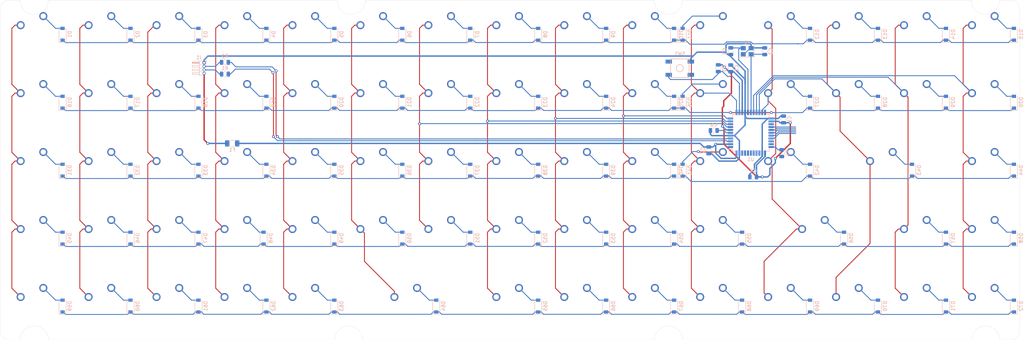
<source format=kicad_pcb>
(kicad_pcb (version 20171130) (host pcbnew "(5.1.4)-1")
  (layers (0 F.Cu signal) (31 B.Cu signal) (34 B.Paste user) (35 F.Paste user) (36 B.SilkS user) (37 F.SilkS user) (38 B.Mask user) (39 F.Mask user) (44 Edge.Cuts user))
  (net 0 "")
  (net 1 GND)
  (net 2 +5V)
  (net 3 "Net-(C2-Pad1)")
  (net 4 "Net-(C3-Pad1)")
  (net 5 "Net-(C6-Pad1)")
  (net 6 "Net-(D1-Pad2)")
  (net 7 ROW0)
  (net 8 "Net-(D2-Pad2)")
  (net 9 "Net-(D3-Pad2)")
  (net 10 "Net-(D4-Pad2)")
  (net 11 "Net-(D5-Pad2)")
  (net 12 "Net-(D6-Pad2)")
  (net 13 "Net-(D7-Pad2)")
  (net 14 "Net-(D8-Pad2)")
  (net 15 "Net-(D9-Pad2)")
  (net 16 "Net-(D10-Pad2)")
  (net 17 "Net-(D11-Pad2)")
  (net 18 "Net-(D12-Pad2)")
  (net 19 "Net-(D13-Pad2)")
  (net 20 "Net-(D14-Pad2)")
  (net 21 "Net-(D15-Pad2)")
  (net 22 "Net-(D16-Pad2)")
  (net 23 ROW1)
  (net 24 "Net-(D17-Pad2)")
  (net 25 "Net-(D18-Pad2)")
  (net 26 "Net-(D19-Pad2)")
  (net 27 "Net-(D20-Pad2)")
  (net 28 "Net-(D21-Pad2)")
  (net 29 "Net-(D22-Pad2)")
  (net 30 "Net-(D23-Pad2)")
  (net 31 "Net-(D24-Pad2)")
  (net 32 "Net-(D25-Pad2)")
  (net 33 "Net-(D26-Pad2)")
  (net 34 "Net-(D27-Pad2)")
  (net 35 "Net-(D28-Pad2)")
  (net 36 "Net-(D29-Pad2)")
  (net 37 "Net-(D30-Pad2)")
  (net 38 "Net-(D31-Pad2)")
  (net 39 ROW2)
  (net 40 "Net-(D32-Pad2)")
  (net 41 "Net-(D33-Pad2)")
  (net 42 "Net-(D34-Pad2)")
  (net 43 "Net-(D35-Pad2)")
  (net 44 "Net-(D36-Pad2)")
  (net 45 "Net-(D37-Pad2)")
  (net 46 "Net-(D38-Pad2)")
  (net 47 "Net-(D39-Pad2)")
  (net 48 "Net-(D40-Pad2)")
  (net 49 "Net-(D41-Pad2)")
  (net 50 "Net-(D42-Pad2)")
  (net 51 "Net-(D43-Pad2)")
  (net 52 "Net-(D44-Pad2)")
  (net 53 "Net-(D45-Pad2)")
  (net 54 ROW3)
  (net 55 "Net-(D46-Pad2)")
  (net 56 "Net-(D47-Pad2)")
  (net 57 "Net-(D48-Pad2)")
  (net 58 "Net-(D49-Pad2)")
  (net 59 "Net-(D50-Pad2)")
  (net 60 "Net-(D51-Pad2)")
  (net 61 "Net-(D52-Pad2)")
  (net 62 "Net-(D53-Pad2)")
  (net 63 "Net-(D54-Pad2)")
  (net 64 "Net-(D55-Pad2)")
  (net 65 "Net-(D56-Pad2)")
  (net 66 "Net-(D57-Pad2)")
  (net 67 "Net-(D58-Pad2)")
  (net 68 "Net-(D59-Pad2)")
  (net 69 ROW4)
  (net 70 "Net-(D60-Pad2)")
  (net 71 "Net-(D61-Pad2)")
  (net 72 "Net-(D62-Pad2)")
  (net 73 "Net-(D63-Pad2)")
  (net 74 "Net-(D64-Pad2)")
  (net 75 "Net-(D65-Pad2)")
  (net 76 "Net-(D66-Pad2)")
  (net 77 "Net-(D67-Pad2)")
  (net 78 "Net-(D68-Pad2)")
  (net 79 "Net-(D69-Pad2)")
  (net 80 "Net-(D70-Pad2)")
  (net 81 "Net-(D71-Pad2)")
  (net 82 "Net-(D72-Pad2)")
  (net 83 VCC)
  (net 84 D+)
  (net 85 D-)
  (net 86 COL0)
  (net 87 COL1)
  (net 88 COL2)
  (net 89 COL3)
  (net 90 COL4)
  (net 91 COL5)
  (net 92 COL6)
  (net 93 COL7)
  (net 94 COL8)
  (net 95 COL9)
  (net 96 COL10)
  (net 97 COL11)
  (net 98 COL12)
  (net 99 COL13)
  (net 100 COL14)
  (net 101 "Net-(R1-Pad1)")
  (net 102 "Net-(R2-Pad1)")
  (net 103 "Net-(R3-Pad1)")
  (net 104 "Net-(R4-Pad2)")
  (net 105 "Net-(U1-Pad42)")
  (net 106 "Net-(U1-Pad32)")
  (net 107 "Net-(U1-Pad31)")
  (net 108 "Net-(U1-Pad25)")
  (net 109 "Net-(U1-Pad22)")
  (net 110 "Net-(U1-Pad1)")
  (net 111 "Net-(U1-Pad41)")
  (net 112 "Net-(U1-Pad40)")
  (net 113 "Net-(U1-Pad39)")
  (net 114 "Net-(U1-Pad38)")
  (net 115 "Net-(U1-Pad37)")
  (net 116 "Net-(U1-Pad36)")
  (net 117 "Net-(U1-Pad30)")
  (net 118 "Net-(U1-Pad29)")
  (net 119 "Net-(U1-Pad28)")
  (net 120 "Net-(U1-Pad27)")
  (net 121 "Net-(U1-Pad26)")
  (module Capacitor_SMD:C_0805_2012Metric (layer B.Cu) (at 232.283 46.101 90)
    (fp_text reference C5 (at 0 1.65 90) (layer B.SilkS) (effects (justify mirror)))
    (fp_text value 0.1uF)
    (pad 2 smd roundrect (at 0.9375 0 90) (size 0.975 1.4) (layers B.Cu B.Paste B.Mask) (net 1 GND))
    (pad 1 smd roundrect (at -0.9375 0 90) (size 0.975 1.4) (layers B.Cu B.Paste B.Mask) (net 2 +5V))
  )
  (module Capacitor_SMD:C_0805_2012Metric (layer B.Cu) (at 223.774 62.23 180)
    (fp_text reference C4 (at 0 1.65) (layer B.SilkS) (effects (justify mirror)))
    (fp_text value 0.1uF)
    (pad 1 smd roundrect (at -0.9375 0 180) (size 0.975 1.4) (layers B.Cu B.Paste B.Mask) (net 2 +5V))
    (pad 2 smd roundrect (at 0.9375 0 180) (size 0.975 1.4) (layers B.Cu B.Paste B.Mask) (net 1 GND))
  )
  (module Resistor_SMD:R_0805_2012Metric (layer B.Cu) (at 231.775 55.5625 90)
    (fp_text reference R4 (at 0 1.65 90) (layer B.SilkS) (effects (justify mirror)))
    (fp_text value 10k)
    (pad 2 smd roundrect (at 0.9375 0 90) (size 0.975 1.4) (layers B.Cu B.Paste B.Mask) (net 104 "Net-(R4-Pad2)"))
    (pad 1 smd roundrect (at -0.9375 0 90) (size 0.975 1.4) (layers B.Cu B.Paste B.Mask) (net 1 GND))
  )
  (module Capacitor_SMD:C_0805_2012Metric (layer B.Cu) (at 217.4875 26.9875 270)
    (fp_text reference C3 (at 0 1.65 90) (layer B.SilkS) (effects (justify mirror)))
    (fp_text value 22pF)
    (pad 2 smd roundrect (at 0.9375 0 270) (size 0.975 1.4) (layers B.Cu B.Paste B.Mask) (net 1 GND))
    (pad 1 smd roundrect (at -0.9375 0 270) (size 0.975 1.4) (layers B.Cu B.Paste B.Mask) (net 4 "Net-(C3-Pad1)"))
  )
  (module Package_QFP:TQFP-44_10x10mm_P0.8mm (layer B.Cu) (at 223.10725 49.8475)
    (fp_text reference U1 (at 0 7.45) (layer B.SilkS) (effects (justify mirror)))
    (fp_text value ATmega32U4-AU)
    (pad 44 smd rect (at -4 5.7 270) (size 1.5 0.55) (layers B.Cu B.Paste B.Mask) (net 2 +5V))
    (pad 43 smd rect (at -3.2 5.7 270) (size 1.5 0.55) (layers B.Cu B.Paste B.Mask) (net 1 GND))
    (pad 42 smd rect (at -2.4 5.7 270) (size 1.5 0.55) (layers B.Cu B.Paste B.Mask) (net 105 "Net-(U1-Pad42)"))
    (pad 41 smd rect (at -1.6 5.7 270) (size 1.5 0.55) (layers B.Cu B.Paste B.Mask) (net 111 "Net-(U1-Pad41)"))
    (pad 40 smd rect (at -0.8 5.7 270) (size 1.5 0.55) (layers B.Cu B.Paste B.Mask) (net 112 "Net-(U1-Pad40)"))
    (pad 39 smd rect (at 0 5.7 270) (size 1.5 0.55) (layers B.Cu B.Paste B.Mask) (net 113 "Net-(U1-Pad39)"))
    (pad 38 smd rect (at 0.8 5.7 270) (size 1.5 0.55) (layers B.Cu B.Paste B.Mask) (net 114 "Net-(U1-Pad38)"))
    (pad 37 smd rect (at 1.6 5.7 270) (size 1.5 0.55) (layers B.Cu B.Paste B.Mask) (net 115 "Net-(U1-Pad37)"))
    (pad 36 smd rect (at 2.4 5.7 270) (size 1.5 0.55) (layers B.Cu B.Paste B.Mask) (net 116 "Net-(U1-Pad36)"))
    (pad 35 smd rect (at 3.2 5.7 270) (size 1.5 0.55) (layers B.Cu B.Paste B.Mask) (net 1 GND))
    (pad 34 smd rect (at 4 5.7 270) (size 1.5 0.55) (layers B.Cu B.Paste B.Mask) (net 2 +5V))
    (pad 33 smd rect (at 5.7 4) (size 1.5 0.55) (layers B.Cu B.Paste B.Mask) (net 104 "Net-(R4-Pad2)"))
    (pad 32 smd rect (at 5.7 3.2) (size 1.5 0.55) (layers B.Cu B.Paste B.Mask) (net 106 "Net-(U1-Pad32)"))
    (pad 31 smd rect (at 5.7 2.4) (size 1.5 0.55) (layers B.Cu B.Paste B.Mask) (net 107 "Net-(U1-Pad31)"))
    (pad 30 smd rect (at 5.7 1.6) (size 1.5 0.55) (layers B.Cu B.Paste B.Mask) (net 117 "Net-(U1-Pad30)"))
    (pad 29 smd rect (at 5.7 0.8) (size 1.5 0.55) (layers B.Cu B.Paste B.Mask) (net 118 "Net-(U1-Pad29)"))
    (pad 28 smd rect (at 5.7 0) (size 1.5 0.55) (layers B.Cu B.Paste B.Mask) (net 119 "Net-(U1-Pad28)"))
    (pad 27 smd rect (at 5.7 -0.8) (size 1.5 0.55) (layers B.Cu B.Paste B.Mask) (net 120 "Net-(U1-Pad27)"))
    (pad 26 smd rect (at 5.7 -1.6) (size 1.5 0.55) (layers B.Cu B.Paste B.Mask) (net 121 "Net-(U1-Pad26)"))
    (pad 25 smd rect (at 5.7 -2.4) (size 1.5 0.55) (layers B.Cu B.Paste B.Mask) (net 108 "Net-(U1-Pad25)"))
    (pad 24 smd rect (at 5.7 -3.2) (size 1.5 0.55) (layers B.Cu B.Paste B.Mask) (net 2 +5V))
    (pad 23 smd rect (at 5.7 -4) (size 1.5 0.55) (layers B.Cu B.Paste B.Mask) (net 1 GND))
    (pad 22 smd rect (at 4 -5.7 270) (size 1.5 0.55) (layers B.Cu B.Paste B.Mask) (net 109 "Net-(U1-Pad22)"))
    (pad 21 smd rect (at 3.2 -5.7 270) (size 1.5 0.55) (layers B.Cu B.Paste B.Mask) (net 97 COL11))
    (pad 20 smd rect (at 2.4 -5.7 270) (size 1.5 0.55) (layers B.Cu B.Paste B.Mask) (net 98 COL12))
    (pad 19 smd rect (at 1.6 -5.7 270) (size 1.5 0.55) (layers B.Cu B.Paste B.Mask) (net 99 COL13))
    (pad 18 smd rect (at 0.8 -5.7 270) (size 1.5 0.55) (layers B.Cu B.Paste B.Mask) (net 100 COL14))
    (pad 17 smd rect (at 0 -5.7 270) (size 1.5 0.55) (layers B.Cu B.Paste B.Mask) (net 3 "Net-(C2-Pad1)"))
    (pad 16 smd rect (at -0.8 -5.7 270) (size 1.5 0.55) (layers B.Cu B.Paste B.Mask) (net 4 "Net-(C3-Pad1)"))
    (pad 15 smd rect (at -1.6 -5.7 270) (size 1.5 0.55) (layers B.Cu B.Paste B.Mask) (net 1 GND))
    (pad 14 smd rect (at -2.4 -5.7 270) (size 1.5 0.55) (layers B.Cu B.Paste B.Mask) (net 2 +5V))
    (pad 13 smd rect (at -3.2 -5.7 270) (size 1.5 0.55) (layers B.Cu B.Paste B.Mask) (net 103 "Net-(R3-Pad1)"))
    (pad 12 smd rect (at -4 -5.7 270) (size 1.5 0.55) (layers B.Cu B.Paste B.Mask) (net 96 COL10))
    (pad 11 smd rect (at -5.7 -4) (size 1.5 0.55) (layers B.Cu B.Paste B.Mask) (net 95 COL9))
    (pad 10 smd rect (at -5.7 -3.2) (size 1.5 0.55) (layers B.Cu B.Paste B.Mask) (net 94 COL8))
    (pad 9 smd rect (at -5.7 -2.4) (size 1.5 0.55) (layers B.Cu B.Paste B.Mask) (net 93 COL7))
    (pad 8 smd rect (at -5.7 -1.6) (size 1.5 0.55) (layers B.Cu B.Paste B.Mask) (net 92 COL6))
    (pad 7 smd rect (at -5.7 -0.8) (size 1.5 0.55) (layers B.Cu B.Paste B.Mask) (net 2 +5V))
    (pad 6 smd rect (at -5.7 0) (size 1.5 0.55) (layers B.Cu B.Paste B.Mask) (net 5 "Net-(C6-Pad1)"))
    (pad 5 smd rect (at -5.7 0.8) (size 1.5 0.55) (layers B.Cu B.Paste B.Mask) (net 1 GND))
    (pad 4 smd rect (at -5.7 1.6) (size 1.5 0.55) (layers B.Cu B.Paste B.Mask) (net 102 "Net-(R2-Pad1)"))
    (pad 3 smd rect (at -5.7 2.4) (size 1.5 0.55) (layers B.Cu B.Paste B.Mask) (net 101 "Net-(R1-Pad1)"))
    (pad 2 smd rect (at -5.7 3.2) (size 1.5 0.55) (layers B.Cu B.Paste B.Mask) (net 2 +5V))
    (pad 1 smd rect (at -5.7 4) (size 1.5 0.55) (layers B.Cu B.Paste B.Mask) (net 110 "Net-(U1-Pad1)"))
  )
  (module MX_Only:MXOnly-1U-NoLED (layer F.Cu) (at 212.725 41.275)
    (fp_text reference MX26)
    (fp_text value MX-NoLED)
    (pad 2 thru_hole circle (at 2.54 -5.08) (size 2.25 2.25) (drill 1.47) (layers *.Cu B.Mask) (net 33 "Net-(D26-Pad2)"))
    (pad "" np_thru_hole circle (at 0 0) (size 3.9878 3.9878) (drill 3.9878) (layers *.Cu *.Mask))
    (pad 1 thru_hole circle (at -3.81 -2.54) (size 2.25 2.25) (drill 1.47) (layers *.Cu B.Mask) (net 96 COL10))
    (pad "" np_thru_hole circle (at -5.08 0 48.0996) (size 1.75 1.75) (drill 1.75) (layers *.Cu *.Mask))
    (pad "" np_thru_hole circle (at 5.08 0 48.0996) (size 1.75 1.75) (drill 1.75) (layers *.Cu *.Mask))
  )
  (module MX_Only:MXOnly-1U-NoLED (layer F.Cu) (at 231.775 41.275)
    (fp_text reference MX27)
    (fp_text value MX-NoLED)
    (pad 2 thru_hole circle (at 2.54 -5.08) (size 2.25 2.25) (drill 1.47) (layers *.Cu B.Mask) (net 34 "Net-(D27-Pad2)"))
    (pad "" np_thru_hole circle (at 0 0) (size 3.9878 3.9878) (drill 3.9878) (layers *.Cu *.Mask))
    (pad 1 thru_hole circle (at -3.81 -2.54) (size 2.25 2.25) (drill 1.47) (layers *.Cu B.Mask) (net 97 COL11))
    (pad "" np_thru_hole circle (at -5.08 0 48.0996) (size 1.75 1.75) (drill 1.75) (layers *.Cu *.Mask))
    (pad "" np_thru_hole circle (at 5.08 0 48.0996) (size 1.75 1.75) (drill 1.75) (layers *.Cu *.Mask))
  )
  (module MX_Only:MXOnly-1U-NoLED (layer F.Cu) (at 79.375 41.275)
    (fp_text reference MX19)
    (fp_text value MX-NoLED)
    (pad 2 thru_hole circle (at 2.54 -5.08) (size 2.25 2.25) (drill 1.47) (layers *.Cu B.Mask) (net 26 "Net-(D19-Pad2)"))
    (pad "" np_thru_hole circle (at 0 0) (size 3.9878 3.9878) (drill 3.9878) (layers *.Cu *.Mask))
    (pad 1 thru_hole circle (at -3.81 -2.54) (size 2.25 2.25) (drill 1.47) (layers *.Cu B.Mask) (net 89 COL3))
    (pad "" np_thru_hole circle (at -5.08 0 48.0996) (size 1.75 1.75) (drill 1.75) (layers *.Cu *.Mask))
    (pad "" np_thru_hole circle (at 5.08 0 48.0996) (size 1.75 1.75) (drill 1.75) (layers *.Cu *.Mask))
  )
  (module Resistor_SMD:R_0805_2012Metric (layer B.Cu) (at 213.995 31.75 90)
    (fp_text reference R3 (at 0 1.65 90) (layer B.SilkS) (effects (justify mirror)))
    (fp_text value 10k)
    (pad 2 smd roundrect (at 0.9375 0 90) (size 0.975 1.4) (layers B.Cu B.Paste B.Mask) (net 2 +5V))
    (pad 1 smd roundrect (at -0.9375 0 90) (size 0.975 1.4) (layers B.Cu B.Paste B.Mask) (net 103 "Net-(R3-Pad1)"))
  )
  (module Resistor_SMD:R_0805_2012Metric (layer B.Cu) (at 75.692 30.099 180)
    (fp_text reference R2 (at 0 1.65) (layer B.SilkS) (effects (justify mirror)))
    (fp_text value 22)
    (pad 2 smd roundrect (at 0.9375 0 180) (size 0.975 1.4) (layers B.Cu B.Paste B.Mask) (net 84 D+))
    (pad 1 smd roundrect (at -0.9375 0 180) (size 0.975 1.4) (layers B.Cu B.Paste B.Mask) (net 102 "Net-(R2-Pad1)"))
  )
  (module Connector_PinHeader_1.00mm:PinHeader_1x04_P1.00mm_Horizontal (layer B.Cu) (at 69.85 30.226 180)
    (fp_text reference J1 (at 1.375 1.5 180) (layer B.SilkS) (effects (justify mirror)))
    (fp_text value Conn_01x04_Male)
    (pad 4 thru_hole oval (at 0 -3 180) (size 0.85 0.85) (drill 0.5) (layers *.Cu *.Mask) (net 83 VCC))
    (pad 3 thru_hole oval (at 0 -2 180) (size 0.85 0.85) (drill 0.5) (layers *.Cu *.Mask) (net 85 D-))
    (pad 2 thru_hole oval (at 0 -1 180) (size 0.85 0.85) (drill 0.5) (layers *.Cu *.Mask) (net 84 D+))
    (pad 1 thru_hole rect (at 0 0 180) (size 0.85 0.85) (drill 0.5) (layers *.Cu *.Mask) (net 1 GND))
  )
  (module MX_Only:MXOnly-1U-NoLED (layer F.Cu) (at 79.375 22.225)
    (fp_text reference MX4)
    (fp_text value MX-NoLED)
    (pad 2 thru_hole circle (at 2.54 -5.08) (size 2.25 2.25) (drill 1.47) (layers *.Cu B.Mask) (net 10 "Net-(D4-Pad2)"))
    (pad "" np_thru_hole circle (at 0 0) (size 3.9878 3.9878) (drill 3.9878) (layers *.Cu *.Mask))
    (pad 1 thru_hole circle (at -3.81 -2.54) (size 2.25 2.25) (drill 1.47) (layers *.Cu B.Mask) (net 89 COL3))
    (pad "" np_thru_hole circle (at -5.08 0 48.0996) (size 1.75 1.75) (drill 1.75) (layers *.Cu *.Mask))
    (pad "" np_thru_hole circle (at 5.08 0 48.0996) (size 1.75 1.75) (drill 1.75) (layers *.Cu *.Mask))
  )
  (module MX_Only:MXOnly-1U-NoLED (layer F.Cu) (at 79.375 79.375)
    (fp_text reference MX48)
    (fp_text value MX-NoLED)
    (pad 2 thru_hole circle (at 2.54 -5.08) (size 2.25 2.25) (drill 1.47) (layers *.Cu B.Mask) (net 57 "Net-(D48-Pad2)"))
    (pad "" np_thru_hole circle (at 0 0) (size 3.9878 3.9878) (drill 3.9878) (layers *.Cu *.Mask))
    (pad 1 thru_hole circle (at -3.81 -2.54) (size 2.25 2.25) (drill 1.47) (layers *.Cu B.Mask) (net 89 COL3))
    (pad "" np_thru_hole circle (at -5.08 0 48.0996) (size 1.75 1.75) (drill 1.75) (layers *.Cu *.Mask))
    (pad "" np_thru_hole circle (at 5.08 0 48.0996) (size 1.75 1.75) (drill 1.75) (layers *.Cu *.Mask))
  )
  (module MX_Only:MXOnly-2U-ReversedStabilizers-NoLED (layer F.Cu) (at 127 98.425)
    (fp_text reference MX64)
    (fp_text value MX-NoLED)
    (pad 2 thru_hole circle (at 2.54 -5.08) (size 2.25 2.25) (drill 1.47) (layers *.Cu B.Mask) (net 74 "Net-(D64-Pad2)"))
    (pad "" np_thru_hole circle (at 0 0) (size 3.9878 3.9878) (drill 3.9878) (layers *.Cu *.Mask))
    (pad 1 thru_hole circle (at -3.81 -2.54) (size 2.25 2.25) (drill 1.47) (layers *.Cu B.Mask) (net 91 COL5))
    (pad "" np_thru_hole circle (at -5.08 0 48.0996) (size 1.75 1.75) (drill 1.75) (layers *.Cu *.Mask))
    (pad "" np_thru_hole circle (at 5.08 0 48.0996) (size 1.75 1.75) (drill 1.75) (layers *.Cu *.Mask))
    (pad "" np_thru_hole circle (at -11.90625 6.985) (size 3.048 3.048) (drill 3.048) (layers *.Cu *.Mask))
    (pad "" np_thru_hole circle (at 11.90625 6.985) (size 3.048 3.048) (drill 3.048) (layers *.Cu *.Mask))
    (pad "" np_thru_hole circle (at -11.90625 -8.255) (size 3.9878 3.9878) (drill 3.9878) (layers *.Cu *.Mask))
    (pad "" np_thru_hole circle (at 11.90625 -8.255) (size 3.9878 3.9878) (drill 3.9878) (layers *.Cu *.Mask))
  )
  (module Crystal:Crystal_SMD_3225-4Pin_3.2x2.5mm (layer B.Cu) (at 222.09125 26.9875 180)
    (fp_text reference Y1 (at 0 2.45) (layer B.SilkS) (effects (justify mirror)))
    (fp_text value 16MHz)
    (pad 4 smd rect (at -1.1 0.85 180) (size 1.4 1.2) (layers B.Cu B.Paste B.Mask) (net 1 GND))
    (pad 3 smd rect (at 1.1 0.85 180) (size 1.4 1.2) (layers B.Cu B.Paste B.Mask) (net 4 "Net-(C3-Pad1)"))
    (pad 2 smd rect (at 1.1 -0.85 180) (size 1.4 1.2) (layers B.Cu B.Paste B.Mask) (net 1 GND))
    (pad 1 smd rect (at -1.1 -0.85 180) (size 1.4 1.2) (layers B.Cu B.Paste B.Mask) (net 3 "Net-(C2-Pad1)"))
  )
  (module random-keyboard-parts:SKQG-1155865 (layer B.Cu) (at 203.2 31.75)
    (fp_text reference SW1 (at 0 -4.064) (layer B.SilkS) (effects (justify mirror)))
    (fp_text value SW_Push)
    (pad 4 smd rect (at -3.1 -1.85) (size 1.8 1.1) (layers B.Cu B.Paste B.Mask))
    (pad 3 smd rect (at 3.1 1.85) (size 1.8 1.1) (layers B.Cu B.Paste B.Mask))
    (pad 2 smd rect (at -3.1 1.85) (size 1.8 1.1) (layers B.Cu B.Paste B.Mask) (net 103 "Net-(R3-Pad1)"))
    (pad 1 smd rect (at 3.1 -1.85) (size 1.8 1.1) (layers B.Cu B.Paste B.Mask) (net 1 GND))
  )
  (module Resistor_SMD:R_0805_2012Metric (layer B.Cu) (at 75.692 33.401 180)
    (fp_text reference R1 (at 0 1.65) (layer B.SilkS) (effects (justify mirror)))
    (fp_text value 22)
    (pad 2 smd roundrect (at 0.9375 0 180) (size 0.975 1.4) (layers B.Cu B.Paste B.Mask) (net 85 D-))
    (pad 1 smd roundrect (at -0.9375 0 180) (size 0.975 1.4) (layers B.Cu B.Paste B.Mask) (net 101 "Net-(R1-Pad1)"))
  )
  (module MX_Only:MXOnly-1U-NoLED (layer F.Cu) (at 288.925 98.425)
    (fp_text reference MX72)
    (fp_text value MX-NoLED)
    (pad 2 thru_hole circle (at 2.54 -5.08) (size 2.25 2.25) (drill 1.47) (layers *.Cu B.Mask) (net 82 "Net-(D72-Pad2)"))
    (pad "" np_thru_hole circle (at 0 0) (size 3.9878 3.9878) (drill 3.9878) (layers *.Cu *.Mask))
    (pad 1 thru_hole circle (at -3.81 -2.54) (size 2.25 2.25) (drill 1.47) (layers *.Cu B.Mask) (net 100 COL14))
    (pad "" np_thru_hole circle (at -5.08 0 48.0996) (size 1.75 1.75) (drill 1.75) (layers *.Cu *.Mask))
    (pad "" np_thru_hole circle (at 5.08 0 48.0996) (size 1.75 1.75) (drill 1.75) (layers *.Cu *.Mask))
  )
  (module MX_Only:MXOnly-1U-NoLED (layer F.Cu) (at 269.875 98.425)
    (fp_text reference MX71)
    (fp_text value MX-NoLED)
    (pad 2 thru_hole circle (at 2.54 -5.08) (size 2.25 2.25) (drill 1.47) (layers *.Cu B.Mask) (net 81 "Net-(D71-Pad2)"))
    (pad "" np_thru_hole circle (at 0 0) (size 3.9878 3.9878) (drill 3.9878) (layers *.Cu *.Mask))
    (pad 1 thru_hole circle (at -3.81 -2.54) (size 2.25 2.25) (drill 1.47) (layers *.Cu B.Mask) (net 99 COL13))
    (pad "" np_thru_hole circle (at -5.08 0 48.0996) (size 1.75 1.75) (drill 1.75) (layers *.Cu *.Mask))
    (pad "" np_thru_hole circle (at 5.08 0 48.0996) (size 1.75 1.75) (drill 1.75) (layers *.Cu *.Mask))
  )
  (module MX_Only:MXOnly-1U-NoLED (layer F.Cu) (at 250.825 98.425)
    (fp_text reference MX70)
    (fp_text value MX-NoLED)
    (pad 2 thru_hole circle (at 2.54 -5.08) (size 2.25 2.25) (drill 1.47) (layers *.Cu B.Mask) (net 80 "Net-(D70-Pad2)"))
    (pad "" np_thru_hole circle (at 0 0) (size 3.9878 3.9878) (drill 3.9878) (layers *.Cu *.Mask))
    (pad 1 thru_hole circle (at -3.81 -2.54) (size 2.25 2.25) (drill 1.47) (layers *.Cu B.Mask) (net 98 COL12))
    (pad "" np_thru_hole circle (at -5.08 0 48.0996) (size 1.75 1.75) (drill 1.75) (layers *.Cu *.Mask))
    (pad "" np_thru_hole circle (at 5.08 0 48.0996) (size 1.75 1.75) (drill 1.75) (layers *.Cu *.Mask))
  )
  (module MX_Only:MXOnly-1U-NoLED (layer F.Cu) (at 231.775 98.425)
    (fp_text reference MX69)
    (fp_text value MX-NoLED)
    (pad 2 thru_hole circle (at 2.54 -5.08) (size 2.25 2.25) (drill 1.47) (layers *.Cu B.Mask) (net 79 "Net-(D69-Pad2)"))
    (pad "" np_thru_hole circle (at 0 0) (size 3.9878 3.9878) (drill 3.9878) (layers *.Cu *.Mask))
    (pad 1 thru_hole circle (at -3.81 -2.54) (size 2.25 2.25) (drill 1.47) (layers *.Cu B.Mask) (net 97 COL11))
    (pad "" np_thru_hole circle (at -5.08 0 48.0996) (size 1.75 1.75) (drill 1.75) (layers *.Cu *.Mask))
    (pad "" np_thru_hole circle (at 5.08 0 48.0996) (size 1.75 1.75) (drill 1.75) (layers *.Cu *.Mask))
  )
  (module MX_Only:MXOnly-1U-NoLED (layer F.Cu) (at 212.725 98.425)
    (fp_text reference MX68)
    (fp_text value MX-NoLED)
    (pad 2 thru_hole circle (at 2.54 -5.08) (size 2.25 2.25) (drill 1.47) (layers *.Cu B.Mask) (net 78 "Net-(D68-Pad2)"))
    (pad "" np_thru_hole circle (at 0 0) (size 3.9878 3.9878) (drill 3.9878) (layers *.Cu *.Mask))
    (pad 1 thru_hole circle (at -3.81 -2.54) (size 2.25 2.25) (drill 1.47) (layers *.Cu B.Mask) (net 96 COL10))
    (pad "" np_thru_hole circle (at -5.08 0 48.0996) (size 1.75 1.75) (drill 1.75) (layers *.Cu *.Mask))
    (pad "" np_thru_hole circle (at 5.08 0 48.0996) (size 1.75 1.75) (drill 1.75) (layers *.Cu *.Mask))
  )
  (module MX_Only:MXOnly-1U-NoLED (layer F.Cu) (at 193.675 98.425)
    (fp_text reference MX67)
    (fp_text value MX-NoLED)
    (pad 2 thru_hole circle (at 2.54 -5.08) (size 2.25 2.25) (drill 1.47) (layers *.Cu B.Mask) (net 77 "Net-(D67-Pad2)"))
    (pad "" np_thru_hole circle (at 0 0) (size 3.9878 3.9878) (drill 3.9878) (layers *.Cu *.Mask))
    (pad 1 thru_hole circle (at -3.81 -2.54) (size 2.25 2.25) (drill 1.47) (layers *.Cu B.Mask) (net 95 COL9))
    (pad "" np_thru_hole circle (at -5.08 0 48.0996) (size 1.75 1.75) (drill 1.75) (layers *.Cu *.Mask))
    (pad "" np_thru_hole circle (at 5.08 0 48.0996) (size 1.75 1.75) (drill 1.75) (layers *.Cu *.Mask))
  )
  (module MX_Only:MXOnly-1U-NoLED (layer F.Cu) (at 174.625 98.425)
    (fp_text reference MX66)
    (fp_text value MX-NoLED)
    (pad 2 thru_hole circle (at 2.54 -5.08) (size 2.25 2.25) (drill 1.47) (layers *.Cu B.Mask) (net 76 "Net-(D66-Pad2)"))
    (pad "" np_thru_hole circle (at 0 0) (size 3.9878 3.9878) (drill 3.9878) (layers *.Cu *.Mask))
    (pad 1 thru_hole circle (at -3.81 -2.54) (size 2.25 2.25) (drill 1.47) (layers *.Cu B.Mask) (net 94 COL8))
    (pad "" np_thru_hole circle (at -5.08 0 48.0996) (size 1.75 1.75) (drill 1.75) (layers *.Cu *.Mask))
    (pad "" np_thru_hole circle (at 5.08 0 48.0996) (size 1.75 1.75) (drill 1.75) (layers *.Cu *.Mask))
  )
  (module MX_Only:MXOnly-1U-NoLED (layer F.Cu) (at 155.575 98.425)
    (fp_text reference MX65)
    (fp_text value MX-NoLED)
    (pad 2 thru_hole circle (at 2.54 -5.08) (size 2.25 2.25) (drill 1.47) (layers *.Cu B.Mask) (net 75 "Net-(D65-Pad2)"))
    (pad "" np_thru_hole circle (at 0 0) (size 3.9878 3.9878) (drill 3.9878) (layers *.Cu *.Mask))
    (pad 1 thru_hole circle (at -3.81 -2.54) (size 2.25 2.25) (drill 1.47) (layers *.Cu B.Mask) (net 93 COL7))
    (pad "" np_thru_hole circle (at -5.08 0 48.0996) (size 1.75 1.75) (drill 1.75) (layers *.Cu *.Mask))
    (pad "" np_thru_hole circle (at 5.08 0 48.0996) (size 1.75 1.75) (drill 1.75) (layers *.Cu *.Mask))
  )
  (module MX_Only:MXOnly-1U-NoLED (layer F.Cu) (at 98.425 98.425)
    (fp_text reference MX63)
    (fp_text value MX-NoLED)
    (pad 2 thru_hole circle (at 2.54 -5.08) (size 2.25 2.25) (drill 1.47) (layers *.Cu B.Mask) (net 73 "Net-(D63-Pad2)"))
    (pad "" np_thru_hole circle (at 0 0) (size 3.9878 3.9878) (drill 3.9878) (layers *.Cu *.Mask))
    (pad 1 thru_hole circle (at -3.81 -2.54) (size 2.25 2.25) (drill 1.47) (layers *.Cu B.Mask) (net 90 COL4))
    (pad "" np_thru_hole circle (at -5.08 0 48.0996) (size 1.75 1.75) (drill 1.75) (layers *.Cu *.Mask))
    (pad "" np_thru_hole circle (at 5.08 0 48.0996) (size 1.75 1.75) (drill 1.75) (layers *.Cu *.Mask))
  )
  (module MX_Only:MXOnly-1U-NoLED (layer F.Cu) (at 79.375 98.425)
    (fp_text reference MX62)
    (fp_text value MX-NoLED)
    (pad 2 thru_hole circle (at 2.54 -5.08) (size 2.25 2.25) (drill 1.47) (layers *.Cu B.Mask) (net 72 "Net-(D62-Pad2)"))
    (pad "" np_thru_hole circle (at 0 0) (size 3.9878 3.9878) (drill 3.9878) (layers *.Cu *.Mask))
    (pad 1 thru_hole circle (at -3.81 -2.54) (size 2.25 2.25) (drill 1.47) (layers *.Cu B.Mask) (net 89 COL3))
    (pad "" np_thru_hole circle (at -5.08 0 48.0996) (size 1.75 1.75) (drill 1.75) (layers *.Cu *.Mask))
    (pad "" np_thru_hole circle (at 5.08 0 48.0996) (size 1.75 1.75) (drill 1.75) (layers *.Cu *.Mask))
  )
  (module MX_Only:MXOnly-1U-NoLED (layer F.Cu) (at 60.325 98.425)
    (fp_text reference MX61)
    (fp_text value MX-NoLED)
    (pad 2 thru_hole circle (at 2.54 -5.08) (size 2.25 2.25) (drill 1.47) (layers *.Cu B.Mask) (net 71 "Net-(D61-Pad2)"))
    (pad "" np_thru_hole circle (at 0 0) (size 3.9878 3.9878) (drill 3.9878) (layers *.Cu *.Mask))
    (pad 1 thru_hole circle (at -3.81 -2.54) (size 2.25 2.25) (drill 1.47) (layers *.Cu B.Mask) (net 88 COL2))
    (pad "" np_thru_hole circle (at -5.08 0 48.0996) (size 1.75 1.75) (drill 1.75) (layers *.Cu *.Mask))
    (pad "" np_thru_hole circle (at 5.08 0 48.0996) (size 1.75 1.75) (drill 1.75) (layers *.Cu *.Mask))
  )
  (module MX_Only:MXOnly-1U-NoLED (layer F.Cu) (at 41.275 98.425)
    (fp_text reference MX60)
    (fp_text value MX-NoLED)
    (pad 2 thru_hole circle (at 2.54 -5.08) (size 2.25 2.25) (drill 1.47) (layers *.Cu B.Mask) (net 70 "Net-(D60-Pad2)"))
    (pad "" np_thru_hole circle (at 0 0) (size 3.9878 3.9878) (drill 3.9878) (layers *.Cu *.Mask))
    (pad 1 thru_hole circle (at -3.81 -2.54) (size 2.25 2.25) (drill 1.47) (layers *.Cu B.Mask) (net 87 COL1))
    (pad "" np_thru_hole circle (at -5.08 0 48.0996) (size 1.75 1.75) (drill 1.75) (layers *.Cu *.Mask))
    (pad "" np_thru_hole circle (at 5.08 0 48.0996) (size 1.75 1.75) (drill 1.75) (layers *.Cu *.Mask))
  )
  (module MX_Only:MXOnly-1U-NoLED (layer F.Cu) (at 22.225 98.425)
    (fp_text reference MX59)
    (fp_text value MX-NoLED)
    (pad 2 thru_hole circle (at 2.54 -5.08) (size 2.25 2.25) (drill 1.47) (layers *.Cu B.Mask) (net 68 "Net-(D59-Pad2)"))
    (pad "" np_thru_hole circle (at 0 0) (size 3.9878 3.9878) (drill 3.9878) (layers *.Cu *.Mask))
    (pad 1 thru_hole circle (at -3.81 -2.54) (size 2.25 2.25) (drill 1.47) (layers *.Cu B.Mask) (net 86 COL0))
    (pad "" np_thru_hole circle (at -5.08 0 48.0996) (size 1.75 1.75) (drill 1.75) (layers *.Cu *.Mask))
    (pad "" np_thru_hole circle (at 5.08 0 48.0996) (size 1.75 1.75) (drill 1.75) (layers *.Cu *.Mask))
  )
  (module MX_Only:MXOnly-1U-NoLED (layer F.Cu) (at 288.925 79.375)
    (fp_text reference MX58)
    (fp_text value MX-NoLED)
    (pad 2 thru_hole circle (at 2.54 -5.08) (size 2.25 2.25) (drill 1.47) (layers *.Cu B.Mask) (net 67 "Net-(D58-Pad2)"))
    (pad "" np_thru_hole circle (at 0 0) (size 3.9878 3.9878) (drill 3.9878) (layers *.Cu *.Mask))
    (pad 1 thru_hole circle (at -3.81 -2.54) (size 2.25 2.25) (drill 1.47) (layers *.Cu B.Mask) (net 100 COL14))
    (pad "" np_thru_hole circle (at -5.08 0 48.0996) (size 1.75 1.75) (drill 1.75) (layers *.Cu *.Mask))
    (pad "" np_thru_hole circle (at 5.08 0 48.0996) (size 1.75 1.75) (drill 1.75) (layers *.Cu *.Mask))
  )
  (module MX_Only:MXOnly-1U-NoLED (layer F.Cu) (at 269.875 79.375)
    (fp_text reference MX57)
    (fp_text value MX-NoLED)
    (pad 2 thru_hole circle (at 2.54 -5.08) (size 2.25 2.25) (drill 1.47) (layers *.Cu B.Mask) (net 66 "Net-(D57-Pad2)"))
    (pad "" np_thru_hole circle (at 0 0) (size 3.9878 3.9878) (drill 3.9878) (layers *.Cu *.Mask))
    (pad 1 thru_hole circle (at -3.81 -2.54) (size 2.25 2.25) (drill 1.47) (layers *.Cu B.Mask) (net 99 COL13))
    (pad "" np_thru_hole circle (at -5.08 0 48.0996) (size 1.75 1.75) (drill 1.75) (layers *.Cu *.Mask))
    (pad "" np_thru_hole circle (at 5.08 0 48.0996) (size 1.75 1.75) (drill 1.75) (layers *.Cu *.Mask))
  )
  (module MX_Only:MXOnly-2U-NoLED (layer F.Cu) (at 241.3 79.375)
    (fp_text reference MX56)
    (fp_text value MX-NoLED)
    (pad 2 thru_hole circle (at 2.54 -5.08) (size 2.25 2.25) (drill 1.47) (layers *.Cu B.Mask) (net 65 "Net-(D56-Pad2)"))
    (pad "" np_thru_hole circle (at 0 0) (size 3.9878 3.9878) (drill 3.9878) (layers *.Cu *.Mask))
    (pad 1 thru_hole circle (at -3.81 -2.54) (size 2.25 2.25) (drill 1.47) (layers *.Cu B.Mask) (net 97 COL11))
    (pad "" np_thru_hole circle (at -5.08 0 48.0996) (size 1.75 1.75) (drill 1.75) (layers *.Cu *.Mask))
    (pad "" np_thru_hole circle (at 5.08 0 48.0996) (size 1.75 1.75) (drill 1.75) (layers *.Cu *.Mask))
    (pad "" np_thru_hole circle (at -11.90625 -6.985) (size 3.048 3.048) (drill 3.048) (layers *.Cu *.Mask))
    (pad "" np_thru_hole circle (at 11.90625 -6.985) (size 3.048 3.048) (drill 3.048) (layers *.Cu *.Mask))
    (pad "" np_thru_hole circle (at -11.90625 8.255) (size 3.9878 3.9878) (drill 3.9878) (layers *.Cu *.Mask))
    (pad "" np_thru_hole circle (at 11.90625 8.255) (size 3.9878 3.9878) (drill 3.9878) (layers *.Cu *.Mask))
  )
  (module MX_Only:MXOnly-1U-NoLED (layer F.Cu) (at 212.725 79.375)
    (fp_text reference MX55)
    (fp_text value MX-NoLED)
    (pad 2 thru_hole circle (at 2.54 -5.08) (size 2.25 2.25) (drill 1.47) (layers *.Cu B.Mask) (net 64 "Net-(D55-Pad2)"))
    (pad "" np_thru_hole circle (at 0 0) (size 3.9878 3.9878) (drill 3.9878) (layers *.Cu *.Mask))
    (pad 1 thru_hole circle (at -3.81 -2.54) (size 2.25 2.25) (drill 1.47) (layers *.Cu B.Mask) (net 96 COL10))
    (pad "" np_thru_hole circle (at -5.08 0 48.0996) (size 1.75 1.75) (drill 1.75) (layers *.Cu *.Mask))
    (pad "" np_thru_hole circle (at 5.08 0 48.0996) (size 1.75 1.75) (drill 1.75) (layers *.Cu *.Mask))
  )
  (module MX_Only:MXOnly-1U-NoLED (layer F.Cu) (at 193.675 79.375)
    (fp_text reference MX54)
    (fp_text value MX-NoLED)
    (pad 2 thru_hole circle (at 2.54 -5.08) (size 2.25 2.25) (drill 1.47) (layers *.Cu B.Mask) (net 63 "Net-(D54-Pad2)"))
    (pad "" np_thru_hole circle (at 0 0) (size 3.9878 3.9878) (drill 3.9878) (layers *.Cu *.Mask))
    (pad 1 thru_hole circle (at -3.81 -2.54) (size 2.25 2.25) (drill 1.47) (layers *.Cu B.Mask) (net 95 COL9))
    (pad "" np_thru_hole circle (at -5.08 0 48.0996) (size 1.75 1.75) (drill 1.75) (layers *.Cu *.Mask))
    (pad "" np_thru_hole circle (at 5.08 0 48.0996) (size 1.75 1.75) (drill 1.75) (layers *.Cu *.Mask))
  )
  (module MX_Only:MXOnly-1U-NoLED (layer F.Cu) (at 174.625 79.375)
    (fp_text reference MX53)
    (fp_text value MX-NoLED)
    (pad 2 thru_hole circle (at 2.54 -5.08) (size 2.25 2.25) (drill 1.47) (layers *.Cu B.Mask) (net 62 "Net-(D53-Pad2)"))
    (pad "" np_thru_hole circle (at 0 0) (size 3.9878 3.9878) (drill 3.9878) (layers *.Cu *.Mask))
    (pad 1 thru_hole circle (at -3.81 -2.54) (size 2.25 2.25) (drill 1.47) (layers *.Cu B.Mask) (net 94 COL8))
    (pad "" np_thru_hole circle (at -5.08 0 48.0996) (size 1.75 1.75) (drill 1.75) (layers *.Cu *.Mask))
    (pad "" np_thru_hole circle (at 5.08 0 48.0996) (size 1.75 1.75) (drill 1.75) (layers *.Cu *.Mask))
  )
  (module MX_Only:MXOnly-1U-NoLED (layer F.Cu) (at 155.575 79.375)
    (fp_text reference MX52)
    (fp_text value MX-NoLED)
    (pad 2 thru_hole circle (at 2.54 -5.08) (size 2.25 2.25) (drill 1.47) (layers *.Cu B.Mask) (net 61 "Net-(D52-Pad2)"))
    (pad "" np_thru_hole circle (at 0 0) (size 3.9878 3.9878) (drill 3.9878) (layers *.Cu *.Mask))
    (pad 1 thru_hole circle (at -3.81 -2.54) (size 2.25 2.25) (drill 1.47) (layers *.Cu B.Mask) (net 93 COL7))
    (pad "" np_thru_hole circle (at -5.08 0 48.0996) (size 1.75 1.75) (drill 1.75) (layers *.Cu *.Mask))
    (pad "" np_thru_hole circle (at 5.08 0 48.0996) (size 1.75 1.75) (drill 1.75) (layers *.Cu *.Mask))
  )
  (module MX_Only:MXOnly-1U-NoLED (layer F.Cu) (at 136.525 79.375)
    (fp_text reference MX51)
    (fp_text value MX-NoLED)
    (pad 2 thru_hole circle (at 2.54 -5.08) (size 2.25 2.25) (drill 1.47) (layers *.Cu B.Mask) (net 60 "Net-(D51-Pad2)"))
    (pad "" np_thru_hole circle (at 0 0) (size 3.9878 3.9878) (drill 3.9878) (layers *.Cu *.Mask))
    (pad 1 thru_hole circle (at -3.81 -2.54) (size 2.25 2.25) (drill 1.47) (layers *.Cu B.Mask) (net 92 COL6))
    (pad "" np_thru_hole circle (at -5.08 0 48.0996) (size 1.75 1.75) (drill 1.75) (layers *.Cu *.Mask))
    (pad "" np_thru_hole circle (at 5.08 0 48.0996) (size 1.75 1.75) (drill 1.75) (layers *.Cu *.Mask))
  )
  (module MX_Only:MXOnly-1U-NoLED (layer F.Cu) (at 117.475 79.375)
    (fp_text reference MX50)
    (fp_text value MX-NoLED)
    (pad 2 thru_hole circle (at 2.54 -5.08) (size 2.25 2.25) (drill 1.47) (layers *.Cu B.Mask) (net 59 "Net-(D50-Pad2)"))
    (pad "" np_thru_hole circle (at 0 0) (size 3.9878 3.9878) (drill 3.9878) (layers *.Cu *.Mask))
    (pad 1 thru_hole circle (at -3.81 -2.54) (size 2.25 2.25) (drill 1.47) (layers *.Cu B.Mask) (net 91 COL5))
    (pad "" np_thru_hole circle (at -5.08 0 48.0996) (size 1.75 1.75) (drill 1.75) (layers *.Cu *.Mask))
    (pad "" np_thru_hole circle (at 5.08 0 48.0996) (size 1.75 1.75) (drill 1.75) (layers *.Cu *.Mask))
  )
  (module MX_Only:MXOnly-1U-NoLED (layer F.Cu) (at 98.425 79.375)
    (fp_text reference MX49)
    (fp_text value MX-NoLED)
    (pad 2 thru_hole circle (at 2.54 -5.08) (size 2.25 2.25) (drill 1.47) (layers *.Cu B.Mask) (net 58 "Net-(D49-Pad2)"))
    (pad "" np_thru_hole circle (at 0 0) (size 3.9878 3.9878) (drill 3.9878) (layers *.Cu *.Mask))
    (pad 1 thru_hole circle (at -3.81 -2.54) (size 2.25 2.25) (drill 1.47) (layers *.Cu B.Mask) (net 90 COL4))
    (pad "" np_thru_hole circle (at -5.08 0 48.0996) (size 1.75 1.75) (drill 1.75) (layers *.Cu *.Mask))
    (pad "" np_thru_hole circle (at 5.08 0 48.0996) (size 1.75 1.75) (drill 1.75) (layers *.Cu *.Mask))
  )
  (module MX_Only:MXOnly-1U-NoLED (layer F.Cu) (at 60.325 79.375)
    (fp_text reference MX47)
    (fp_text value MX-NoLED)
    (pad 2 thru_hole circle (at 2.54 -5.08) (size 2.25 2.25) (drill 1.47) (layers *.Cu B.Mask) (net 56 "Net-(D47-Pad2)"))
    (pad "" np_thru_hole circle (at 0 0) (size 3.9878 3.9878) (drill 3.9878) (layers *.Cu *.Mask))
    (pad 1 thru_hole circle (at -3.81 -2.54) (size 2.25 2.25) (drill 1.47) (layers *.Cu B.Mask) (net 88 COL2))
    (pad "" np_thru_hole circle (at -5.08 0 48.0996) (size 1.75 1.75) (drill 1.75) (layers *.Cu *.Mask))
    (pad "" np_thru_hole circle (at 5.08 0 48.0996) (size 1.75 1.75) (drill 1.75) (layers *.Cu *.Mask))
  )
  (module MX_Only:MXOnly-1U-NoLED (layer F.Cu) (at 41.275 79.375)
    (fp_text reference MX46)
    (fp_text value MX-NoLED)
    (pad 2 thru_hole circle (at 2.54 -5.08) (size 2.25 2.25) (drill 1.47) (layers *.Cu B.Mask) (net 55 "Net-(D46-Pad2)"))
    (pad "" np_thru_hole circle (at 0 0) (size 3.9878 3.9878) (drill 3.9878) (layers *.Cu *.Mask))
    (pad 1 thru_hole circle (at -3.81 -2.54) (size 2.25 2.25) (drill 1.47) (layers *.Cu B.Mask) (net 87 COL1))
    (pad "" np_thru_hole circle (at -5.08 0 48.0996) (size 1.75 1.75) (drill 1.75) (layers *.Cu *.Mask))
    (pad "" np_thru_hole circle (at 5.08 0 48.0996) (size 1.75 1.75) (drill 1.75) (layers *.Cu *.Mask))
  )
  (module MX_Only:MXOnly-1U-NoLED (layer F.Cu) (at 22.225 79.375)
    (fp_text reference MX45)
    (fp_text value MX-NoLED)
    (pad 2 thru_hole circle (at 2.54 -5.08) (size 2.25 2.25) (drill 1.47) (layers *.Cu B.Mask) (net 53 "Net-(D45-Pad2)"))
    (pad "" np_thru_hole circle (at 0 0) (size 3.9878 3.9878) (drill 3.9878) (layers *.Cu *.Mask))
    (pad 1 thru_hole circle (at -3.81 -2.54) (size 2.25 2.25) (drill 1.47) (layers *.Cu B.Mask) (net 86 COL0))
    (pad "" np_thru_hole circle (at -5.08 0 48.0996) (size 1.75 1.75) (drill 1.75) (layers *.Cu *.Mask))
    (pad "" np_thru_hole circle (at 5.08 0 48.0996) (size 1.75 1.75) (drill 1.75) (layers *.Cu *.Mask))
  )
  (module MX_Only:MXOnly-1U-NoLED (layer F.Cu) (at 288.925 60.325)
    (fp_text reference MX44)
    (fp_text value MX-NoLED)
    (pad 2 thru_hole circle (at 2.54 -5.08) (size 2.25 2.25) (drill 1.47) (layers *.Cu B.Mask) (net 52 "Net-(D44-Pad2)"))
    (pad "" np_thru_hole circle (at 0 0) (size 3.9878 3.9878) (drill 3.9878) (layers *.Cu *.Mask))
    (pad 1 thru_hole circle (at -3.81 -2.54) (size 2.25 2.25) (drill 1.47) (layers *.Cu B.Mask) (net 100 COL14))
    (pad "" np_thru_hole circle (at -5.08 0 48.0996) (size 1.75 1.75) (drill 1.75) (layers *.Cu *.Mask))
    (pad "" np_thru_hole circle (at 5.08 0 48.0996) (size 1.75 1.75) (drill 1.75) (layers *.Cu *.Mask))
  )
  (module MX_Only:MXOnly-2U-NoLED (layer F.Cu) (at 260.35 60.325)
    (fp_text reference MX43)
    (fp_text value MX-NoLED)
    (pad 2 thru_hole circle (at 2.54 -5.08) (size 2.25 2.25) (drill 1.47) (layers *.Cu B.Mask) (net 51 "Net-(D43-Pad2)"))
    (pad "" np_thru_hole circle (at 0 0) (size 3.9878 3.9878) (drill 3.9878) (layers *.Cu *.Mask))
    (pad 1 thru_hole circle (at -3.81 -2.54) (size 2.25 2.25) (drill 1.47) (layers *.Cu B.Mask) (net 98 COL12))
    (pad "" np_thru_hole circle (at -5.08 0 48.0996) (size 1.75 1.75) (drill 1.75) (layers *.Cu *.Mask))
    (pad "" np_thru_hole circle (at 5.08 0 48.0996) (size 1.75 1.75) (drill 1.75) (layers *.Cu *.Mask))
    (pad "" np_thru_hole circle (at -11.90625 -6.985) (size 3.048 3.048) (drill 3.048) (layers *.Cu *.Mask))
    (pad "" np_thru_hole circle (at 11.90625 -6.985) (size 3.048 3.048) (drill 3.048) (layers *.Cu *.Mask))
    (pad "" np_thru_hole circle (at -11.90625 8.255) (size 3.9878 3.9878) (drill 3.9878) (layers *.Cu *.Mask))
    (pad "" np_thru_hole circle (at 11.90625 8.255) (size 3.9878 3.9878) (drill 3.9878) (layers *.Cu *.Mask))
  )
  (module MX_Only:MXOnly-1U-NoLED (layer F.Cu) (at 231.775 60.325)
    (fp_text reference MX42)
    (fp_text value MX-NoLED)
    (pad 2 thru_hole circle (at 2.54 -5.08) (size 2.25 2.25) (drill 1.47) (layers *.Cu B.Mask) (net 50 "Net-(D42-Pad2)"))
    (pad "" np_thru_hole circle (at 0 0) (size 3.9878 3.9878) (drill 3.9878) (layers *.Cu *.Mask))
    (pad 1 thru_hole circle (at -3.81 -2.54) (size 2.25 2.25) (drill 1.47) (layers *.Cu B.Mask) (net 97 COL11))
    (pad "" np_thru_hole circle (at -5.08 0 48.0996) (size 1.75 1.75) (drill 1.75) (layers *.Cu *.Mask))
    (pad "" np_thru_hole circle (at 5.08 0 48.0996) (size 1.75 1.75) (drill 1.75) (layers *.Cu *.Mask))
  )
  (module MX_Only:MXOnly-1U-NoLED (layer F.Cu) (at 212.725 60.325)
    (fp_text reference MX41)
    (fp_text value MX-NoLED)
    (pad 2 thru_hole circle (at 2.54 -5.08) (size 2.25 2.25) (drill 1.47) (layers *.Cu B.Mask) (net 49 "Net-(D41-Pad2)"))
    (pad "" np_thru_hole circle (at 0 0) (size 3.9878 3.9878) (drill 3.9878) (layers *.Cu *.Mask))
    (pad 1 thru_hole circle (at -3.81 -2.54) (size 2.25 2.25) (drill 1.47) (layers *.Cu B.Mask) (net 96 COL10))
    (pad "" np_thru_hole circle (at -5.08 0 48.0996) (size 1.75 1.75) (drill 1.75) (layers *.Cu *.Mask))
    (pad "" np_thru_hole circle (at 5.08 0 48.0996) (size 1.75 1.75) (drill 1.75) (layers *.Cu *.Mask))
  )
  (module MX_Only:MXOnly-1U-NoLED (layer F.Cu) (at 193.675 60.325)
    (fp_text reference MX40)
    (fp_text value MX-NoLED)
    (pad 2 thru_hole circle (at 2.54 -5.08) (size 2.25 2.25) (drill 1.47) (layers *.Cu B.Mask) (net 48 "Net-(D40-Pad2)"))
    (pad "" np_thru_hole circle (at 0 0) (size 3.9878 3.9878) (drill 3.9878) (layers *.Cu *.Mask))
    (pad 1 thru_hole circle (at -3.81 -2.54) (size 2.25 2.25) (drill 1.47) (layers *.Cu B.Mask) (net 95 COL9))
    (pad "" np_thru_hole circle (at -5.08 0 48.0996) (size 1.75 1.75) (drill 1.75) (layers *.Cu *.Mask))
    (pad "" np_thru_hole circle (at 5.08 0 48.0996) (size 1.75 1.75) (drill 1.75) (layers *.Cu *.Mask))
  )
  (module MX_Only:MXOnly-1U-NoLED (layer F.Cu) (at 174.625 60.325)
    (fp_text reference MX39)
    (fp_text value MX-NoLED)
    (pad 2 thru_hole circle (at 2.54 -5.08) (size 2.25 2.25) (drill 1.47) (layers *.Cu B.Mask) (net 47 "Net-(D39-Pad2)"))
    (pad "" np_thru_hole circle (at 0 0) (size 3.9878 3.9878) (drill 3.9878) (layers *.Cu *.Mask))
    (pad 1 thru_hole circle (at -3.81 -2.54) (size 2.25 2.25) (drill 1.47) (layers *.Cu B.Mask) (net 94 COL8))
    (pad "" np_thru_hole circle (at -5.08 0 48.0996) (size 1.75 1.75) (drill 1.75) (layers *.Cu *.Mask))
    (pad "" np_thru_hole circle (at 5.08 0 48.0996) (size 1.75 1.75) (drill 1.75) (layers *.Cu *.Mask))
  )
  (module MX_Only:MXOnly-1U-NoLED (layer F.Cu) (at 155.575 60.325)
    (fp_text reference MX38)
    (fp_text value MX-NoLED)
    (pad 2 thru_hole circle (at 2.54 -5.08) (size 2.25 2.25) (drill 1.47) (layers *.Cu B.Mask) (net 46 "Net-(D38-Pad2)"))
    (pad "" np_thru_hole circle (at 0 0) (size 3.9878 3.9878) (drill 3.9878) (layers *.Cu *.Mask))
    (pad 1 thru_hole circle (at -3.81 -2.54) (size 2.25 2.25) (drill 1.47) (layers *.Cu B.Mask) (net 93 COL7))
    (pad "" np_thru_hole circle (at -5.08 0 48.0996) (size 1.75 1.75) (drill 1.75) (layers *.Cu *.Mask))
    (pad "" np_thru_hole circle (at 5.08 0 48.0996) (size 1.75 1.75) (drill 1.75) (layers *.Cu *.Mask))
  )
  (module MX_Only:MXOnly-1U-NoLED (layer F.Cu) (at 136.525 60.325)
    (fp_text reference MX37)
    (fp_text value MX-NoLED)
    (pad 2 thru_hole circle (at 2.54 -5.08) (size 2.25 2.25) (drill 1.47) (layers *.Cu B.Mask) (net 45 "Net-(D37-Pad2)"))
    (pad "" np_thru_hole circle (at 0 0) (size 3.9878 3.9878) (drill 3.9878) (layers *.Cu *.Mask))
    (pad 1 thru_hole circle (at -3.81 -2.54) (size 2.25 2.25) (drill 1.47) (layers *.Cu B.Mask) (net 92 COL6))
    (pad "" np_thru_hole circle (at -5.08 0 48.0996) (size 1.75 1.75) (drill 1.75) (layers *.Cu *.Mask))
    (pad "" np_thru_hole circle (at 5.08 0 48.0996) (size 1.75 1.75) (drill 1.75) (layers *.Cu *.Mask))
  )
  (module MX_Only:MXOnly-1U-NoLED (layer F.Cu) (at 117.475 60.325)
    (fp_text reference MX36)
    (fp_text value MX-NoLED)
    (pad 2 thru_hole circle (at 2.54 -5.08) (size 2.25 2.25) (drill 1.47) (layers *.Cu B.Mask) (net 44 "Net-(D36-Pad2)"))
    (pad "" np_thru_hole circle (at 0 0) (size 3.9878 3.9878) (drill 3.9878) (layers *.Cu *.Mask))
    (pad 1 thru_hole circle (at -3.81 -2.54) (size 2.25 2.25) (drill 1.47) (layers *.Cu B.Mask) (net 91 COL5))
    (pad "" np_thru_hole circle (at -5.08 0 48.0996) (size 1.75 1.75) (drill 1.75) (layers *.Cu *.Mask))
    (pad "" np_thru_hole circle (at 5.08 0 48.0996) (size 1.75 1.75) (drill 1.75) (layers *.Cu *.Mask))
  )
  (module MX_Only:MXOnly-1U-NoLED (layer F.Cu) (at 98.425 60.325)
    (fp_text reference MX35)
    (fp_text value MX-NoLED)
    (pad 2 thru_hole circle (at 2.54 -5.08) (size 2.25 2.25) (drill 1.47) (layers *.Cu B.Mask) (net 43 "Net-(D35-Pad2)"))
    (pad "" np_thru_hole circle (at 0 0) (size 3.9878 3.9878) (drill 3.9878) (layers *.Cu *.Mask))
    (pad 1 thru_hole circle (at -3.81 -2.54) (size 2.25 2.25) (drill 1.47) (layers *.Cu B.Mask) (net 90 COL4))
    (pad "" np_thru_hole circle (at -5.08 0 48.0996) (size 1.75 1.75) (drill 1.75) (layers *.Cu *.Mask))
    (pad "" np_thru_hole circle (at 5.08 0 48.0996) (size 1.75 1.75) (drill 1.75) (layers *.Cu *.Mask))
  )
  (module MX_Only:MXOnly-1U-NoLED (layer F.Cu) (at 79.375 60.325)
    (fp_text reference MX34)
    (fp_text value MX-NoLED)
    (pad 2 thru_hole circle (at 2.54 -5.08) (size 2.25 2.25) (drill 1.47) (layers *.Cu B.Mask) (net 42 "Net-(D34-Pad2)"))
    (pad "" np_thru_hole circle (at 0 0) (size 3.9878 3.9878) (drill 3.9878) (layers *.Cu *.Mask))
    (pad 1 thru_hole circle (at -3.81 -2.54) (size 2.25 2.25) (drill 1.47) (layers *.Cu B.Mask) (net 89 COL3))
    (pad "" np_thru_hole circle (at -5.08 0 48.0996) (size 1.75 1.75) (drill 1.75) (layers *.Cu *.Mask))
    (pad "" np_thru_hole circle (at 5.08 0 48.0996) (size 1.75 1.75) (drill 1.75) (layers *.Cu *.Mask))
  )
  (module MX_Only:MXOnly-1U-NoLED (layer F.Cu) (at 60.325 60.325)
    (fp_text reference MX33)
    (fp_text value MX-NoLED)
    (pad 2 thru_hole circle (at 2.54 -5.08) (size 2.25 2.25) (drill 1.47) (layers *.Cu B.Mask) (net 41 "Net-(D33-Pad2)"))
    (pad "" np_thru_hole circle (at 0 0) (size 3.9878 3.9878) (drill 3.9878) (layers *.Cu *.Mask))
    (pad 1 thru_hole circle (at -3.81 -2.54) (size 2.25 2.25) (drill 1.47) (layers *.Cu B.Mask) (net 88 COL2))
    (pad "" np_thru_hole circle (at -5.08 0 48.0996) (size 1.75 1.75) (drill 1.75) (layers *.Cu *.Mask))
    (pad "" np_thru_hole circle (at 5.08 0 48.0996) (size 1.75 1.75) (drill 1.75) (layers *.Cu *.Mask))
  )
  (module MX_Only:MXOnly-1U-NoLED (layer F.Cu) (at 41.275 60.325)
    (fp_text reference MX32)
    (fp_text value MX-NoLED)
    (pad 2 thru_hole circle (at 2.54 -5.08) (size 2.25 2.25) (drill 1.47) (layers *.Cu B.Mask) (net 40 "Net-(D32-Pad2)"))
    (pad "" np_thru_hole circle (at 0 0) (size 3.9878 3.9878) (drill 3.9878) (layers *.Cu *.Mask))
    (pad 1 thru_hole circle (at -3.81 -2.54) (size 2.25 2.25) (drill 1.47) (layers *.Cu B.Mask) (net 87 COL1))
    (pad "" np_thru_hole circle (at -5.08 0 48.0996) (size 1.75 1.75) (drill 1.75) (layers *.Cu *.Mask))
    (pad "" np_thru_hole circle (at 5.08 0 48.0996) (size 1.75 1.75) (drill 1.75) (layers *.Cu *.Mask))
  )
  (module MX_Only:MXOnly-1U-NoLED (layer F.Cu) (at 22.225 60.325)
    (fp_text reference MX31)
    (fp_text value MX-NoLED)
    (pad 2 thru_hole circle (at 2.54 -5.08) (size 2.25 2.25) (drill 1.47) (layers *.Cu B.Mask) (net 38 "Net-(D31-Pad2)"))
    (pad "" np_thru_hole circle (at 0 0) (size 3.9878 3.9878) (drill 3.9878) (layers *.Cu *.Mask))
    (pad 1 thru_hole circle (at -3.81 -2.54) (size 2.25 2.25) (drill 1.47) (layers *.Cu B.Mask) (net 86 COL0))
    (pad "" np_thru_hole circle (at -5.08 0 48.0996) (size 1.75 1.75) (drill 1.75) (layers *.Cu *.Mask))
    (pad "" np_thru_hole circle (at 5.08 0 48.0996) (size 1.75 1.75) (drill 1.75) (layers *.Cu *.Mask))
  )
  (module MX_Only:MXOnly-1U-NoLED (layer F.Cu) (at 288.925 41.275)
    (fp_text reference MX30)
    (fp_text value MX-NoLED)
    (pad 2 thru_hole circle (at 2.54 -5.08) (size 2.25 2.25) (drill 1.47) (layers *.Cu B.Mask) (net 37 "Net-(D30-Pad2)"))
    (pad "" np_thru_hole circle (at 0 0) (size 3.9878 3.9878) (drill 3.9878) (layers *.Cu *.Mask))
    (pad 1 thru_hole circle (at -3.81 -2.54) (size 2.25 2.25) (drill 1.47) (layers *.Cu B.Mask) (net 100 COL14))
    (pad "" np_thru_hole circle (at -5.08 0 48.0996) (size 1.75 1.75) (drill 1.75) (layers *.Cu *.Mask))
    (pad "" np_thru_hole circle (at 5.08 0 48.0996) (size 1.75 1.75) (drill 1.75) (layers *.Cu *.Mask))
  )
  (module MX_Only:MXOnly-1U-NoLED (layer F.Cu) (at 269.875 41.275)
    (fp_text reference MX29)
    (fp_text value MX-NoLED)
    (pad 2 thru_hole circle (at 2.54 -5.08) (size 2.25 2.25) (drill 1.47) (layers *.Cu B.Mask) (net 36 "Net-(D29-Pad2)"))
    (pad "" np_thru_hole circle (at 0 0) (size 3.9878 3.9878) (drill 3.9878) (layers *.Cu *.Mask))
    (pad 1 thru_hole circle (at -3.81 -2.54) (size 2.25 2.25) (drill 1.47) (layers *.Cu B.Mask) (net 99 COL13))
    (pad "" np_thru_hole circle (at -5.08 0 48.0996) (size 1.75 1.75) (drill 1.75) (layers *.Cu *.Mask))
    (pad "" np_thru_hole circle (at 5.08 0 48.0996) (size 1.75 1.75) (drill 1.75) (layers *.Cu *.Mask))
  )
  (module MX_Only:MXOnly-1U-NoLED (layer F.Cu) (at 250.825 41.275)
    (fp_text reference MX28)
    (fp_text value MX-NoLED)
    (pad 2 thru_hole circle (at 2.54 -5.08) (size 2.25 2.25) (drill 1.47) (layers *.Cu B.Mask) (net 35 "Net-(D28-Pad2)"))
    (pad "" np_thru_hole circle (at 0 0) (size 3.9878 3.9878) (drill 3.9878) (layers *.Cu *.Mask))
    (pad 1 thru_hole circle (at -3.81 -2.54) (size 2.25 2.25) (drill 1.47) (layers *.Cu B.Mask) (net 98 COL12))
    (pad "" np_thru_hole circle (at -5.08 0 48.0996) (size 1.75 1.75) (drill 1.75) (layers *.Cu *.Mask))
    (pad "" np_thru_hole circle (at 5.08 0 48.0996) (size 1.75 1.75) (drill 1.75) (layers *.Cu *.Mask))
  )
  (module MX_Only:MXOnly-1U-NoLED (layer F.Cu) (at 193.675 41.275)
    (fp_text reference MX25)
    (fp_text value MX-NoLED)
    (pad 2 thru_hole circle (at 2.54 -5.08) (size 2.25 2.25) (drill 1.47) (layers *.Cu B.Mask) (net 32 "Net-(D25-Pad2)"))
    (pad "" np_thru_hole circle (at 0 0) (size 3.9878 3.9878) (drill 3.9878) (layers *.Cu *.Mask))
    (pad 1 thru_hole circle (at -3.81 -2.54) (size 2.25 2.25) (drill 1.47) (layers *.Cu B.Mask) (net 95 COL9))
    (pad "" np_thru_hole circle (at -5.08 0 48.0996) (size 1.75 1.75) (drill 1.75) (layers *.Cu *.Mask))
    (pad "" np_thru_hole circle (at 5.08 0 48.0996) (size 1.75 1.75) (drill 1.75) (layers *.Cu *.Mask))
  )
  (module MX_Only:MXOnly-1U-NoLED (layer F.Cu) (at 174.625 41.275)
    (fp_text reference MX24)
    (fp_text value MX-NoLED)
    (pad 2 thru_hole circle (at 2.54 -5.08) (size 2.25 2.25) (drill 1.47) (layers *.Cu B.Mask) (net 31 "Net-(D24-Pad2)"))
    (pad "" np_thru_hole circle (at 0 0) (size 3.9878 3.9878) (drill 3.9878) (layers *.Cu *.Mask))
    (pad 1 thru_hole circle (at -3.81 -2.54) (size 2.25 2.25) (drill 1.47) (layers *.Cu B.Mask) (net 94 COL8))
    (pad "" np_thru_hole circle (at -5.08 0 48.0996) (size 1.75 1.75) (drill 1.75) (layers *.Cu *.Mask))
    (pad "" np_thru_hole circle (at 5.08 0 48.0996) (size 1.75 1.75) (drill 1.75) (layers *.Cu *.Mask))
  )
  (module MX_Only:MXOnly-1U-NoLED (layer F.Cu) (at 155.575 41.275)
    (fp_text reference MX23)
    (fp_text value MX-NoLED)
    (pad 2 thru_hole circle (at 2.54 -5.08) (size 2.25 2.25) (drill 1.47) (layers *.Cu B.Mask) (net 30 "Net-(D23-Pad2)"))
    (pad "" np_thru_hole circle (at 0 0) (size 3.9878 3.9878) (drill 3.9878) (layers *.Cu *.Mask))
    (pad 1 thru_hole circle (at -3.81 -2.54) (size 2.25 2.25) (drill 1.47) (layers *.Cu B.Mask) (net 93 COL7))
    (pad "" np_thru_hole circle (at -5.08 0 48.0996) (size 1.75 1.75) (drill 1.75) (layers *.Cu *.Mask))
    (pad "" np_thru_hole circle (at 5.08 0 48.0996) (size 1.75 1.75) (drill 1.75) (layers *.Cu *.Mask))
  )
  (module MX_Only:MXOnly-1U-NoLED (layer F.Cu) (at 136.525 41.275)
    (fp_text reference MX22)
    (fp_text value MX-NoLED)
    (pad 2 thru_hole circle (at 2.54 -5.08) (size 2.25 2.25) (drill 1.47) (layers *.Cu B.Mask) (net 29 "Net-(D22-Pad2)"))
    (pad "" np_thru_hole circle (at 0 0) (size 3.9878 3.9878) (drill 3.9878) (layers *.Cu *.Mask))
    (pad 1 thru_hole circle (at -3.81 -2.54) (size 2.25 2.25) (drill 1.47) (layers *.Cu B.Mask) (net 92 COL6))
    (pad "" np_thru_hole circle (at -5.08 0 48.0996) (size 1.75 1.75) (drill 1.75) (layers *.Cu *.Mask))
    (pad "" np_thru_hole circle (at 5.08 0 48.0996) (size 1.75 1.75) (drill 1.75) (layers *.Cu *.Mask))
  )
  (module MX_Only:MXOnly-1U-NoLED (layer F.Cu) (at 117.475 41.275)
    (fp_text reference MX21)
    (fp_text value MX-NoLED)
    (pad 2 thru_hole circle (at 2.54 -5.08) (size 2.25 2.25) (drill 1.47) (layers *.Cu B.Mask) (net 28 "Net-(D21-Pad2)"))
    (pad "" np_thru_hole circle (at 0 0) (size 3.9878 3.9878) (drill 3.9878) (layers *.Cu *.Mask))
    (pad 1 thru_hole circle (at -3.81 -2.54) (size 2.25 2.25) (drill 1.47) (layers *.Cu B.Mask) (net 91 COL5))
    (pad "" np_thru_hole circle (at -5.08 0 48.0996) (size 1.75 1.75) (drill 1.75) (layers *.Cu *.Mask))
    (pad "" np_thru_hole circle (at 5.08 0 48.0996) (size 1.75 1.75) (drill 1.75) (layers *.Cu *.Mask))
  )
  (module MX_Only:MXOnly-1U-NoLED (layer F.Cu) (at 98.425 41.275)
    (fp_text reference MX20)
    (fp_text value MX-NoLED)
    (pad 2 thru_hole circle (at 2.54 -5.08) (size 2.25 2.25) (drill 1.47) (layers *.Cu B.Mask) (net 27 "Net-(D20-Pad2)"))
    (pad "" np_thru_hole circle (at 0 0) (size 3.9878 3.9878) (drill 3.9878) (layers *.Cu *.Mask))
    (pad 1 thru_hole circle (at -3.81 -2.54) (size 2.25 2.25) (drill 1.47) (layers *.Cu B.Mask) (net 90 COL4))
    (pad "" np_thru_hole circle (at -5.08 0 48.0996) (size 1.75 1.75) (drill 1.75) (layers *.Cu *.Mask))
    (pad "" np_thru_hole circle (at 5.08 0 48.0996) (size 1.75 1.75) (drill 1.75) (layers *.Cu *.Mask))
  )
  (module MX_Only:MXOnly-1U-NoLED (layer F.Cu) (at 60.325 41.275)
    (fp_text reference MX18)
    (fp_text value MX-NoLED)
    (pad 2 thru_hole circle (at 2.54 -5.08) (size 2.25 2.25) (drill 1.47) (layers *.Cu B.Mask) (net 25 "Net-(D18-Pad2)"))
    (pad "" np_thru_hole circle (at 0 0) (size 3.9878 3.9878) (drill 3.9878) (layers *.Cu *.Mask))
    (pad 1 thru_hole circle (at -3.81 -2.54) (size 2.25 2.25) (drill 1.47) (layers *.Cu B.Mask) (net 88 COL2))
    (pad "" np_thru_hole circle (at -5.08 0 48.0996) (size 1.75 1.75) (drill 1.75) (layers *.Cu *.Mask))
    (pad "" np_thru_hole circle (at 5.08 0 48.0996) (size 1.75 1.75) (drill 1.75) (layers *.Cu *.Mask))
  )
  (module MX_Only:MXOnly-1U-NoLED (layer F.Cu) (at 41.275 41.275)
    (fp_text reference MX17)
    (fp_text value MX-NoLED)
    (pad 2 thru_hole circle (at 2.54 -5.08) (size 2.25 2.25) (drill 1.47) (layers *.Cu B.Mask) (net 24 "Net-(D17-Pad2)"))
    (pad "" np_thru_hole circle (at 0 0) (size 3.9878 3.9878) (drill 3.9878) (layers *.Cu *.Mask))
    (pad 1 thru_hole circle (at -3.81 -2.54) (size 2.25 2.25) (drill 1.47) (layers *.Cu B.Mask) (net 87 COL1))
    (pad "" np_thru_hole circle (at -5.08 0 48.0996) (size 1.75 1.75) (drill 1.75) (layers *.Cu *.Mask))
    (pad "" np_thru_hole circle (at 5.08 0 48.0996) (size 1.75 1.75) (drill 1.75) (layers *.Cu *.Mask))
  )
  (module MX_Only:MXOnly-1U-NoLED (layer F.Cu) (at 22.225 41.275)
    (fp_text reference MX16)
    (fp_text value MX-NoLED)
    (pad 2 thru_hole circle (at 2.54 -5.08) (size 2.25 2.25) (drill 1.47) (layers *.Cu B.Mask) (net 22 "Net-(D16-Pad2)"))
    (pad "" np_thru_hole circle (at 0 0) (size 3.9878 3.9878) (drill 3.9878) (layers *.Cu *.Mask))
    (pad 1 thru_hole circle (at -3.81 -2.54) (size 2.25 2.25) (drill 1.47) (layers *.Cu B.Mask) (net 86 COL0))
    (pad "" np_thru_hole circle (at -5.08 0 48.0996) (size 1.75 1.75) (drill 1.75) (layers *.Cu *.Mask))
    (pad "" np_thru_hole circle (at 5.08 0 48.0996) (size 1.75 1.75) (drill 1.75) (layers *.Cu *.Mask))
  )
  (module MX_Only:MXOnly-1U-NoLED (layer F.Cu) (at 288.925 22.225)
    (fp_text reference MX15)
    (fp_text value MX-NoLED)
    (pad 2 thru_hole circle (at 2.54 -5.08) (size 2.25 2.25) (drill 1.47) (layers *.Cu B.Mask) (net 21 "Net-(D15-Pad2)"))
    (pad "" np_thru_hole circle (at 0 0) (size 3.9878 3.9878) (drill 3.9878) (layers *.Cu *.Mask))
    (pad 1 thru_hole circle (at -3.81 -2.54) (size 2.25 2.25) (drill 1.47) (layers *.Cu B.Mask) (net 100 COL14))
    (pad "" np_thru_hole circle (at -5.08 0 48.0996) (size 1.75 1.75) (drill 1.75) (layers *.Cu *.Mask))
    (pad "" np_thru_hole circle (at 5.08 0 48.0996) (size 1.75 1.75) (drill 1.75) (layers *.Cu *.Mask))
  )
  (module MX_Only:MXOnly-1U-NoLED (layer F.Cu) (at 269.875 22.225)
    (fp_text reference MX14)
    (fp_text value MX-NoLED)
    (pad 2 thru_hole circle (at 2.54 -5.08) (size 2.25 2.25) (drill 1.47) (layers *.Cu B.Mask) (net 20 "Net-(D14-Pad2)"))
    (pad "" np_thru_hole circle (at 0 0) (size 3.9878 3.9878) (drill 3.9878) (layers *.Cu *.Mask))
    (pad 1 thru_hole circle (at -3.81 -2.54) (size 2.25 2.25) (drill 1.47) (layers *.Cu B.Mask) (net 99 COL13))
    (pad "" np_thru_hole circle (at -5.08 0 48.0996) (size 1.75 1.75) (drill 1.75) (layers *.Cu *.Mask))
    (pad "" np_thru_hole circle (at 5.08 0 48.0996) (size 1.75 1.75) (drill 1.75) (layers *.Cu *.Mask))
  )
  (module MX_Only:MXOnly-1U-NoLED (layer F.Cu) (at 250.825 22.225)
    (fp_text reference MX13)
    (fp_text value MX-NoLED)
    (pad 2 thru_hole circle (at 2.54 -5.08) (size 2.25 2.25) (drill 1.47) (layers *.Cu B.Mask) (net 19 "Net-(D13-Pad2)"))
    (pad "" np_thru_hole circle (at 0 0) (size 3.9878 3.9878) (drill 3.9878) (layers *.Cu *.Mask))
    (pad 1 thru_hole circle (at -3.81 -2.54) (size 2.25 2.25) (drill 1.47) (layers *.Cu B.Mask) (net 98 COL12))
    (pad "" np_thru_hole circle (at -5.08 0 48.0996) (size 1.75 1.75) (drill 1.75) (layers *.Cu *.Mask))
    (pad "" np_thru_hole circle (at 5.08 0 48.0996) (size 1.75 1.75) (drill 1.75) (layers *.Cu *.Mask))
  )
  (module MX_Only:MXOnly-1U-NoLED (layer F.Cu) (at 231.775 22.225)
    (fp_text reference MX12)
    (fp_text value MX-NoLED)
    (pad 2 thru_hole circle (at 2.54 -5.08) (size 2.25 2.25) (drill 1.47) (layers *.Cu B.Mask) (net 18 "Net-(D12-Pad2)"))
    (pad "" np_thru_hole circle (at 0 0) (size 3.9878 3.9878) (drill 3.9878) (layers *.Cu *.Mask))
    (pad 1 thru_hole circle (at -3.81 -2.54) (size 2.25 2.25) (drill 1.47) (layers *.Cu B.Mask) (net 97 COL11))
    (pad "" np_thru_hole circle (at -5.08 0 48.0996) (size 1.75 1.75) (drill 1.75) (layers *.Cu *.Mask))
    (pad "" np_thru_hole circle (at 5.08 0 48.0996) (size 1.75 1.75) (drill 1.75) (layers *.Cu *.Mask))
  )
  (module MX_Only:MXOnly-1U-NoLED (layer F.Cu) (at 212.725 22.225)
    (fp_text reference MX11)
    (fp_text value MX-NoLED)
    (pad 2 thru_hole circle (at 2.54 -5.08) (size 2.25 2.25) (drill 1.47) (layers *.Cu B.Mask) (net 17 "Net-(D11-Pad2)"))
    (pad "" np_thru_hole circle (at 0 0) (size 3.9878 3.9878) (drill 3.9878) (layers *.Cu *.Mask))
    (pad 1 thru_hole circle (at -3.81 -2.54) (size 2.25 2.25) (drill 1.47) (layers *.Cu B.Mask) (net 96 COL10))
    (pad "" np_thru_hole circle (at -5.08 0 48.0996) (size 1.75 1.75) (drill 1.75) (layers *.Cu *.Mask))
    (pad "" np_thru_hole circle (at 5.08 0 48.0996) (size 1.75 1.75) (drill 1.75) (layers *.Cu *.Mask))
  )
  (module MX_Only:MXOnly-1U-NoLED (layer F.Cu) (at 193.675 22.225)
    (fp_text reference MX10)
    (fp_text value MX-NoLED)
    (pad 2 thru_hole circle (at 2.54 -5.08) (size 2.25 2.25) (drill 1.47) (layers *.Cu B.Mask) (net 16 "Net-(D10-Pad2)"))
    (pad "" np_thru_hole circle (at 0 0) (size 3.9878 3.9878) (drill 3.9878) (layers *.Cu *.Mask))
    (pad 1 thru_hole circle (at -3.81 -2.54) (size 2.25 2.25) (drill 1.47) (layers *.Cu B.Mask) (net 95 COL9))
    (pad "" np_thru_hole circle (at -5.08 0 48.0996) (size 1.75 1.75) (drill 1.75) (layers *.Cu *.Mask))
    (pad "" np_thru_hole circle (at 5.08 0 48.0996) (size 1.75 1.75) (drill 1.75) (layers *.Cu *.Mask))
  )
  (module MX_Only:MXOnly-1U-NoLED (layer F.Cu) (at 174.625 22.225)
    (fp_text reference MX9)
    (fp_text value MX-NoLED)
    (pad 2 thru_hole circle (at 2.54 -5.08) (size 2.25 2.25) (drill 1.47) (layers *.Cu B.Mask) (net 15 "Net-(D9-Pad2)"))
    (pad "" np_thru_hole circle (at 0 0) (size 3.9878 3.9878) (drill 3.9878) (layers *.Cu *.Mask))
    (pad 1 thru_hole circle (at -3.81 -2.54) (size 2.25 2.25) (drill 1.47) (layers *.Cu B.Mask) (net 94 COL8))
    (pad "" np_thru_hole circle (at -5.08 0 48.0996) (size 1.75 1.75) (drill 1.75) (layers *.Cu *.Mask))
    (pad "" np_thru_hole circle (at 5.08 0 48.0996) (size 1.75 1.75) (drill 1.75) (layers *.Cu *.Mask))
  )
  (module MX_Only:MXOnly-1U-NoLED (layer F.Cu) (at 155.575 22.225)
    (fp_text reference MX8)
    (fp_text value MX-NoLED)
    (pad 2 thru_hole circle (at 2.54 -5.08) (size 2.25 2.25) (drill 1.47) (layers *.Cu B.Mask) (net 14 "Net-(D8-Pad2)"))
    (pad "" np_thru_hole circle (at 0 0) (size 3.9878 3.9878) (drill 3.9878) (layers *.Cu *.Mask))
    (pad 1 thru_hole circle (at -3.81 -2.54) (size 2.25 2.25) (drill 1.47) (layers *.Cu B.Mask) (net 93 COL7))
    (pad "" np_thru_hole circle (at -5.08 0 48.0996) (size 1.75 1.75) (drill 1.75) (layers *.Cu *.Mask))
    (pad "" np_thru_hole circle (at 5.08 0 48.0996) (size 1.75 1.75) (drill 1.75) (layers *.Cu *.Mask))
  )
  (module MX_Only:MXOnly-1U-NoLED (layer F.Cu) (at 136.525 22.225)
    (fp_text reference MX7)
    (fp_text value MX-NoLED)
    (pad 2 thru_hole circle (at 2.54 -5.08) (size 2.25 2.25) (drill 1.47) (layers *.Cu B.Mask) (net 13 "Net-(D7-Pad2)"))
    (pad "" np_thru_hole circle (at 0 0) (size 3.9878 3.9878) (drill 3.9878) (layers *.Cu *.Mask))
    (pad 1 thru_hole circle (at -3.81 -2.54) (size 2.25 2.25) (drill 1.47) (layers *.Cu B.Mask) (net 92 COL6))
    (pad "" np_thru_hole circle (at -5.08 0 48.0996) (size 1.75 1.75) (drill 1.75) (layers *.Cu *.Mask))
    (pad "" np_thru_hole circle (at 5.08 0 48.0996) (size 1.75 1.75) (drill 1.75) (layers *.Cu *.Mask))
  )
  (module MX_Only:MXOnly-1U-NoLED (layer F.Cu) (at 117.475 22.225)
    (fp_text reference MX6)
    (fp_text value MX-NoLED)
    (pad 2 thru_hole circle (at 2.54 -5.08) (size 2.25 2.25) (drill 1.47) (layers *.Cu B.Mask) (net 12 "Net-(D6-Pad2)"))
    (pad "" np_thru_hole circle (at 0 0) (size 3.9878 3.9878) (drill 3.9878) (layers *.Cu *.Mask))
    (pad 1 thru_hole circle (at -3.81 -2.54) (size 2.25 2.25) (drill 1.47) (layers *.Cu B.Mask) (net 91 COL5))
    (pad "" np_thru_hole circle (at -5.08 0 48.0996) (size 1.75 1.75) (drill 1.75) (layers *.Cu *.Mask))
    (pad "" np_thru_hole circle (at 5.08 0 48.0996) (size 1.75 1.75) (drill 1.75) (layers *.Cu *.Mask))
  )
  (module MX_Only:MXOnly-1U-NoLED (layer F.Cu) (at 98.425 22.225)
    (fp_text reference MX5)
    (fp_text value MX-NoLED)
    (pad 2 thru_hole circle (at 2.54 -5.08) (size 2.25 2.25) (drill 1.47) (layers *.Cu B.Mask) (net 11 "Net-(D5-Pad2)"))
    (pad "" np_thru_hole circle (at 0 0) (size 3.9878 3.9878) (drill 3.9878) (layers *.Cu *.Mask))
    (pad 1 thru_hole circle (at -3.81 -2.54) (size 2.25 2.25) (drill 1.47) (layers *.Cu B.Mask) (net 90 COL4))
    (pad "" np_thru_hole circle (at -5.08 0 48.0996) (size 1.75 1.75) (drill 1.75) (layers *.Cu *.Mask))
    (pad "" np_thru_hole circle (at 5.08 0 48.0996) (size 1.75 1.75) (drill 1.75) (layers *.Cu *.Mask))
  )
  (module MX_Only:MXOnly-1U-NoLED (layer F.Cu) (at 60.325 22.225)
    (fp_text reference MX3)
    (fp_text value MX-NoLED)
    (pad 2 thru_hole circle (at 2.54 -5.08) (size 2.25 2.25) (drill 1.47) (layers *.Cu B.Mask) (net 9 "Net-(D3-Pad2)"))
    (pad "" np_thru_hole circle (at 0 0) (size 3.9878 3.9878) (drill 3.9878) (layers *.Cu *.Mask))
    (pad 1 thru_hole circle (at -3.81 -2.54) (size 2.25 2.25) (drill 1.47) (layers *.Cu B.Mask) (net 88 COL2))
    (pad "" np_thru_hole circle (at -5.08 0 48.0996) (size 1.75 1.75) (drill 1.75) (layers *.Cu *.Mask))
    (pad "" np_thru_hole circle (at 5.08 0 48.0996) (size 1.75 1.75) (drill 1.75) (layers *.Cu *.Mask))
  )
  (module MX_Only:MXOnly-1U-NoLED (layer F.Cu) (at 41.275 22.225)
    (fp_text reference MX2)
    (fp_text value MX-NoLED)
    (pad 2 thru_hole circle (at 2.54 -5.08) (size 2.25 2.25) (drill 1.47) (layers *.Cu B.Mask) (net 8 "Net-(D2-Pad2)"))
    (pad "" np_thru_hole circle (at 0 0) (size 3.9878 3.9878) (drill 3.9878) (layers *.Cu *.Mask))
    (pad 1 thru_hole circle (at -3.81 -2.54) (size 2.25 2.25) (drill 1.47) (layers *.Cu B.Mask) (net 87 COL1))
    (pad "" np_thru_hole circle (at -5.08 0 48.0996) (size 1.75 1.75) (drill 1.75) (layers *.Cu *.Mask))
    (pad "" np_thru_hole circle (at 5.08 0 48.0996) (size 1.75 1.75) (drill 1.75) (layers *.Cu *.Mask))
  )
  (module MX_Only:MXOnly-1U-NoLED (layer F.Cu) (at 22.225 22.225)
    (fp_text reference MX1)
    (fp_text value MX-NoLED)
    (pad 2 thru_hole circle (at 2.54 -5.08) (size 2.25 2.25) (drill 1.47) (layers *.Cu B.Mask) (net 6 "Net-(D1-Pad2)"))
    (pad "" np_thru_hole circle (at 0 0) (size 3.9878 3.9878) (drill 3.9878) (layers *.Cu *.Mask))
    (pad 1 thru_hole circle (at -3.81 -2.54) (size 2.25 2.25) (drill 1.47) (layers *.Cu B.Mask) (net 86 COL0))
    (pad "" np_thru_hole circle (at -5.08 0 48.0996) (size 1.75 1.75) (drill 1.75) (layers *.Cu *.Mask))
    (pad "" np_thru_hole circle (at 5.08 0 48.0996) (size 1.75 1.75) (drill 1.75) (layers *.Cu *.Mask))
  )
  (module Fuse:Fuse_1206_3216Metric (layer B.Cu) (at 77.724 52.832)
    (fp_text reference F1 (at 0 1.82) (layer B.SilkS) (effects (justify mirror)))
    (fp_text value 500mA)
    (pad 2 smd roundrect (at 1.4 0) (size 1.25 1.75) (layers B.Cu B.Paste B.Mask) (roundrect_rratio 0.2) (net 2 +5V))
    (pad 1 smd roundrect (at -1.4 0) (size 1.25 1.75) (layers B.Cu B.Paste B.Mask) (roundrect_rratio 0.2) (net 83 VCC))
  )
  (module Diode_SMD:D_SOD-123 (layer B.Cu) (at 296.8625 98.425 90)
    (fp_text reference D72 (at 0 2 270) (layer B.SilkS) (effects (justify mirror)))
    (fp_text value SOD-123)
    (pad 2 smd rect (at 1.65 0 90) (size 0.9 1.2) (layers B.Cu B.Paste B.Mask) (net 82 "Net-(D72-Pad2)"))
    (pad 1 smd rect (at -1.65 0 90) (size 0.9 1.2) (layers B.Cu B.Paste B.Mask) (net 69 ROW4))
  )
  (module Diode_SMD:D_SOD-123 (layer B.Cu) (at 277.8125 98.425 90)
    (fp_text reference D71 (at 0 2 270) (layer B.SilkS) (effects (justify mirror)))
    (fp_text value SOD-123)
    (pad 2 smd rect (at 1.65 0 90) (size 0.9 1.2) (layers B.Cu B.Paste B.Mask) (net 81 "Net-(D71-Pad2)"))
    (pad 1 smd rect (at -1.65 0 90) (size 0.9 1.2) (layers B.Cu B.Paste B.Mask) (net 69 ROW4))
  )
  (module Diode_SMD:D_SOD-123 (layer B.Cu) (at 258.7625 98.425 90)
    (fp_text reference D70 (at 0 2 270) (layer B.SilkS) (effects (justify mirror)))
    (fp_text value SOD-123)
    (pad 2 smd rect (at 1.65 0 90) (size 0.9 1.2) (layers B.Cu B.Paste B.Mask) (net 80 "Net-(D70-Pad2)"))
    (pad 1 smd rect (at -1.65 0 90) (size 0.9 1.2) (layers B.Cu B.Paste B.Mask) (net 69 ROW4))
  )
  (module Diode_SMD:D_SOD-123 (layer B.Cu) (at 239.7125 98.425 90)
    (fp_text reference D69 (at 0 2 270) (layer B.SilkS) (effects (justify mirror)))
    (fp_text value SOD-123)
    (pad 2 smd rect (at 1.65 0 90) (size 0.9 1.2) (layers B.Cu B.Paste B.Mask) (net 79 "Net-(D69-Pad2)"))
    (pad 1 smd rect (at -1.65 0 90) (size 0.9 1.2) (layers B.Cu B.Paste B.Mask) (net 69 ROW4))
  )
  (module Diode_SMD:D_SOD-123 (layer B.Cu) (at 220.6625 98.425 90)
    (fp_text reference D68 (at 0 2 270) (layer B.SilkS) (effects (justify mirror)))
    (fp_text value SOD-123)
    (pad 2 smd rect (at 1.65 0 90) (size 0.9 1.2) (layers B.Cu B.Paste B.Mask) (net 78 "Net-(D68-Pad2)"))
    (pad 1 smd rect (at -1.65 0 90) (size 0.9 1.2) (layers B.Cu B.Paste B.Mask) (net 69 ROW4))
  )
  (module Diode_SMD:D_SOD-123 (layer B.Cu) (at 201.6125 98.425 90)
    (fp_text reference D67 (at 0 2 270) (layer B.SilkS) (effects (justify mirror)))
    (fp_text value SOD-123)
    (pad 2 smd rect (at 1.65 0 90) (size 0.9 1.2) (layers B.Cu B.Paste B.Mask) (net 77 "Net-(D67-Pad2)"))
    (pad 1 smd rect (at -1.65 0 90) (size 0.9 1.2) (layers B.Cu B.Paste B.Mask) (net 69 ROW4))
  )
  (module Diode_SMD:D_SOD-123 (layer B.Cu) (at 182.5625 98.425 90)
    (fp_text reference D66 (at 0 2 270) (layer B.SilkS) (effects (justify mirror)))
    (fp_text value SOD-123)
    (pad 2 smd rect (at 1.65 0 90) (size 0.9 1.2) (layers B.Cu B.Paste B.Mask) (net 76 "Net-(D66-Pad2)"))
    (pad 1 smd rect (at -1.65 0 90) (size 0.9 1.2) (layers B.Cu B.Paste B.Mask) (net 69 ROW4))
  )
  (module Diode_SMD:D_SOD-123 (layer B.Cu) (at 163.5125 98.425 90)
    (fp_text reference D65 (at 0 2 270) (layer B.SilkS) (effects (justify mirror)))
    (fp_text value SOD-123)
    (pad 2 smd rect (at 1.65 0 90) (size 0.9 1.2) (layers B.Cu B.Paste B.Mask) (net 75 "Net-(D65-Pad2)"))
    (pad 1 smd rect (at -1.65 0 90) (size 0.9 1.2) (layers B.Cu B.Paste B.Mask) (net 69 ROW4))
  )
  (module Diode_SMD:D_SOD-123 (layer B.Cu) (at 134.9375 98.425 90)
    (fp_text reference D64 (at 0 2 270) (layer B.SilkS) (effects (justify mirror)))
    (fp_text value SOD-123)
    (pad 2 smd rect (at 1.65 0 90) (size 0.9 1.2) (layers B.Cu B.Paste B.Mask) (net 74 "Net-(D64-Pad2)"))
    (pad 1 smd rect (at -1.65 0 90) (size 0.9 1.2) (layers B.Cu B.Paste B.Mask) (net 69 ROW4))
  )
  (module Diode_SMD:D_SOD-123 (layer B.Cu) (at 106.3625 98.425 90)
    (fp_text reference D63 (at 0 2 270) (layer B.SilkS) (effects (justify mirror)))
    (fp_text value SOD-123)
    (pad 2 smd rect (at 1.65 0 90) (size 0.9 1.2) (layers B.Cu B.Paste B.Mask) (net 73 "Net-(D63-Pad2)"))
    (pad 1 smd rect (at -1.65 0 90) (size 0.9 1.2) (layers B.Cu B.Paste B.Mask) (net 69 ROW4))
  )
  (module Diode_SMD:D_SOD-123 (layer B.Cu) (at 87.3125 98.425 90)
    (fp_text reference D62 (at 0 2 270) (layer B.SilkS) (effects (justify mirror)))
    (fp_text value SOD-123)
    (pad 2 smd rect (at 1.65 0 90) (size 0.9 1.2) (layers B.Cu B.Paste B.Mask) (net 72 "Net-(D62-Pad2)"))
    (pad 1 smd rect (at -1.65 0 90) (size 0.9 1.2) (layers B.Cu B.Paste B.Mask) (net 69 ROW4))
  )
  (module Diode_SMD:D_SOD-123 (layer B.Cu) (at 68.2625 98.425 90)
    (fp_text reference D61 (at 0 2 270) (layer B.SilkS) (effects (justify mirror)))
    (fp_text value SOD-123)
    (pad 2 smd rect (at 1.65 0 90) (size 0.9 1.2) (layers B.Cu B.Paste B.Mask) (net 71 "Net-(D61-Pad2)"))
    (pad 1 smd rect (at -1.65 0 90) (size 0.9 1.2) (layers B.Cu B.Paste B.Mask) (net 69 ROW4))
  )
  (module Diode_SMD:D_SOD-123 (layer B.Cu) (at 49.2125 98.425 90)
    (fp_text reference D60 (at 0 2 270) (layer B.SilkS) (effects (justify mirror)))
    (fp_text value SOD-123)
    (pad 2 smd rect (at 1.65 0 90) (size 0.9 1.2) (layers B.Cu B.Paste B.Mask) (net 70 "Net-(D60-Pad2)"))
    (pad 1 smd rect (at -1.65 0 90) (size 0.9 1.2) (layers B.Cu B.Paste B.Mask) (net 69 ROW4))
  )
  (module Diode_SMD:D_SOD-123 (layer B.Cu) (at 30.1625 98.425 90)
    (fp_text reference D59 (at 0 2 270) (layer B.SilkS) (effects (justify mirror)))
    (fp_text value SOD-123)
    (pad 2 smd rect (at 1.65 0 90) (size 0.9 1.2) (layers B.Cu B.Paste B.Mask) (net 68 "Net-(D59-Pad2)"))
    (pad 1 smd rect (at -1.65 0 90) (size 0.9 1.2) (layers B.Cu B.Paste B.Mask) (net 69 ROW4))
  )
  (module Diode_SMD:D_SOD-123 (layer B.Cu) (at 296.8625 79.375 90)
    (fp_text reference D58 (at 0 2 270) (layer B.SilkS) (effects (justify mirror)))
    (fp_text value SOD-123)
    (pad 2 smd rect (at 1.65 0 90) (size 0.9 1.2) (layers B.Cu B.Paste B.Mask) (net 67 "Net-(D58-Pad2)"))
    (pad 1 smd rect (at -1.65 0 90) (size 0.9 1.2) (layers B.Cu B.Paste B.Mask) (net 54 ROW3))
  )
  (module Diode_SMD:D_SOD-123 (layer B.Cu) (at 277.8125 79.375 90)
    (fp_text reference D57 (at 0 2 270) (layer B.SilkS) (effects (justify mirror)))
    (fp_text value SOD-123)
    (pad 2 smd rect (at 1.65 0 90) (size 0.9 1.2) (layers B.Cu B.Paste B.Mask) (net 66 "Net-(D57-Pad2)"))
    (pad 1 smd rect (at -1.65 0 90) (size 0.9 1.2) (layers B.Cu B.Paste B.Mask) (net 54 ROW3))
  )
  (module Diode_SMD:D_SOD-123 (layer B.Cu) (at 249.2375 79.375 90)
    (fp_text reference D56 (at 0 2 270) (layer B.SilkS) (effects (justify mirror)))
    (fp_text value SOD-123)
    (pad 2 smd rect (at 1.65 0 90) (size 0.9 1.2) (layers B.Cu B.Paste B.Mask) (net 65 "Net-(D56-Pad2)"))
    (pad 1 smd rect (at -1.65 0 90) (size 0.9 1.2) (layers B.Cu B.Paste B.Mask) (net 54 ROW3))
  )
  (module Diode_SMD:D_SOD-123 (layer B.Cu) (at 220.6625 79.375 90)
    (fp_text reference D55 (at 0 2 270) (layer B.SilkS) (effects (justify mirror)))
    (fp_text value SOD-123)
    (pad 2 smd rect (at 1.65 0 90) (size 0.9 1.2) (layers B.Cu B.Paste B.Mask) (net 64 "Net-(D55-Pad2)"))
    (pad 1 smd rect (at -1.65 0 90) (size 0.9 1.2) (layers B.Cu B.Paste B.Mask) (net 54 ROW3))
  )
  (module Diode_SMD:D_SOD-123 (layer B.Cu) (at 201.6125 79.375 90)
    (fp_text reference D54 (at 0 2 270) (layer B.SilkS) (effects (justify mirror)))
    (fp_text value SOD-123)
    (pad 2 smd rect (at 1.65 0 90) (size 0.9 1.2) (layers B.Cu B.Paste B.Mask) (net 63 "Net-(D54-Pad2)"))
    (pad 1 smd rect (at -1.65 0 90) (size 0.9 1.2) (layers B.Cu B.Paste B.Mask) (net 54 ROW3))
  )
  (module Diode_SMD:D_SOD-123 (layer B.Cu) (at 182.5625 79.375 90)
    (fp_text reference D53 (at 0 2 270) (layer B.SilkS) (effects (justify mirror)))
    (fp_text value SOD-123)
    (pad 2 smd rect (at 1.65 0 90) (size 0.9 1.2) (layers B.Cu B.Paste B.Mask) (net 62 "Net-(D53-Pad2)"))
    (pad 1 smd rect (at -1.65 0 90) (size 0.9 1.2) (layers B.Cu B.Paste B.Mask) (net 54 ROW3))
  )
  (module Diode_SMD:D_SOD-123 (layer B.Cu) (at 163.5125 79.375 90)
    (fp_text reference D52 (at 0 2 270) (layer B.SilkS) (effects (justify mirror)))
    (fp_text value SOD-123)
    (pad 2 smd rect (at 1.65 0 90) (size 0.9 1.2) (layers B.Cu B.Paste B.Mask) (net 61 "Net-(D52-Pad2)"))
    (pad 1 smd rect (at -1.65 0 90) (size 0.9 1.2) (layers B.Cu B.Paste B.Mask) (net 54 ROW3))
  )
  (module Diode_SMD:D_SOD-123 (layer B.Cu) (at 144.4625 79.375 90)
    (fp_text reference D51 (at 0 2 270) (layer B.SilkS) (effects (justify mirror)))
    (fp_text value SOD-123)
    (pad 2 smd rect (at 1.65 0 90) (size 0.9 1.2) (layers B.Cu B.Paste B.Mask) (net 60 "Net-(D51-Pad2)"))
    (pad 1 smd rect (at -1.65 0 90) (size 0.9 1.2) (layers B.Cu B.Paste B.Mask) (net 54 ROW3))
  )
  (module Diode_SMD:D_SOD-123 (layer B.Cu) (at 125.4125 79.375 90)
    (fp_text reference D50 (at 0 2 270) (layer B.SilkS) (effects (justify mirror)))
    (fp_text value SOD-123)
    (pad 2 smd rect (at 1.65 0 90) (size 0.9 1.2) (layers B.Cu B.Paste B.Mask) (net 59 "Net-(D50-Pad2)"))
    (pad 1 smd rect (at -1.65 0 90) (size 0.9 1.2) (layers B.Cu B.Paste B.Mask) (net 54 ROW3))
  )
  (module Diode_SMD:D_SOD-123 (layer B.Cu) (at 106.3625 79.375 90)
    (fp_text reference D49 (at 0 2 270) (layer B.SilkS) (effects (justify mirror)))
    (fp_text value SOD-123)
    (pad 2 smd rect (at 1.65 0 90) (size 0.9 1.2) (layers B.Cu B.Paste B.Mask) (net 58 "Net-(D49-Pad2)"))
    (pad 1 smd rect (at -1.65 0 90) (size 0.9 1.2) (layers B.Cu B.Paste B.Mask) (net 54 ROW3))
  )
  (module Diode_SMD:D_SOD-123 (layer B.Cu) (at 86.51875 79.375 90)
    (fp_text reference D48 (at 0 2 270) (layer B.SilkS) (effects (justify mirror)))
    (fp_text value SOD-123)
    (pad 2 smd rect (at 1.65 0 90) (size 0.9 1.2) (layers B.Cu B.Paste B.Mask) (net 57 "Net-(D48-Pad2)"))
    (pad 1 smd rect (at -1.65 0 90) (size 0.9 1.2) (layers B.Cu B.Paste B.Mask) (net 54 ROW3))
  )
  (module Diode_SMD:D_SOD-123 (layer B.Cu) (at 68.2625 79.375 90)
    (fp_text reference D47 (at 0 2 270) (layer B.SilkS) (effects (justify mirror)))
    (fp_text value SOD-123)
    (pad 2 smd rect (at 1.65 0 90) (size 0.9 1.2) (layers B.Cu B.Paste B.Mask) (net 56 "Net-(D47-Pad2)"))
    (pad 1 smd rect (at -1.65 0 90) (size 0.9 1.2) (layers B.Cu B.Paste B.Mask) (net 54 ROW3))
  )
  (module Diode_SMD:D_SOD-123 (layer B.Cu) (at 49.2125 79.375 90)
    (fp_text reference D46 (at 0 2 270) (layer B.SilkS) (effects (justify mirror)))
    (fp_text value SOD-123)
    (pad 2 smd rect (at 1.65 0 90) (size 0.9 1.2) (layers B.Cu B.Paste B.Mask) (net 55 "Net-(D46-Pad2)"))
    (pad 1 smd rect (at -1.65 0 90) (size 0.9 1.2) (layers B.Cu B.Paste B.Mask) (net 54 ROW3))
  )
  (module Diode_SMD:D_SOD-123 (layer B.Cu) (at 30.1625 79.375 90)
    (fp_text reference D45 (at 0 2 270) (layer B.SilkS) (effects (justify mirror)))
    (fp_text value SOD-123)
    (pad 2 smd rect (at 1.65 0 90) (size 0.9 1.2) (layers B.Cu B.Paste B.Mask) (net 53 "Net-(D45-Pad2)"))
    (pad 1 smd rect (at -1.65 0 90) (size 0.9 1.2) (layers B.Cu B.Paste B.Mask) (net 54 ROW3))
  )
  (module Diode_SMD:D_SOD-123 (layer B.Cu) (at 296.8625 60.325 90)
    (fp_text reference D44 (at 0 2 270) (layer B.SilkS) (effects (justify mirror)))
    (fp_text value SOD-123)
    (pad 2 smd rect (at 1.65 0 90) (size 0.9 1.2) (layers B.Cu B.Paste B.Mask) (net 52 "Net-(D44-Pad2)"))
    (pad 1 smd rect (at -1.65 0 90) (size 0.9 1.2) (layers B.Cu B.Paste B.Mask) (net 39 ROW2))
  )
  (module Diode_SMD:D_SOD-123 (layer B.Cu) (at 268.2875 60.325 90)
    (fp_text reference D43 (at 0 2 270) (layer B.SilkS) (effects (justify mirror)))
    (fp_text value SOD-123)
    (pad 2 smd rect (at 1.65 0 90) (size 0.9 1.2) (layers B.Cu B.Paste B.Mask) (net 51 "Net-(D43-Pad2)"))
    (pad 1 smd rect (at -1.65 0 90) (size 0.9 1.2) (layers B.Cu B.Paste B.Mask) (net 39 ROW2))
  )
  (module Diode_SMD:D_SOD-123 (layer B.Cu) (at 239.7125 60.325 90)
    (fp_text reference D42 (at 0 2 270) (layer B.SilkS) (effects (justify mirror)))
    (fp_text value SOD-123)
    (pad 2 smd rect (at 1.65 0 90) (size 0.9 1.2) (layers B.Cu B.Paste B.Mask) (net 50 "Net-(D42-Pad2)"))
    (pad 1 smd rect (at -1.65 0 90) (size 0.9 1.2) (layers B.Cu B.Paste B.Mask) (net 39 ROW2))
  )
  (module Diode_SMD:D_SOD-123 (layer B.Cu) (at 203.99375 60.325 90)
    (fp_text reference D41 (at 0 2 270) (layer B.SilkS) (effects (justify mirror)))
    (fp_text value SOD-123)
    (pad 2 smd rect (at 1.65 0 90) (size 0.9 1.2) (layers B.Cu B.Paste B.Mask) (net 49 "Net-(D41-Pad2)"))
    (pad 1 smd rect (at -1.65 0 90) (size 0.9 1.2) (layers B.Cu B.Paste B.Mask) (net 39 ROW2))
  )
  (module Diode_SMD:D_SOD-123 (layer B.Cu) (at 201.6125 60.325 90)
    (fp_text reference D40 (at 0 2 270) (layer B.SilkS) (effects (justify mirror)))
    (fp_text value SOD-123)
    (pad 2 smd rect (at 1.65 0 90) (size 0.9 1.2) (layers B.Cu B.Paste B.Mask) (net 48 "Net-(D40-Pad2)"))
    (pad 1 smd rect (at -1.65 0 90) (size 0.9 1.2) (layers B.Cu B.Paste B.Mask) (net 39 ROW2))
  )
  (module Diode_SMD:D_SOD-123 (layer B.Cu) (at 182.5625 60.325 90)
    (fp_text reference D39 (at 0 2 270) (layer B.SilkS) (effects (justify mirror)))
    (fp_text value SOD-123)
    (pad 2 smd rect (at 1.65 0 90) (size 0.9 1.2) (layers B.Cu B.Paste B.Mask) (net 47 "Net-(D39-Pad2)"))
    (pad 1 smd rect (at -1.65 0 90) (size 0.9 1.2) (layers B.Cu B.Paste B.Mask) (net 39 ROW2))
  )
  (module Diode_SMD:D_SOD-123 (layer B.Cu) (at 163.5125 60.325 90)
    (fp_text reference D38 (at 0 2 270) (layer B.SilkS) (effects (justify mirror)))
    (fp_text value SOD-123)
    (pad 2 smd rect (at 1.65 0 90) (size 0.9 1.2) (layers B.Cu B.Paste B.Mask) (net 46 "Net-(D38-Pad2)"))
    (pad 1 smd rect (at -1.65 0 90) (size 0.9 1.2) (layers B.Cu B.Paste B.Mask) (net 39 ROW2))
  )
  (module Diode_SMD:D_SOD-123 (layer B.Cu) (at 144.4625 60.325 90)
    (fp_text reference D37 (at 0 2 270) (layer B.SilkS) (effects (justify mirror)))
    (fp_text value SOD-123)
    (pad 2 smd rect (at 1.65 0 90) (size 0.9 1.2) (layers B.Cu B.Paste B.Mask) (net 45 "Net-(D37-Pad2)"))
    (pad 1 smd rect (at -1.65 0 90) (size 0.9 1.2) (layers B.Cu B.Paste B.Mask) (net 39 ROW2))
  )
  (module Diode_SMD:D_SOD-123 (layer B.Cu) (at 125.4125 60.325 90)
    (fp_text reference D36 (at 0 2 270) (layer B.SilkS) (effects (justify mirror)))
    (fp_text value SOD-123)
    (pad 2 smd rect (at 1.65 0 90) (size 0.9 1.2) (layers B.Cu B.Paste B.Mask) (net 44 "Net-(D36-Pad2)"))
    (pad 1 smd rect (at -1.65 0 90) (size 0.9 1.2) (layers B.Cu B.Paste B.Mask) (net 39 ROW2))
  )
  (module Diode_SMD:D_SOD-123 (layer B.Cu) (at 106.3625 60.325 90)
    (fp_text reference D35 (at 0 2 270) (layer B.SilkS) (effects (justify mirror)))
    (fp_text value SOD-123)
    (pad 2 smd rect (at 1.65 0 90) (size 0.9 1.2) (layers B.Cu B.Paste B.Mask) (net 43 "Net-(D35-Pad2)"))
    (pad 1 smd rect (at -1.65 0 90) (size 0.9 1.2) (layers B.Cu B.Paste B.Mask) (net 39 ROW2))
  )
  (module Diode_SMD:D_SOD-123 (layer B.Cu) (at 87.3125 60.325 90)
    (fp_text reference D34 (at 0 2 270) (layer B.SilkS) (effects (justify mirror)))
    (fp_text value SOD-123)
    (pad 2 smd rect (at 1.65 0 90) (size 0.9 1.2) (layers B.Cu B.Paste B.Mask) (net 42 "Net-(D34-Pad2)"))
    (pad 1 smd rect (at -1.65 0 90) (size 0.9 1.2) (layers B.Cu B.Paste B.Mask) (net 39 ROW2))
  )
  (module Diode_SMD:D_SOD-123 (layer B.Cu) (at 68.2625 60.325 90)
    (fp_text reference D33 (at 0 2 270) (layer B.SilkS) (effects (justify mirror)))
    (fp_text value SOD-123)
    (pad 2 smd rect (at 1.65 0 90) (size 0.9 1.2) (layers B.Cu B.Paste B.Mask) (net 41 "Net-(D33-Pad2)"))
    (pad 1 smd rect (at -1.65 0 90) (size 0.9 1.2) (layers B.Cu B.Paste B.Mask) (net 39 ROW2))
  )
  (module Diode_SMD:D_SOD-123 (layer B.Cu) (at 49.2125 60.325 90)
    (fp_text reference D32 (at 0 2 270) (layer B.SilkS) (effects (justify mirror)))
    (fp_text value SOD-123)
    (pad 2 smd rect (at 1.65 0 90) (size 0.9 1.2) (layers B.Cu B.Paste B.Mask) (net 40 "Net-(D32-Pad2)"))
    (pad 1 smd rect (at -1.65 0 90) (size 0.9 1.2) (layers B.Cu B.Paste B.Mask) (net 39 ROW2))
  )
  (module Diode_SMD:D_SOD-123 (layer B.Cu) (at 30.1625 60.325 90)
    (fp_text reference D31 (at 0 2 270) (layer B.SilkS) (effects (justify mirror)))
    (fp_text value SOD-123)
    (pad 2 smd rect (at 1.65 0 90) (size 0.9 1.2) (layers B.Cu B.Paste B.Mask) (net 38 "Net-(D31-Pad2)"))
    (pad 1 smd rect (at -1.65 0 90) (size 0.9 1.2) (layers B.Cu B.Paste B.Mask) (net 39 ROW2))
  )
  (module Diode_SMD:D_SOD-123 (layer B.Cu) (at 296.8625 41.275 90)
    (fp_text reference D30 (at 0 2 270) (layer B.SilkS) (effects (justify mirror)))
    (fp_text value SOD-123)
    (pad 2 smd rect (at 1.65 0 90) (size 0.9 1.2) (layers B.Cu B.Paste B.Mask) (net 37 "Net-(D30-Pad2)"))
    (pad 1 smd rect (at -1.65 0 90) (size 0.9 1.2) (layers B.Cu B.Paste B.Mask) (net 23 ROW1))
  )
  (module Diode_SMD:D_SOD-123 (layer B.Cu) (at 277.8125 41.275 90)
    (fp_text reference D29 (at 0 2 270) (layer B.SilkS) (effects (justify mirror)))
    (fp_text value SOD-123)
    (pad 2 smd rect (at 1.65 0 90) (size 0.9 1.2) (layers B.Cu B.Paste B.Mask) (net 36 "Net-(D29-Pad2)"))
    (pad 1 smd rect (at -1.65 0 90) (size 0.9 1.2) (layers B.Cu B.Paste B.Mask) (net 23 ROW1))
  )
  (module Diode_SMD:D_SOD-123 (layer B.Cu) (at 258.7625 41.275 90)
    (fp_text reference D28 (at 0 2 270) (layer B.SilkS) (effects (justify mirror)))
    (fp_text value SOD-123)
    (pad 2 smd rect (at 1.65 0 90) (size 0.9 1.2) (layers B.Cu B.Paste B.Mask) (net 35 "Net-(D28-Pad2)"))
    (pad 1 smd rect (at -1.65 0 90) (size 0.9 1.2) (layers B.Cu B.Paste B.Mask) (net 23 ROW1))
  )
  (module Diode_SMD:D_SOD-123 (layer B.Cu) (at 239.7125 41.275 90)
    (fp_text reference D27 (at 0 2 270) (layer B.SilkS) (effects (justify mirror)))
    (fp_text value SOD-123)
    (pad 2 smd rect (at 1.65 0 90) (size 0.9 1.2) (layers B.Cu B.Paste B.Mask) (net 34 "Net-(D27-Pad2)"))
    (pad 1 smd rect (at -1.65 0 90) (size 0.9 1.2) (layers B.Cu B.Paste B.Mask) (net 23 ROW1))
  )
  (module Diode_SMD:D_SOD-123 (layer B.Cu) (at 203.99375 41.275 90)
    (fp_text reference D26 (at 0 2 270) (layer B.SilkS) (effects (justify mirror)))
    (fp_text value SOD-123)
    (pad 2 smd rect (at 1.65 0 90) (size 0.9 1.2) (layers B.Cu B.Paste B.Mask) (net 33 "Net-(D26-Pad2)"))
    (pad 1 smd rect (at -1.65 0 90) (size 0.9 1.2) (layers B.Cu B.Paste B.Mask) (net 23 ROW1))
  )
  (module Diode_SMD:D_SOD-123 (layer B.Cu) (at 201.6125 41.275 90)
    (fp_text reference D25 (at 0 2 270) (layer B.SilkS) (effects (justify mirror)))
    (fp_text value SOD-123)
    (pad 2 smd rect (at 1.65 0 90) (size 0.9 1.2) (layers B.Cu B.Paste B.Mask) (net 32 "Net-(D25-Pad2)"))
    (pad 1 smd rect (at -1.65 0 90) (size 0.9 1.2) (layers B.Cu B.Paste B.Mask) (net 23 ROW1))
  )
  (module Diode_SMD:D_SOD-123 (layer B.Cu) (at 182.5625 41.275 90)
    (fp_text reference D24 (at 0 2 270) (layer B.SilkS) (effects (justify mirror)))
    (fp_text value SOD-123)
    (pad 2 smd rect (at 1.65 0 90) (size 0.9 1.2) (layers B.Cu B.Paste B.Mask) (net 31 "Net-(D24-Pad2)"))
    (pad 1 smd rect (at -1.65 0 90) (size 0.9 1.2) (layers B.Cu B.Paste B.Mask) (net 23 ROW1))
  )
  (module Diode_SMD:D_SOD-123 (layer B.Cu) (at 163.5125 41.275 90)
    (fp_text reference D23 (at 0 2 270) (layer B.SilkS) (effects (justify mirror)))
    (fp_text value SOD-123)
    (pad 2 smd rect (at 1.65 0 90) (size 0.9 1.2) (layers B.Cu B.Paste B.Mask) (net 30 "Net-(D23-Pad2)"))
    (pad 1 smd rect (at -1.65 0 90) (size 0.9 1.2) (layers B.Cu B.Paste B.Mask) (net 23 ROW1))
  )
  (module Diode_SMD:D_SOD-123 (layer B.Cu) (at 144.4625 41.275 90)
    (fp_text reference D22 (at 0 2 270) (layer B.SilkS) (effects (justify mirror)))
    (fp_text value SOD-123)
    (pad 2 smd rect (at 1.65 0 90) (size 0.9 1.2) (layers B.Cu B.Paste B.Mask) (net 29 "Net-(D22-Pad2)"))
    (pad 1 smd rect (at -1.65 0 90) (size 0.9 1.2) (layers B.Cu B.Paste B.Mask) (net 23 ROW1))
  )
  (module Diode_SMD:D_SOD-123 (layer B.Cu) (at 125.4125 41.275 90)
    (fp_text reference D21 (at 0 2 270) (layer B.SilkS) (effects (justify mirror)))
    (fp_text value SOD-123)
    (pad 2 smd rect (at 1.65 0 90) (size 0.9 1.2) (layers B.Cu B.Paste B.Mask) (net 28 "Net-(D21-Pad2)"))
    (pad 1 smd rect (at -1.65 0 90) (size 0.9 1.2) (layers B.Cu B.Paste B.Mask) (net 23 ROW1))
  )
  (module Diode_SMD:D_SOD-123 (layer B.Cu) (at 106.3625 41.275 90)
    (fp_text reference D20 (at 0 2 270) (layer B.SilkS) (effects (justify mirror)))
    (fp_text value SOD-123)
    (pad 2 smd rect (at 1.65 0 90) (size 0.9 1.2) (layers B.Cu B.Paste B.Mask) (net 27 "Net-(D20-Pad2)"))
    (pad 1 smd rect (at -1.65 0 90) (size 0.9 1.2) (layers B.Cu B.Paste B.Mask) (net 23 ROW1))
  )
  (module Diode_SMD:D_SOD-123 (layer B.Cu) (at 87.3125 41.275 90)
    (fp_text reference D19 (at 0 2 270) (layer B.SilkS) (effects (justify mirror)))
    (fp_text value SOD-123)
    (pad 2 smd rect (at 1.65 0 90) (size 0.9 1.2) (layers B.Cu B.Paste B.Mask) (net 26 "Net-(D19-Pad2)"))
    (pad 1 smd rect (at -1.65 0 90) (size 0.9 1.2) (layers B.Cu B.Paste B.Mask) (net 23 ROW1))
  )
  (module Diode_SMD:D_SOD-123 (layer B.Cu) (at 68.2625 41.275 90)
    (fp_text reference D18 (at 0 2 270) (layer B.SilkS) (effects (justify mirror)))
    (fp_text value SOD-123)
    (pad 2 smd rect (at 1.65 0 90) (size 0.9 1.2) (layers B.Cu B.Paste B.Mask) (net 25 "Net-(D18-Pad2)"))
    (pad 1 smd rect (at -1.65 0 90) (size 0.9 1.2) (layers B.Cu B.Paste B.Mask) (net 23 ROW1))
  )
  (module Diode_SMD:D_SOD-123 (layer B.Cu) (at 49.2125 41.275 90)
    (fp_text reference D17 (at 0 2 270) (layer B.SilkS) (effects (justify mirror)))
    (fp_text value SOD-123)
    (pad 2 smd rect (at 1.65 0 90) (size 0.9 1.2) (layers B.Cu B.Paste B.Mask) (net 24 "Net-(D17-Pad2)"))
    (pad 1 smd rect (at -1.65 0 90) (size 0.9 1.2) (layers B.Cu B.Paste B.Mask) (net 23 ROW1))
  )
  (module Diode_SMD:D_SOD-123 (layer B.Cu) (at 30.1625 41.275 90)
    (fp_text reference D16 (at 0 2 270) (layer B.SilkS) (effects (justify mirror)))
    (fp_text value SOD-123)
    (pad 2 smd rect (at 1.65 0 90) (size 0.9 1.2) (layers B.Cu B.Paste B.Mask) (net 22 "Net-(D16-Pad2)"))
    (pad 1 smd rect (at -1.65 0 90) (size 0.9 1.2) (layers B.Cu B.Paste B.Mask) (net 23 ROW1))
  )
  (module Diode_SMD:D_SOD-123 (layer B.Cu) (at 296.8625 22.225 90)
    (fp_text reference D15 (at 0 2 270) (layer B.SilkS) (effects (justify mirror)))
    (fp_text value SOD-123)
    (pad 2 smd rect (at 1.65 0 90) (size 0.9 1.2) (layers B.Cu B.Paste B.Mask) (net 21 "Net-(D15-Pad2)"))
    (pad 1 smd rect (at -1.65 0 90) (size 0.9 1.2) (layers B.Cu B.Paste B.Mask) (net 7 ROW0))
  )
  (module Diode_SMD:D_SOD-123 (layer B.Cu) (at 277.8125 22.225 90)
    (fp_text reference D14 (at 0 2 270) (layer B.SilkS) (effects (justify mirror)))
    (fp_text value SOD-123)
    (pad 2 smd rect (at 1.65 0 90) (size 0.9 1.2) (layers B.Cu B.Paste B.Mask) (net 20 "Net-(D14-Pad2)"))
    (pad 1 smd rect (at -1.65 0 90) (size 0.9 1.2) (layers B.Cu B.Paste B.Mask) (net 7 ROW0))
  )
  (module Diode_SMD:D_SOD-123 (layer B.Cu) (at 258.7625 22.225 90)
    (fp_text reference D13 (at 0 2 270) (layer B.SilkS) (effects (justify mirror)))
    (fp_text value SOD-123)
    (pad 2 smd rect (at 1.65 0 90) (size 0.9 1.2) (layers B.Cu B.Paste B.Mask) (net 19 "Net-(D13-Pad2)"))
    (pad 1 smd rect (at -1.65 0 90) (size 0.9 1.2) (layers B.Cu B.Paste B.Mask) (net 7 ROW0))
  )
  (module Diode_SMD:D_SOD-123 (layer B.Cu) (at 239.7125 22.225 90)
    (fp_text reference D12 (at 0 2 270) (layer B.SilkS) (effects (justify mirror)))
    (fp_text value SOD-123)
    (pad 2 smd rect (at 1.65 0 90) (size 0.9 1.2) (layers B.Cu B.Paste B.Mask) (net 18 "Net-(D12-Pad2)"))
    (pad 1 smd rect (at -1.65 0 90) (size 0.9 1.2) (layers B.Cu B.Paste B.Mask) (net 7 ROW0))
  )
  (module Diode_SMD:D_SOD-123 (layer B.Cu) (at 203.99375 22.225 90)
    (fp_text reference D11 (at 0 2 270) (layer B.SilkS) (effects (justify mirror)))
    (fp_text value SOD-123)
    (pad 2 smd rect (at 1.65 0 90) (size 0.9 1.2) (layers B.Cu B.Paste B.Mask) (net 17 "Net-(D11-Pad2)"))
    (pad 1 smd rect (at -1.65 0 90) (size 0.9 1.2) (layers B.Cu B.Paste B.Mask) (net 7 ROW0))
  )
  (module Diode_SMD:D_SOD-123 (layer B.Cu) (at 201.6125 22.225 90)
    (fp_text reference D10 (at 0 2 270) (layer B.SilkS) (effects (justify mirror)))
    (fp_text value SOD-123)
    (pad 2 smd rect (at 1.65 0 90) (size 0.9 1.2) (layers B.Cu B.Paste B.Mask) (net 16 "Net-(D10-Pad2)"))
    (pad 1 smd rect (at -1.65 0 90) (size 0.9 1.2) (layers B.Cu B.Paste B.Mask) (net 7 ROW0))
  )
  (module Diode_SMD:D_SOD-123 (layer B.Cu) (at 182.5625 22.225 90)
    (fp_text reference D9 (at 0 2 270) (layer B.SilkS) (effects (justify mirror)))
    (fp_text value SOD-123)
    (pad 2 smd rect (at 1.65 0 90) (size 0.9 1.2) (layers B.Cu B.Paste B.Mask) (net 15 "Net-(D9-Pad2)"))
    (pad 1 smd rect (at -1.65 0 90) (size 0.9 1.2) (layers B.Cu B.Paste B.Mask) (net 7 ROW0))
  )
  (module Diode_SMD:D_SOD-123 (layer B.Cu) (at 163.5125 22.225 90)
    (fp_text reference D8 (at 0 2 270) (layer B.SilkS) (effects (justify mirror)))
    (fp_text value SOD-123)
    (pad 2 smd rect (at 1.65 0 90) (size 0.9 1.2) (layers B.Cu B.Paste B.Mask) (net 14 "Net-(D8-Pad2)"))
    (pad 1 smd rect (at -1.65 0 90) (size 0.9 1.2) (layers B.Cu B.Paste B.Mask) (net 7 ROW0))
  )
  (module Diode_SMD:D_SOD-123 (layer B.Cu) (at 144.4625 22.225 90)
    (fp_text reference D7 (at 0 2 270) (layer B.SilkS) (effects (justify mirror)))
    (fp_text value SOD-123)
    (pad 2 smd rect (at 1.65 0 90) (size 0.9 1.2) (layers B.Cu B.Paste B.Mask) (net 13 "Net-(D7-Pad2)"))
    (pad 1 smd rect (at -1.65 0 90) (size 0.9 1.2) (layers B.Cu B.Paste B.Mask) (net 7 ROW0))
  )
  (module Diode_SMD:D_SOD-123 (layer B.Cu) (at 125.4125 22.225 90)
    (fp_text reference D6 (at 0 2 270) (layer B.SilkS) (effects (justify mirror)))
    (fp_text value SOD-123)
    (pad 2 smd rect (at 1.65 0 90) (size 0.9 1.2) (layers B.Cu B.Paste B.Mask) (net 12 "Net-(D6-Pad2)"))
    (pad 1 smd rect (at -1.65 0 90) (size 0.9 1.2) (layers B.Cu B.Paste B.Mask) (net 7 ROW0))
  )
  (module Diode_SMD:D_SOD-123 (layer B.Cu) (at 106.3625 22.225 90)
    (fp_text reference D5 (at 0 2 270) (layer B.SilkS) (effects (justify mirror)))
    (fp_text value SOD-123)
    (pad 2 smd rect (at 1.65 0 90) (size 0.9 1.2) (layers B.Cu B.Paste B.Mask) (net 11 "Net-(D5-Pad2)"))
    (pad 1 smd rect (at -1.65 0 90) (size 0.9 1.2) (layers B.Cu B.Paste B.Mask) (net 7 ROW0))
  )
  (module Diode_SMD:D_SOD-123 (layer B.Cu) (at 87.3125 22.225 90)
    (fp_text reference D4 (at 0 2 270) (layer B.SilkS) (effects (justify mirror)))
    (fp_text value SOD-123)
    (pad 2 smd rect (at 1.65 0 90) (size 0.9 1.2) (layers B.Cu B.Paste B.Mask) (net 10 "Net-(D4-Pad2)"))
    (pad 1 smd rect (at -1.65 0 90) (size 0.9 1.2) (layers B.Cu B.Paste B.Mask) (net 7 ROW0))
  )
  (module Diode_SMD:D_SOD-123 (layer B.Cu) (at 68.2625 22.225 90)
    (fp_text reference D3 (at 0 2 270) (layer B.SilkS) (effects (justify mirror)))
    (fp_text value SOD-123)
    (pad 2 smd rect (at 1.65 0 90) (size 0.9 1.2) (layers B.Cu B.Paste B.Mask) (net 9 "Net-(D3-Pad2)"))
    (pad 1 smd rect (at -1.65 0 90) (size 0.9 1.2) (layers B.Cu B.Paste B.Mask) (net 7 ROW0))
  )
  (module Diode_SMD:D_SOD-123 (layer B.Cu) (at 49.2125 22.225 90)
    (fp_text reference D2 (at 0 2 270) (layer B.SilkS) (effects (justify mirror)))
    (fp_text value SOD-123)
    (pad 2 smd rect (at 1.65 0 90) (size 0.9 1.2) (layers B.Cu B.Paste B.Mask) (net 8 "Net-(D2-Pad2)"))
    (pad 1 smd rect (at -1.65 0 90) (size 0.9 1.2) (layers B.Cu B.Paste B.Mask) (net 7 ROW0))
  )
  (module Diode_SMD:D_SOD-123 (layer B.Cu) (at 30.1625 22.225 90)
    (fp_text reference D1 (at 0 2 270) (layer B.SilkS) (effects (justify mirror)))
    (fp_text value SOD-123)
    (pad 2 smd rect (at 1.65 0 90) (size 0.9 1.2) (layers B.Cu B.Paste B.Mask) (net 6 "Net-(D1-Pad2)"))
    (pad 1 smd rect (at -1.65 0 90) (size 0.9 1.2) (layers B.Cu B.Paste B.Mask) (net 7 ROW0))
  )
  (module Capacitor_SMD:C_0805_2012Metric (layer B.Cu) (at 211.328 54.76875 270)
    (fp_text reference C7 (at 0 1.65 90) (layer B.SilkS) (effects (justify mirror)))
    (fp_text value 10uF)
    (pad 2 smd roundrect (at 0.9375 0 270) (size 0.975 1.4) (layers B.Cu B.Paste B.Mask) (net 1 GND))
    (pad 1 smd roundrect (at -0.9375 0 270) (size 0.975 1.4) (layers B.Cu B.Paste B.Mask) (net 2 +5V))
  )
  (module Capacitor_SMD:C_0805_2012Metric (layer B.Cu) (at 212.725 49.2125 180)
    (fp_text reference C6 (at 0 1.65) (layer B.SilkS) (effects (justify mirror)))
    (fp_text value 1uF)
    (pad 2 smd roundrect (at 0.9375 0 180) (size 0.975 1.4) (layers B.Cu B.Paste B.Mask) (net 1 GND))
    (pad 1 smd roundrect (at -0.9375 0 180) (size 0.975 1.4) (layers B.Cu B.Paste B.Mask) (net 5 "Net-(C6-Pad1)"))
  )
  (module Capacitor_SMD:C_0805_2012Metric (layer B.Cu) (at 227.0125 26.9875 90)
    (fp_text reference C2 (at 0 1.65 90) (layer B.SilkS) (effects (justify mirror)))
    (fp_text value 22pF)
    (pad 2 smd roundrect (at 0.9375 0 90) (size 0.975 1.4) (layers B.Cu B.Paste B.Mask) (net 1 GND))
    (pad 1 smd roundrect (at -0.9375 0 90) (size 0.975 1.4) (layers B.Cu B.Paste B.Mask) (net 3 "Net-(C2-Pad1)"))
  )
  (module Capacitor_SMD:C_0805_2012Metric (layer B.Cu) (at 217.4875 31.78175 90)
    (fp_text reference C1 (at 0 1.65 90) (layer B.SilkS) (effects (justify mirror)))
    (fp_text value 0.1uF)
    (pad 2 smd roundrect (at 0.9375 0 90) (size 0.975 1.4) (layers B.Cu B.Paste B.Mask) (net 1 GND))
    (pad 1 smd roundrect (at -0.9375 0 90) (size 0.975 1.4) (layers B.Cu B.Paste B.Mask) (net 2 +5V))
  )
  (gr_line (start 12.7 15.08125) (end 12.7 105.56875) (layer Edge.Cuts) (width 0.05))
  (gr_line (start 18.25625 12.7) (end 15.08125 12.7) (layer Edge.Cuts) (width 0.05))
  (gr_line (start 107.15625 12.7) (end 26.19375 12.7) (layer Edge.Cuts) (width 0.05))
  (gr_line (start 196.05625 12.7) (end 115.09375 12.7) (layer Edge.Cuts) (width 0.05))
  (gr_line (start 284.95625 12.7) (end 203.99375 12.7) (layer Edge.Cuts) (width 0.05))
  (gr_line (start 296.06875 12.7) (end 292.89375 12.7) (layer Edge.Cuts) (width 0.05))
  (gr_line (start 298.45 105.56875) (end 298.45 15.08125) (layer Edge.Cuts) (width 0.05))
  (gr_line (start 292.89375 107.95) (end 296.06875 107.95) (layer Edge.Cuts) (width 0.05))
  (gr_line (start 203.99375 107.95) (end 284.95625 107.95) (layer Edge.Cuts) (width 0.05))
  (gr_line (start 114.3 107.95) (end 196.05625 107.95) (layer Edge.Cuts) (width 0.05))
  (gr_line (start 26.19375 107.95) (end 106.3625 107.95) (layer Edge.Cuts) (width 0.05))
  (gr_line (start 15.08125 107.95) (end 18.25625 107.95) (layer Edge.Cuts) (width 0.05))
  (gr_arc (start 200.025 107.95) (end 203.99375 107.95) (angle -180) (layer Edge.Cuts) (width 0.05))
  (gr_arc (start 288.925 107.95) (end 292.89375 107.95) (angle -180) (layer Edge.Cuts) (width 0.05))
  (gr_arc (start 110.33125 107.95) (end 114.3 107.95) (angle -180) (layer Edge.Cuts) (width 0.05))
  (gr_arc (start 22.225 107.95) (end 26.19375 107.95) (angle -180) (layer Edge.Cuts) (width 0.05))
  (gr_arc (start 288.925 12.7) (end 284.95625 12.7) (angle -180) (layer Edge.Cuts) (width 0.05))
  (gr_arc (start 200.025 12.7) (end 196.05625 12.7) (angle -180) (layer Edge.Cuts) (width 0.05))
  (gr_arc (start 111.125 12.7) (end 107.15625 12.7) (angle -180) (layer Edge.Cuts) (width 0.05))
  (gr_arc (start 22.225 12.7) (end 18.25625 12.7) (angle -180) (layer Edge.Cuts) (width 0.05))
  (gr_arc (start 296.06875 15.08125) (end 298.45 15.08125) (angle -90) (layer Edge.Cuts) (width 0.05))
  (gr_arc (start 296.06875 105.56875) (end 296.06875 107.95) (angle -90) (layer Edge.Cuts) (width 0.05))
  (gr_arc (start 15.08125 105.56875) (end 12.7 105.56875) (angle -90) (layer Edge.Cuts) (width 0.05))
  (gr_arc (start 15.08125 15.08125) (end 15.08125 12.7) (angle -90) (layer Edge.Cuts) (width 0.05))
  (segment (start 221.50725 44.1475) (end 221.50725 45.2785) (width 0.381) (layer B.Cu) (net 1))
  (segment (start 221.50725 45.2785) (end 222.07625 45.8475) (width 0.381) (layer B.Cu) (net 1))
  (segment (start 227.67625 45.8475) (end 228.80725 45.8475) (width 0.381) (layer B.Cu) (net 1))
  (segment (start 222.07625 45.8475) (end 227.67625 45.8475) (width 0.381) (layer B.Cu) (net 1))
  (segment (start 219.90725 52.0165) (end 219.90725 54.4165) (width 0.381) (layer B.Cu) (net 1))
  (segment (start 218.53825 50.6475) (end 219.90725 52.0165) (width 0.381) (layer B.Cu) (net 1))
  (segment (start 219.90725 54.4165) (end 219.90725 55.5475) (width 0.381) (layer B.Cu) (net 1))
  (segment (start 217.40725 50.6475) (end 218.53825 50.6475) (width 0.381) (layer B.Cu) (net 1))
  (segment (start 218.53825 50.6475) (end 221.50725 47.6785) (width 0.381) (layer B.Cu) (net 1))
  (segment (start 221.50725 47.6785) (end 221.50725 45.2785) (width 0.381) (layer B.Cu) (net 1))
  (segment (start 226.30725 54.4165) (end 226.30725 55.5475) (width 0.381) (layer B.Cu) (net 1))
  (segment (start 227.879348 45.8475) (end 226.30725 47.419598) (width 0.381) (layer B.Cu) (net 1))
  (segment (start 228.80725 45.8475) (end 227.879348 45.8475) (width 0.381) (layer B.Cu) (net 1))
  (segment (start 226.30725 54.0635) (end 226.30725 54.4165) (width 0.381) (layer B.Cu) (net 1))
  (segment (start 226.30725 47.419598) (end 226.30725 54.0635) (width 0.381) (layer B.Cu) (net 1))
  (segment (start 222.888348 26.1375) (end 223.19125 26.1375) (width 0.381) (layer B.Cu) (net 1))
  (segment (start 221.188348 27.8375) (end 222.888348 26.1375) (width 0.2032) (layer B.Cu) (net 1))
  (segment (start 220.99125 27.8375) (end 221.188348 27.8375) (width 0.381) (layer B.Cu) (net 1))
  (segment (start 223.27875 26.05) (end 223.19125 26.1375) (width 0.381) (layer B.Cu) (net 1))
  (segment (start 227.0125 26.05) (end 223.27875 26.05) (width 0.381) (layer B.Cu) (net 1))
  (segment (start 223.19125 25.1565) (end 223.19125 26.1375) (width 0.381) (layer B.Cu) (net 1))
  (segment (start 217.4875 27.925) (end 216.6875 27.925) (width 0.381) (layer B.Cu) (net 1))
  (segment (start 216.6875 27.925) (end 216.154 27.3915) (width 0.381) (layer B.Cu) (net 1))
  (segment (start 216.154 25.273) (end 216.535 24.892) (width 0.381) (layer B.Cu) (net 1))
  (segment (start 216.535 24.892) (end 222.92675 24.892) (width 0.381) (layer B.Cu) (net 1))
  (segment (start 222.92675 24.892) (end 223.19125 25.1565) (width 0.381) (layer B.Cu) (net 1))
  (segment (start 221.50725 34.864) (end 217.4875 30.84425) (width 0.381) (layer B.Cu) (net 1))
  (segment (start 221.50725 32.53225) (end 221.50725 35.92175) (width 0.381) (layer B.Cu) (net 1))
  (segment (start 217.4875 28.5125) (end 221.50725 32.53225) (width 0.381) (layer B.Cu) (net 1))
  (segment (start 217.4875 27.925) (end 217.4875 28.5125) (width 0.381) (layer B.Cu) (net 1))
  (segment (start 221.50725 44.1475) (end 221.50725 35.92175) (width 0.381) (layer B.Cu) (net 1))
  (segment (start 221.50725 35.92175) (end 221.50725 34.864) (width 0.381) (layer B.Cu) (net 1))
  (segment (start 219.8855 55.56925) (end 219.90725 55.5475) (width 0.381) (layer B.Cu) (net 1))
  (segment (start 217.40725 50.6475) (end 212.1915 50.6475) (width 0.381) (layer B.Cu) (net 1))
  (segment (start 211.7875 50.2435) (end 211.7875 49.2125) (width 0.381) (layer B.Cu) (net 1))
  (segment (start 212.1915 50.6475) (end 211.7875 50.2435) (width 0.381) (layer B.Cu) (net 1))
  (segment (start 208.0275 27.2415) (end 216.154 27.2415) (width 0.381) (layer B.Cu) (net 1))
  (segment (start 206.3 29.9) (end 206.3 28.969) (width 0.381) (layer B.Cu) (net 1))
  (segment (start 216.154 27.3915) (end 216.154 27.2415) (width 0.381) (layer B.Cu) (net 1))
  (segment (start 216.154 27.2415) (end 216.154 25.273) (width 0.381) (layer B.Cu) (net 1))
  (segment (start 70.932375 28.337625) (end 206.931375 28.337625) (width 0.381) (layer B.Cu) (net 1))
  (segment (start 69.85 29.42) (end 70.932375 28.337625) (width 0.381) (layer B.Cu) (net 1))
  (segment (start 69.85 30.226) (end 69.85 29.42) (width 0.381) (layer B.Cu) (net 1))
  (segment (start 206.3 28.969) (end 206.931375 28.337625) (width 0.381) (layer B.Cu) (net 1))
  (segment (start 206.931375 28.337625) (end 208.0275 27.2415) (width 0.381) (layer B.Cu) (net 1))
  (segment (start 230.799 45.8475) (end 228.80725 45.8475) (width 0.381) (layer B.Cu) (net 1))
  (segment (start 232.283 45.1635) (end 231.483 45.1635) (width 0.381) (layer B.Cu) (net 1))
  (segment (start 231.483 45.1635) (end 230.799 45.8475) (width 0.381) (layer B.Cu) (net 1))
  (segment (start 212.128 55.70625) (end 214.20675 57.785) (width 0.381) (layer B.Cu) (net 1))
  (segment (start 211.328 55.70625) (end 212.128 55.70625) (width 0.381) (layer B.Cu) (net 1))
  (segment (start 219.90725 55.5475) (end 219.90725 56.95275) (width 0.381) (layer B.Cu) (net 1))
  (segment (start 219.075 57.785) (end 214.20675 57.785) (width 0.381) (layer B.Cu) (net 1))
  (segment (start 219.90725 56.95275) (end 219.075 57.785) (width 0.381) (layer B.Cu) (net 1))
  (segment (start 226.30725 56.462078) (end 226.30725 55.5475) (width 0.381) (layer B.Cu) (net 1))
  (segment (start 224.13049 58.638838) (end 226.30725 56.462078) (width 0.381) (layer B.Cu) (net 1))
  (segment (start 224.13049 60.13601) (end 224.13049 58.638838) (width 0.381) (layer B.Cu) (net 1))
  (segment (start 222.8365 61.43) (end 224.13049 60.13601) (width 0.381) (layer B.Cu) (net 1))
  (segment (start 222.8365 62.23) (end 222.8365 61.43) (width 0.381) (layer B.Cu) (net 1))
  (segment (start 220.70725 43.0165) (end 220.70725 44.1475) (width 0.381) (layer B.Cu) (net 2))
  (segment (start 220.70725 35.139) (end 220.70725 43.0165) (width 0.381) (layer B.Cu) (net 2))
  (segment (start 218.2875 32.71925) (end 220.70725 35.139) (width 0.381) (layer B.Cu) (net 2))
  (segment (start 217.4875 32.71925) (end 218.2875 32.71925) (width 0.381) (layer B.Cu) (net 2))
  (segment (start 211.328 53.83125) (end 212.48775 53.83125) (width 0.381) (layer B.Cu) (net 2))
  (segment (start 213.2715 53.0475) (end 217.40725 53.0475) (width 0.381) (layer B.Cu) (net 2))
  (segment (start 212.48775 53.83125) (end 213.2715 53.0475) (width 0.381) (layer B.Cu) (net 2))
  (segment (start 79.124 52.832) (end 208.915 52.832) (width 0.381) (layer B.Cu) (net 2))
  (segment (start 209.91425 53.83125) (end 208.915 52.832) (width 0.381) (layer B.Cu) (net 2))
  (segment (start 211.328 53.83125) (end 209.91425 53.83125) (width 0.381) (layer B.Cu) (net 2))
  (via (at 215.773 31.496) (size 0.8) (drill 0.4) (layers F.Cu B.Cu) (net 2))
  (segment (start 213.995 30.8125) (end 215.0895 30.8125) (width 0.381) (layer B.Cu) (net 2))
  (segment (start 215.0895 30.8125) (end 215.773 31.496) (width 0.381) (layer B.Cu) (net 2))
  (segment (start 215.773 31.496) (end 217.678 33.401) (width 0.381) (layer F.Cu) (net 2))
  (segment (start 217.678 33.401) (end 217.678 38.735) (width 0.381) (layer F.Cu) (net 2))
  (segment (start 217.678 38.735) (end 215.519 40.894) (width 0.381) (layer F.Cu) (net 2))
  (segment (start 215.519 40.894) (end 215.519 42.418) (width 0.381) (layer F.Cu) (net 2))
  (via (at 215.138 48.006) (size 0.8) (drill 0.4) (layers F.Cu B.Cu) (net 2))
  (segment (start 215.519 42.418) (end 215.138 42.799) (width 0.381) (layer F.Cu) (net 2))
  (segment (start 215.138 42.799) (end 215.138 48.006) (width 0.381) (layer F.Cu) (net 2))
  (segment (start 216.1795 49.0475) (end 217.40725 49.0475) (width 0.381) (layer B.Cu) (net 2))
  (segment (start 215.138 48.006) (end 216.1795 49.0475) (width 0.381) (layer B.Cu) (net 2))
  (segment (start 216.99625 32.71925) (end 215.773 31.496) (width 0.381) (layer B.Cu) (net 2))
  (segment (start 217.4875 32.71925) (end 216.99625 32.71925) (width 0.381) (layer B.Cu) (net 2))
  (segment (start 228.84575 46.609) (end 228.80725 46.6475) (width 0.381) (layer B.Cu) (net 2))
  (segment (start 213.2715 55.5375) (end 213.2715 53.0475) (width 0.381) (layer B.Cu) (net 2))
  (segment (start 214.757 57.023) (end 213.2715 55.5375) (width 0.381) (layer B.Cu) (net 2))
  (segment (start 218.76275 57.023) (end 214.757 57.023) (width 0.381) (layer B.Cu) (net 2))
  (segment (start 219.10725 55.5475) (end 219.10725 56.6785) (width 0.381) (layer B.Cu) (net 2))
  (segment (start 219.10725 56.6785) (end 218.76275 57.023) (width 0.381) (layer B.Cu) (net 2))
  (via (at 213.2715 53.0475) (size 0.8) (drill 0.4) (layers F.Cu B.Cu) (net 2))
  (segment (start 232.283 47.0385) (end 231.3155 47.0385) (width 0.381) (layer B.Cu) (net 2))
  (segment (start 230.9245 46.6475) (end 228.80725 46.6475) (width 0.381) (layer B.Cu) (net 2))
  (segment (start 231.3155 47.0385) (end 230.9245 46.6475) (width 0.381) (layer B.Cu) (net 2))
  (segment (start 227.10725 56.475402) (end 227.10725 55.5475) (width 0.381) (layer B.Cu) (net 2))
  (segment (start 227.10725 56.48375) (end 227.10725 56.475402) (width 0.381) (layer B.Cu) (net 2))
  (segment (start 224.7115 62.23) (end 224.7115 58.8795) (width 0.381) (layer B.Cu) (net 2))
  (segment (start 224.7115 58.8795) (end 227.10725 56.48375) (width 0.381) (layer B.Cu) (net 2))
  (via (at 226.314 62.23) (size 0.8) (drill 0.4) (layers F.Cu B.Cu) (net 2))
  (segment (start 224.7115 62.23) (end 226.314 62.23) (width 0.381) (layer B.Cu) (net 2))
  (segment (start 213.2715 53.0475) (end 215.6075 53.0475) (width 0.381) (layer F.Cu) (net 2))
  (segment (start 224.79 62.23) (end 226.314 62.23) (width 0.381) (layer F.Cu) (net 2))
  (segment (start 215.6075 53.0475) (end 224.79 62.23) (width 0.381) (layer F.Cu) (net 2))
  (via (at 234.188 46.99) (size 0.8) (drill 0.4) (layers F.Cu B.Cu) (net 2))
  (segment (start 232.283 47.0385) (end 234.1395 47.0385) (width 0.381) (layer B.Cu) (net 2))
  (segment (start 234.1395 47.0385) (end 234.188 46.99) (width 0.381) (layer B.Cu) (net 2))
  (segment (start 234.188 46.99) (end 234.188 52.832) (width 0.381) (layer F.Cu) (net 2))
  (via (at 229.997 57.023) (size 0.8) (drill 0.4) (layers F.Cu B.Cu) (net 2))
  (segment (start 234.188 52.832) (end 229.997 57.023) (width 0.381) (layer F.Cu) (net 2))
  (segment (start 229.997 57.023) (end 229.997 58.293) (width 0.381) (layer B.Cu) (net 2))
  (segment (start 229.997 58.293) (end 228.473 59.817) (width 0.381) (layer B.Cu) (net 2))
  (segment (start 228.473 59.817) (end 228.473 61.595) (width 0.381) (layer B.Cu) (net 2))
  (segment (start 227.838 62.23) (end 226.314 62.23) (width 0.381) (layer B.Cu) (net 2))
  (segment (start 228.473 61.595) (end 227.838 62.23) (width 0.381) (layer B.Cu) (net 2))
  (segment (start 215.6075 48.4755) (end 215.138 48.006) (width 0.381) (layer F.Cu) (net 2))
  (segment (start 215.6075 53.0475) (end 215.6075 48.4755) (width 0.381) (layer F.Cu) (net 2))
  (segment (start 226.925 27.8375) (end 227.0125 27.925) (width 0.25) (layer B.Cu) (net 3))
  (segment (start 223.19125 27.8375) (end 226.925 27.8375) (width 0.25) (layer B.Cu) (net 3))
  (segment (start 223.19125 44.0635) (end 223.10725 44.1475) (width 0.25) (layer B.Cu) (net 3))
  (segment (start 223.19125 27.8375) (end 223.19125 44.0635) (width 0.25) (layer B.Cu) (net 3))
  (segment (start 220.90375 26.05) (end 220.99125 26.1375) (width 0.25) (layer B.Cu) (net 4))
  (segment (start 217.4875 26.05) (end 220.90375 26.05) (width 0.25) (layer B.Cu) (net 4))
  (segment (start 220.04125 26.1375) (end 219.71 26.46875) (width 0.25) (layer B.Cu) (net 4))
  (segment (start 220.99125 26.1375) (end 220.04125 26.1375) (width 0.25) (layer B.Cu) (net 4))
  (segment (start 222.30725 44.1475) (end 222.30725 32.06125) (width 0.25) (layer B.Cu) (net 4))
  (segment (start 219.71 29.464) (end 219.71 26.46875) (width 0.25) (layer B.Cu) (net 4))
  (segment (start 222.30725 32.06125) (end 219.71 29.464) (width 0.25) (layer B.Cu) (net 4))
  (segment (start 215.5825 49.2125) (end 213.6625 49.2125) (width 0.25) (layer B.Cu) (net 5))
  (segment (start 217.40725 49.8475) (end 216.2175 49.8475) (width 0.25) (layer B.Cu) (net 5))
  (segment (start 216.2175 49.8475) (end 215.5825 49.2125) (width 0.25) (layer B.Cu) (net 5))
  (segment (start 28.195 20.575) (end 30.1625 20.575) (width 0.25) (layer B.Cu) (net 6))
  (segment (start 24.765 17.145) (end 28.195 20.575) (width 0.25) (layer B.Cu) (net 6))
  (segment (start 49.0625 23.875) (end 49.2125 23.875) (width 0.25) (layer B.Cu) (net 7))
  (segment (start 48.3625 24.575) (end 49.0625 23.875) (width 0.25) (layer B.Cu) (net 7))
  (segment (start 31.0125 24.575) (end 48.3625 24.575) (width 0.25) (layer B.Cu) (net 7))
  (segment (start 30.3125 23.875) (end 31.0125 24.575) (width 0.25) (layer B.Cu) (net 7))
  (segment (start 30.1625 23.875) (end 30.3125 23.875) (width 0.25) (layer B.Cu) (net 7))
  (segment (start 68.1125 23.875) (end 68.2625 23.875) (width 0.25) (layer B.Cu) (net 7))
  (segment (start 67.4125 24.575) (end 68.1125 23.875) (width 0.25) (layer B.Cu) (net 7))
  (segment (start 50.0625 24.575) (end 67.4125 24.575) (width 0.25) (layer B.Cu) (net 7))
  (segment (start 49.3625 23.875) (end 50.0625 24.575) (width 0.25) (layer B.Cu) (net 7))
  (segment (start 49.2125 23.875) (end 49.3625 23.875) (width 0.25) (layer B.Cu) (net 7))
  (segment (start 87.1625 23.875) (end 87.3125 23.875) (width 0.25) (layer B.Cu) (net 7))
  (segment (start 86.4625 24.575) (end 87.1625 23.875) (width 0.25) (layer B.Cu) (net 7))
  (segment (start 69.1125 24.575) (end 86.4625 24.575) (width 0.25) (layer B.Cu) (net 7))
  (segment (start 68.4125 23.875) (end 69.1125 24.575) (width 0.25) (layer B.Cu) (net 7))
  (segment (start 68.2625 23.875) (end 68.4125 23.875) (width 0.25) (layer B.Cu) (net 7))
  (segment (start 106.2125 23.875) (end 106.3625 23.875) (width 0.25) (layer B.Cu) (net 7))
  (segment (start 105.5125 24.575) (end 106.2125 23.875) (width 0.25) (layer B.Cu) (net 7))
  (segment (start 88.1625 24.575) (end 105.5125 24.575) (width 0.25) (layer B.Cu) (net 7))
  (segment (start 87.4625 23.875) (end 88.1625 24.575) (width 0.25) (layer B.Cu) (net 7))
  (segment (start 87.3125 23.875) (end 87.4625 23.875) (width 0.25) (layer B.Cu) (net 7))
  (segment (start 124.5625 23.875) (end 125.4125 23.875) (width 0.25) (layer B.Cu) (net 7))
  (segment (start 123.893599 24.543901) (end 124.5625 23.875) (width 0.25) (layer B.Cu) (net 7))
  (segment (start 107.881401 24.543901) (end 123.893599 24.543901) (width 0.25) (layer B.Cu) (net 7))
  (segment (start 107.2125 23.875) (end 107.881401 24.543901) (width 0.25) (layer B.Cu) (net 7))
  (segment (start 106.3625 23.875) (end 107.2125 23.875) (width 0.25) (layer B.Cu) (net 7))
  (segment (start 144.3125 23.875) (end 144.4625 23.875) (width 0.25) (layer B.Cu) (net 7))
  (segment (start 143.6125 24.575) (end 144.3125 23.875) (width 0.25) (layer B.Cu) (net 7))
  (segment (start 126.2625 24.575) (end 143.6125 24.575) (width 0.25) (layer B.Cu) (net 7))
  (segment (start 125.5625 23.875) (end 126.2625 24.575) (width 0.25) (layer B.Cu) (net 7))
  (segment (start 125.4125 23.875) (end 125.5625 23.875) (width 0.25) (layer B.Cu) (net 7))
  (segment (start 162.6625 23.875) (end 163.5125 23.875) (width 0.25) (layer B.Cu) (net 7))
  (segment (start 161.993599 24.543901) (end 162.6625 23.875) (width 0.25) (layer B.Cu) (net 7))
  (segment (start 145.981401 24.543901) (end 161.993599 24.543901) (width 0.25) (layer B.Cu) (net 7))
  (segment (start 145.3125 23.875) (end 145.981401 24.543901) (width 0.25) (layer B.Cu) (net 7))
  (segment (start 144.4625 23.875) (end 145.3125 23.875) (width 0.25) (layer B.Cu) (net 7))
  (segment (start 182.4125 23.875) (end 182.5625 23.875) (width 0.25) (layer B.Cu) (net 7))
  (segment (start 181.7125 24.575) (end 182.4125 23.875) (width 0.25) (layer B.Cu) (net 7))
  (segment (start 164.3625 24.575) (end 181.7125 24.575) (width 0.25) (layer B.Cu) (net 7))
  (segment (start 163.6625 23.875) (end 164.3625 24.575) (width 0.25) (layer B.Cu) (net 7))
  (segment (start 163.5125 23.875) (end 163.6625 23.875) (width 0.25) (layer B.Cu) (net 7))
  (segment (start 201.4625 23.875) (end 201.6125 23.875) (width 0.25) (layer B.Cu) (net 7))
  (segment (start 200.7625 24.575) (end 201.4625 23.875) (width 0.25) (layer B.Cu) (net 7))
  (segment (start 183.4125 24.575) (end 200.7625 24.575) (width 0.25) (layer B.Cu) (net 7))
  (segment (start 182.7125 23.875) (end 183.4125 24.575) (width 0.25) (layer B.Cu) (net 7))
  (segment (start 182.5625 23.875) (end 182.7125 23.875) (width 0.25) (layer B.Cu) (net 7))
  (segment (start 201.6125 23.875) (end 203.99375 23.875) (width 0.25) (layer B.Cu) (net 7))
  (segment (start 257.9125 23.875) (end 258.7625 23.875) (width 0.25) (layer B.Cu) (net 7))
  (segment (start 257.243599 24.543901) (end 257.9125 23.875) (width 0.25) (layer B.Cu) (net 7))
  (segment (start 241.231401 24.543901) (end 257.243599 24.543901) (width 0.25) (layer B.Cu) (net 7))
  (segment (start 240.5625 23.875) (end 241.231401 24.543901) (width 0.25) (layer B.Cu) (net 7))
  (segment (start 239.7125 23.875) (end 240.5625 23.875) (width 0.25) (layer B.Cu) (net 7))
  (segment (start 276.9625 23.875) (end 277.8125 23.875) (width 0.25) (layer B.Cu) (net 7))
  (segment (start 276.293599 24.543901) (end 276.9625 23.875) (width 0.25) (layer B.Cu) (net 7))
  (segment (start 260.281401 24.543901) (end 276.293599 24.543901) (width 0.25) (layer B.Cu) (net 7))
  (segment (start 259.6125 23.875) (end 260.281401 24.543901) (width 0.25) (layer B.Cu) (net 7))
  (segment (start 258.7625 23.875) (end 259.6125 23.875) (width 0.25) (layer B.Cu) (net 7))
  (segment (start 296.0125 23.875) (end 296.8625 23.875) (width 0.25) (layer B.Cu) (net 7))
  (segment (start 295.343599 24.543901) (end 296.0125 23.875) (width 0.25) (layer B.Cu) (net 7))
  (segment (start 279.331401 24.543901) (end 295.343599 24.543901) (width 0.25) (layer B.Cu) (net 7))
  (segment (start 278.6625 23.875) (end 279.331401 24.543901) (width 0.25) (layer B.Cu) (net 7))
  (segment (start 277.8125 23.875) (end 278.6625 23.875) (width 0.25) (layer B.Cu) (net 7))
  (segment (start 204.84375 23.875) (end 205.98775 25.019) (width 0.25) (layer B.Cu) (net 7))
  (segment (start 203.99375 23.875) (end 204.84375 23.875) (width 0.25) (layer B.Cu) (net 7))
  (segment (start 223.140281 24.37649) (end 223.44226 24.67847) (width 0.25) (layer B.Cu) (net 7))
  (segment (start 216.321469 24.37649) (end 223.140281 24.37649) (width 0.25) (layer B.Cu) (net 7))
  (segment (start 205.98775 25.019) (end 215.678959 25.019) (width 0.25) (layer B.Cu) (net 7))
  (segment (start 215.678959 25.019) (end 216.321469 24.37649) (width 0.25) (layer B.Cu) (net 7))
  (segment (start 223.44226 24.67847) (end 223.65579 24.892) (width 0.25) (layer B.Cu) (net 7))
  (segment (start 237.8455 24.892) (end 236.22 24.892) (width 0.25) (layer B.Cu) (net 7))
  (segment (start 238.8625 23.875) (end 237.8455 24.892) (width 0.25) (layer B.Cu) (net 7))
  (segment (start 239.7125 23.875) (end 238.8625 23.875) (width 0.25) (layer B.Cu) (net 7))
  (segment (start 223.65579 24.892) (end 236.22 24.892) (width 0.25) (layer B.Cu) (net 7))
  (segment (start 236.22 24.892) (end 236.347 24.892) (width 0.25) (layer B.Cu) (net 7))
  (segment (start 47.245 20.575) (end 49.2125 20.575) (width 0.25) (layer B.Cu) (net 8))
  (segment (start 43.815 17.145) (end 47.245 20.575) (width 0.25) (layer B.Cu) (net 8))
  (segment (start 66.295 20.575) (end 62.865 17.145) (width 0.25) (layer B.Cu) (net 9))
  (segment (start 68.2625 20.575) (end 66.295 20.575) (width 0.25) (layer B.Cu) (net 9))
  (segment (start 85.345 20.575) (end 81.915 17.145) (width 0.25) (layer B.Cu) (net 10))
  (segment (start 87.3125 20.575) (end 85.345 20.575) (width 0.25) (layer B.Cu) (net 10))
  (segment (start 104.395 20.575) (end 100.965 17.145) (width 0.25) (layer B.Cu) (net 11))
  (segment (start 106.3625 20.575) (end 104.395 20.575) (width 0.25) (layer B.Cu) (net 11))
  (segment (start 123.445 20.575) (end 120.015 17.145) (width 0.25) (layer B.Cu) (net 12))
  (segment (start 125.4125 20.575) (end 123.445 20.575) (width 0.25) (layer B.Cu) (net 12))
  (segment (start 142.495 20.575) (end 139.065 17.145) (width 0.25) (layer B.Cu) (net 13))
  (segment (start 144.4625 20.575) (end 142.495 20.575) (width 0.25) (layer B.Cu) (net 13))
  (segment (start 161.545 20.575) (end 158.115 17.145) (width 0.25) (layer B.Cu) (net 14))
  (segment (start 163.5125 20.575) (end 161.545 20.575) (width 0.25) (layer B.Cu) (net 14))
  (segment (start 180.595 20.575) (end 177.165 17.145) (width 0.25) (layer B.Cu) (net 15))
  (segment (start 182.5625 20.575) (end 180.595 20.575) (width 0.25) (layer B.Cu) (net 15))
  (segment (start 199.645 20.575) (end 196.215 17.145) (width 0.25) (layer B.Cu) (net 16))
  (segment (start 201.6125 20.575) (end 199.645 20.575) (width 0.25) (layer B.Cu) (net 16))
  (segment (start 213.67401 17.145) (end 215.265 17.145) (width 0.25) (layer B.Cu) (net 17))
  (segment (start 206.72375 17.145) (end 213.67401 17.145) (width 0.25) (layer B.Cu) (net 17))
  (segment (start 203.99375 19.875) (end 206.72375 17.145) (width 0.25) (layer B.Cu) (net 17))
  (segment (start 203.99375 20.575) (end 203.99375 19.875) (width 0.25) (layer B.Cu) (net 17))
  (segment (start 237.745 20.575) (end 234.315 17.145) (width 0.25) (layer B.Cu) (net 18))
  (segment (start 239.7125 20.575) (end 237.745 20.575) (width 0.25) (layer B.Cu) (net 18))
  (segment (start 256.795 20.575) (end 253.365 17.145) (width 0.25) (layer B.Cu) (net 19))
  (segment (start 258.7625 20.575) (end 256.795 20.575) (width 0.25) (layer B.Cu) (net 19))
  (segment (start 275.845 20.575) (end 272.415 17.145) (width 0.25) (layer B.Cu) (net 20))
  (segment (start 277.8125 20.575) (end 275.845 20.575) (width 0.25) (layer B.Cu) (net 20))
  (segment (start 294.895 20.575) (end 291.465 17.145) (width 0.25) (layer B.Cu) (net 21))
  (segment (start 296.8625 20.575) (end 294.895 20.575) (width 0.25) (layer B.Cu) (net 21))
  (segment (start 28.195 39.625) (end 30.1625 39.625) (width 0.25) (layer B.Cu) (net 22))
  (segment (start 24.765 36.195) (end 28.195 39.625) (width 0.25) (layer B.Cu) (net 22))
  (segment (start 277.9625 42.925) (end 277.8125 42.925) (width 0.25) (layer B.Cu) (net 23))
  (segment (start 278.6625 43.625) (end 277.9625 42.925) (width 0.25) (layer B.Cu) (net 23))
  (segment (start 296.0125 43.625) (end 278.6625 43.625) (width 0.25) (layer B.Cu) (net 23))
  (segment (start 296.7125 42.925) (end 296.0125 43.625) (width 0.25) (layer B.Cu) (net 23))
  (segment (start 296.8625 42.925) (end 296.7125 42.925) (width 0.25) (layer B.Cu) (net 23))
  (segment (start 258.9125 42.925) (end 258.7625 42.925) (width 0.25) (layer B.Cu) (net 23))
  (segment (start 259.6125 43.625) (end 258.9125 42.925) (width 0.25) (layer B.Cu) (net 23))
  (segment (start 276.9625 43.625) (end 259.6125 43.625) (width 0.25) (layer B.Cu) (net 23))
  (segment (start 277.6625 42.925) (end 276.9625 43.625) (width 0.25) (layer B.Cu) (net 23))
  (segment (start 277.8125 42.925) (end 277.6625 42.925) (width 0.25) (layer B.Cu) (net 23))
  (segment (start 239.8625 42.925) (end 239.7125 42.925) (width 0.25) (layer B.Cu) (net 23))
  (segment (start 240.5625 43.625) (end 239.8625 42.925) (width 0.25) (layer B.Cu) (net 23))
  (segment (start 257.9125 43.625) (end 240.5625 43.625) (width 0.25) (layer B.Cu) (net 23))
  (segment (start 258.6125 42.925) (end 257.9125 43.625) (width 0.25) (layer B.Cu) (net 23))
  (segment (start 258.7625 42.925) (end 258.6125 42.925) (width 0.25) (layer B.Cu) (net 23))
  (segment (start 203.99375 42.925) (end 201.6125 42.925) (width 0.25) (layer B.Cu) (net 23))
  (segment (start 183.4125 42.925) (end 182.5625 42.925) (width 0.25) (layer B.Cu) (net 23))
  (segment (start 184.081401 43.593901) (end 183.4125 42.925) (width 0.25) (layer B.Cu) (net 23))
  (segment (start 200.093599 43.593901) (end 184.081401 43.593901) (width 0.25) (layer B.Cu) (net 23))
  (segment (start 200.7625 42.925) (end 200.093599 43.593901) (width 0.25) (layer B.Cu) (net 23))
  (segment (start 201.6125 42.925) (end 200.7625 42.925) (width 0.25) (layer B.Cu) (net 23))
  (segment (start 164.3625 42.925) (end 163.5125 42.925) (width 0.25) (layer B.Cu) (net 23))
  (segment (start 165.031401 43.593901) (end 164.3625 42.925) (width 0.25) (layer B.Cu) (net 23))
  (segment (start 181.043599 43.593901) (end 165.031401 43.593901) (width 0.25) (layer B.Cu) (net 23))
  (segment (start 181.7125 42.925) (end 181.043599 43.593901) (width 0.25) (layer B.Cu) (net 23))
  (segment (start 182.5625 42.925) (end 181.7125 42.925) (width 0.25) (layer B.Cu) (net 23))
  (segment (start 144.6125 42.925) (end 144.4625 42.925) (width 0.25) (layer B.Cu) (net 23))
  (segment (start 145.3125 43.625) (end 144.6125 42.925) (width 0.25) (layer B.Cu) (net 23))
  (segment (start 162.6625 43.625) (end 145.3125 43.625) (width 0.25) (layer B.Cu) (net 23))
  (segment (start 163.3625 42.925) (end 162.6625 43.625) (width 0.25) (layer B.Cu) (net 23))
  (segment (start 163.5125 42.925) (end 163.3625 42.925) (width 0.25) (layer B.Cu) (net 23))
  (segment (start 126.2625 42.925) (end 125.4125 42.925) (width 0.25) (layer B.Cu) (net 23))
  (segment (start 126.931401 43.593901) (end 126.2625 42.925) (width 0.25) (layer B.Cu) (net 23))
  (segment (start 142.943599 43.593901) (end 126.931401 43.593901) (width 0.25) (layer B.Cu) (net 23))
  (segment (start 143.6125 42.925) (end 142.943599 43.593901) (width 0.25) (layer B.Cu) (net 23))
  (segment (start 144.4625 42.925) (end 143.6125 42.925) (width 0.25) (layer B.Cu) (net 23))
  (segment (start 107.2125 42.925) (end 106.3625 42.925) (width 0.25) (layer B.Cu) (net 23))
  (segment (start 107.881401 43.593901) (end 107.2125 42.925) (width 0.25) (layer B.Cu) (net 23))
  (segment (start 123.893599 43.593901) (end 107.881401 43.593901) (width 0.25) (layer B.Cu) (net 23))
  (segment (start 124.5625 42.925) (end 123.893599 43.593901) (width 0.25) (layer B.Cu) (net 23))
  (segment (start 125.4125 42.925) (end 124.5625 42.925) (width 0.25) (layer B.Cu) (net 23))
  (segment (start 88.1625 42.925) (end 87.3125 42.925) (width 0.25) (layer B.Cu) (net 23))
  (segment (start 88.831401 43.593901) (end 88.1625 42.925) (width 0.25) (layer B.Cu) (net 23))
  (segment (start 104.843599 43.593901) (end 88.831401 43.593901) (width 0.25) (layer B.Cu) (net 23))
  (segment (start 105.5125 42.925) (end 104.843599 43.593901) (width 0.25) (layer B.Cu) (net 23))
  (segment (start 106.3625 42.925) (end 105.5125 42.925) (width 0.25) (layer B.Cu) (net 23))
  (segment (start 68.4125 42.925) (end 68.2625 42.925) (width 0.25) (layer B.Cu) (net 23))
  (segment (start 69.1125 43.625) (end 68.4125 42.925) (width 0.25) (layer B.Cu) (net 23))
  (segment (start 86.4625 43.625) (end 69.1125 43.625) (width 0.25) (layer B.Cu) (net 23))
  (segment (start 87.1625 42.925) (end 86.4625 43.625) (width 0.25) (layer B.Cu) (net 23))
  (segment (start 87.3125 42.925) (end 87.1625 42.925) (width 0.25) (layer B.Cu) (net 23))
  (segment (start 49.3625 42.925) (end 49.2125 42.925) (width 0.25) (layer B.Cu) (net 23))
  (segment (start 50.0625 43.625) (end 49.3625 42.925) (width 0.25) (layer B.Cu) (net 23))
  (segment (start 67.4125 43.625) (end 50.0625 43.625) (width 0.25) (layer B.Cu) (net 23))
  (segment (start 68.1125 42.925) (end 67.4125 43.625) (width 0.25) (layer B.Cu) (net 23))
  (segment (start 68.2625 42.925) (end 68.1125 42.925) (width 0.25) (layer B.Cu) (net 23))
  (segment (start 30.3125 42.925) (end 30.1625 42.925) (width 0.25) (layer B.Cu) (net 23))
  (segment (start 31.0125 43.625) (end 30.3125 42.925) (width 0.25) (layer B.Cu) (net 23))
  (segment (start 48.3625 43.625) (end 31.0125 43.625) (width 0.25) (layer B.Cu) (net 23))
  (segment (start 49.0625 42.925) (end 48.3625 43.625) (width 0.25) (layer B.Cu) (net 23))
  (segment (start 49.2125 42.925) (end 49.0625 42.925) (width 0.25) (layer B.Cu) (net 23))
  (segment (start 204.84375 42.925) (end 206.06625 44.1475) (width 0.25) (layer B.Cu) (net 23))
  (segment (start 203.99375 42.925) (end 204.84375 42.925) (width 0.25) (layer B.Cu) (net 23))
  (segment (start 206.06625 44.1475) (end 216.4865 44.1475) (width 0.25) (layer B.Cu) (net 23))
  (segment (start 239.7125 42.925) (end 238.8625 42.925) (width 0.25) (layer B.Cu) (net 23))
  (segment (start 237.5915 44.196) (end 238.8625 42.925) (width 0.25) (layer B.Cu) (net 23))
  (segment (start 229.362 44.196) (end 237.5915 44.196) (width 0.25) (layer B.Cu) (net 23))
  (via (at 228.854 44.196) (size 0.8) (drill 0.4) (layers F.Cu B.Cu) (net 23))
  (segment (start 229.362 44.196) (end 228.854 44.196) (width 0.25) (layer B.Cu) (net 23))
  (via (at 217.424 44.196) (size 0.8) (drill 0.4) (layers F.Cu B.Cu) (net 23))
  (segment (start 216.4865 44.1475) (end 217.3755 44.1475) (width 0.25) (layer B.Cu) (net 23))
  (segment (start 217.3755 44.1475) (end 217.424 44.196) (width 0.25) (layer B.Cu) (net 23))
  (segment (start 217.424 44.196) (end 228.854 44.196) (width 0.25) (layer F.Cu) (net 23))
  (segment (start 47.245 39.625) (end 49.2125 39.625) (width 0.25) (layer B.Cu) (net 24))
  (segment (start 43.815 36.195) (end 47.245 39.625) (width 0.25) (layer B.Cu) (net 24))
  (segment (start 66.295 39.625) (end 68.2625 39.625) (width 0.25) (layer B.Cu) (net 25))
  (segment (start 62.865 36.195) (end 66.295 39.625) (width 0.25) (layer B.Cu) (net 25))
  (segment (start 85.345 39.625) (end 87.3125 39.625) (width 0.25) (layer B.Cu) (net 26))
  (segment (start 81.915 36.195) (end 85.345 39.625) (width 0.25) (layer B.Cu) (net 26))
  (segment (start 104.395 39.625) (end 106.3625 39.625) (width 0.25) (layer B.Cu) (net 27))
  (segment (start 100.965 36.195) (end 104.395 39.625) (width 0.25) (layer B.Cu) (net 27))
  (segment (start 123.445 39.625) (end 125.4125 39.625) (width 0.25) (layer B.Cu) (net 28))
  (segment (start 120.015 36.195) (end 123.445 39.625) (width 0.25) (layer B.Cu) (net 28))
  (segment (start 142.495 39.625) (end 144.4625 39.625) (width 0.25) (layer B.Cu) (net 29))
  (segment (start 139.065 36.195) (end 142.495 39.625) (width 0.25) (layer B.Cu) (net 29))
  (segment (start 161.545 39.625) (end 163.5125 39.625) (width 0.25) (layer B.Cu) (net 30))
  (segment (start 158.115 36.195) (end 161.545 39.625) (width 0.25) (layer B.Cu) (net 30))
  (segment (start 180.595 39.625) (end 182.5625 39.625) (width 0.25) (layer B.Cu) (net 31))
  (segment (start 177.165 36.195) (end 180.595 39.625) (width 0.25) (layer B.Cu) (net 31))
  (segment (start 199.645 39.625) (end 201.6125 39.625) (width 0.25) (layer B.Cu) (net 32))
  (segment (start 196.215 36.195) (end 199.645 39.625) (width 0.25) (layer B.Cu) (net 32))
  (segment (start 213.67401 36.195) (end 215.265 36.195) (width 0.25) (layer B.Cu) (net 33))
  (segment (start 206.72375 36.195) (end 213.67401 36.195) (width 0.25) (layer B.Cu) (net 33))
  (segment (start 203.99375 38.925) (end 206.72375 36.195) (width 0.25) (layer B.Cu) (net 33))
  (segment (start 203.99375 39.625) (end 203.99375 38.925) (width 0.25) (layer B.Cu) (net 33))
  (segment (start 237.745 39.625) (end 239.7125 39.625) (width 0.25) (layer B.Cu) (net 34))
  (segment (start 234.315 36.195) (end 237.745 39.625) (width 0.25) (layer B.Cu) (net 34))
  (segment (start 256.795 39.625) (end 258.7625 39.625) (width 0.25) (layer B.Cu) (net 35))
  (segment (start 253.365 36.195) (end 256.795 39.625) (width 0.25) (layer B.Cu) (net 35))
  (segment (start 275.845 39.625) (end 277.8125 39.625) (width 0.25) (layer B.Cu) (net 36))
  (segment (start 272.415 36.195) (end 275.845 39.625) (width 0.25) (layer B.Cu) (net 36))
  (segment (start 294.895 39.625) (end 296.8625 39.625) (width 0.25) (layer B.Cu) (net 37))
  (segment (start 291.465 36.195) (end 294.895 39.625) (width 0.25) (layer B.Cu) (net 37))
  (segment (start 28.195 58.675) (end 30.1625 58.675) (width 0.25) (layer B.Cu) (net 38))
  (segment (start 24.765 55.245) (end 28.195 58.675) (width 0.25) (layer B.Cu) (net 38))
  (segment (start 49.0625 61.975) (end 49.2125 61.975) (width 0.25) (layer B.Cu) (net 39))
  (segment (start 48.3625 62.675) (end 49.0625 61.975) (width 0.25) (layer B.Cu) (net 39))
  (segment (start 31.0125 62.675) (end 48.3625 62.675) (width 0.25) (layer B.Cu) (net 39))
  (segment (start 30.3125 61.975) (end 31.0125 62.675) (width 0.25) (layer B.Cu) (net 39))
  (segment (start 30.1625 61.975) (end 30.3125 61.975) (width 0.25) (layer B.Cu) (net 39))
  (segment (start 68.1125 61.975) (end 68.2625 61.975) (width 0.25) (layer B.Cu) (net 39))
  (segment (start 67.4125 62.675) (end 68.1125 61.975) (width 0.25) (layer B.Cu) (net 39))
  (segment (start 50.0625 62.675) (end 67.4125 62.675) (width 0.25) (layer B.Cu) (net 39))
  (segment (start 49.3625 61.975) (end 50.0625 62.675) (width 0.25) (layer B.Cu) (net 39))
  (segment (start 49.2125 61.975) (end 49.3625 61.975) (width 0.25) (layer B.Cu) (net 39))
  (segment (start 87.1625 61.975) (end 87.3125 61.975) (width 0.25) (layer B.Cu) (net 39))
  (segment (start 86.4625 62.675) (end 87.1625 61.975) (width 0.25) (layer B.Cu) (net 39))
  (segment (start 69.1125 62.675) (end 86.4625 62.675) (width 0.25) (layer B.Cu) (net 39))
  (segment (start 68.4125 61.975) (end 69.1125 62.675) (width 0.25) (layer B.Cu) (net 39))
  (segment (start 68.2625 61.975) (end 68.4125 61.975) (width 0.25) (layer B.Cu) (net 39))
  (segment (start 105.5125 61.975) (end 106.3625 61.975) (width 0.25) (layer B.Cu) (net 39))
  (segment (start 104.843599 62.643901) (end 105.5125 61.975) (width 0.25) (layer B.Cu) (net 39))
  (segment (start 88.831401 62.643901) (end 104.843599 62.643901) (width 0.25) (layer B.Cu) (net 39))
  (segment (start 88.1625 61.975) (end 88.831401 62.643901) (width 0.25) (layer B.Cu) (net 39))
  (segment (start 87.3125 61.975) (end 88.1625 61.975) (width 0.25) (layer B.Cu) (net 39))
  (segment (start 125.2625 61.975) (end 125.4125 61.975) (width 0.25) (layer B.Cu) (net 39))
  (segment (start 124.5625 62.675) (end 125.2625 61.975) (width 0.25) (layer B.Cu) (net 39))
  (segment (start 107.2125 62.675) (end 124.5625 62.675) (width 0.25) (layer B.Cu) (net 39))
  (segment (start 106.5125 61.975) (end 107.2125 62.675) (width 0.25) (layer B.Cu) (net 39))
  (segment (start 106.3625 61.975) (end 106.5125 61.975) (width 0.25) (layer B.Cu) (net 39))
  (segment (start 144.3125 61.975) (end 144.4625 61.975) (width 0.25) (layer B.Cu) (net 39))
  (segment (start 143.6125 62.675) (end 144.3125 61.975) (width 0.25) (layer B.Cu) (net 39))
  (segment (start 126.2625 62.675) (end 143.6125 62.675) (width 0.25) (layer B.Cu) (net 39))
  (segment (start 125.5625 61.975) (end 126.2625 62.675) (width 0.25) (layer B.Cu) (net 39))
  (segment (start 125.4125 61.975) (end 125.5625 61.975) (width 0.25) (layer B.Cu) (net 39))
  (segment (start 162.6625 61.975) (end 163.5125 61.975) (width 0.25) (layer B.Cu) (net 39))
  (segment (start 161.993599 62.643901) (end 162.6625 61.975) (width 0.25) (layer B.Cu) (net 39))
  (segment (start 145.981401 62.643901) (end 161.993599 62.643901) (width 0.25) (layer B.Cu) (net 39))
  (segment (start 145.3125 61.975) (end 145.981401 62.643901) (width 0.25) (layer B.Cu) (net 39))
  (segment (start 144.4625 61.975) (end 145.3125 61.975) (width 0.25) (layer B.Cu) (net 39))
  (segment (start 181.7125 61.975) (end 182.5625 61.975) (width 0.25) (layer B.Cu) (net 39))
  (segment (start 181.043599 62.643901) (end 181.7125 61.975) (width 0.25) (layer B.Cu) (net 39))
  (segment (start 165.031401 62.643901) (end 181.043599 62.643901) (width 0.25) (layer B.Cu) (net 39))
  (segment (start 164.3625 61.975) (end 165.031401 62.643901) (width 0.25) (layer B.Cu) (net 39))
  (segment (start 163.5125 61.975) (end 164.3625 61.975) (width 0.25) (layer B.Cu) (net 39))
  (segment (start 200.7625 61.975) (end 201.6125 61.975) (width 0.25) (layer B.Cu) (net 39))
  (segment (start 200.093599 62.643901) (end 200.7625 61.975) (width 0.25) (layer B.Cu) (net 39))
  (segment (start 184.081401 62.643901) (end 200.093599 62.643901) (width 0.25) (layer B.Cu) (net 39))
  (segment (start 183.4125 61.975) (end 184.081401 62.643901) (width 0.25) (layer B.Cu) (net 39))
  (segment (start 182.5625 61.975) (end 183.4125 61.975) (width 0.25) (layer B.Cu) (net 39))
  (segment (start 268.1375 61.975) (end 268.2875 61.975) (width 0.25) (layer B.Cu) (net 39))
  (segment (start 267.4375 62.675) (end 268.1375 61.975) (width 0.25) (layer B.Cu) (net 39))
  (segment (start 240.5625 62.675) (end 267.4375 62.675) (width 0.25) (layer B.Cu) (net 39))
  (segment (start 239.8625 61.975) (end 240.5625 62.675) (width 0.25) (layer B.Cu) (net 39))
  (segment (start 239.7125 61.975) (end 239.8625 61.975) (width 0.25) (layer B.Cu) (net 39))
  (segment (start 296.0125 61.975) (end 296.8625 61.975) (width 0.25) (layer B.Cu) (net 39))
  (segment (start 295.343599 62.643901) (end 296.0125 61.975) (width 0.25) (layer B.Cu) (net 39))
  (segment (start 269.806401 62.643901) (end 295.343599 62.643901) (width 0.25) (layer B.Cu) (net 39))
  (segment (start 269.1375 61.975) (end 269.806401 62.643901) (width 0.25) (layer B.Cu) (net 39))
  (segment (start 268.2875 61.975) (end 269.1375 61.975) (width 0.25) (layer B.Cu) (net 39))
  (segment (start 204.84375 61.975) (end 206.36875 63.5) (width 0.25) (layer B.Cu) (net 39))
  (segment (start 203.99375 61.975) (end 204.84375 61.975) (width 0.25) (layer B.Cu) (net 39))
  (segment (start 238.8625 61.975) (end 239.7125 61.975) (width 0.25) (layer B.Cu) (net 39))
  (segment (start 237.3375 63.5) (end 238.8625 61.975) (width 0.25) (layer B.Cu) (net 39))
  (segment (start 206.36875 63.5) (end 237.3375 63.5) (width 0.25) (layer B.Cu) (net 39))
  (segment (start 47.245 58.675) (end 49.2125 58.675) (width 0.25) (layer B.Cu) (net 40))
  (segment (start 43.815 55.245) (end 47.245 58.675) (width 0.25) (layer B.Cu) (net 40))
  (segment (start 66.295 58.675) (end 68.2625 58.675) (width 0.25) (layer B.Cu) (net 41))
  (segment (start 62.865 55.245) (end 66.295 58.675) (width 0.25) (layer B.Cu) (net 41))
  (segment (start 85.345 58.675) (end 87.3125 58.675) (width 0.25) (layer B.Cu) (net 42))
  (segment (start 81.915 55.245) (end 85.345 58.675) (width 0.25) (layer B.Cu) (net 42))
  (segment (start 104.395 58.675) (end 106.3625 58.675) (width 0.25) (layer B.Cu) (net 43))
  (segment (start 100.965 55.245) (end 104.395 58.675) (width 0.25) (layer B.Cu) (net 43))
  (segment (start 123.445 58.675) (end 125.4125 58.675) (width 0.25) (layer B.Cu) (net 44))
  (segment (start 120.015 55.245) (end 123.445 58.675) (width 0.25) (layer B.Cu) (net 44))
  (segment (start 142.495 58.675) (end 144.4625 58.675) (width 0.25) (layer B.Cu) (net 45))
  (segment (start 139.065 55.245) (end 142.495 58.675) (width 0.25) (layer B.Cu) (net 45))
  (segment (start 161.545 58.675) (end 163.5125 58.675) (width 0.25) (layer B.Cu) (net 46))
  (segment (start 158.115 55.245) (end 161.545 58.675) (width 0.25) (layer B.Cu) (net 46))
  (segment (start 180.595 58.675) (end 182.5625 58.675) (width 0.25) (layer B.Cu) (net 47))
  (segment (start 177.165 55.245) (end 180.595 58.675) (width 0.25) (layer B.Cu) (net 47))
  (segment (start 199.645 58.675) (end 201.6125 58.675) (width 0.25) (layer B.Cu) (net 48))
  (segment (start 196.215 55.245) (end 199.645 58.675) (width 0.25) (layer B.Cu) (net 48))
  (via (at 208.407 55.118) (size 0.8) (drill 0.4) (layers F.Cu B.Cu) (net 49))
  (segment (start 215.265 55.245) (end 208.534 55.245) (width 0.25) (layer F.Cu) (net 49))
  (segment (start 208.534 55.245) (end 208.407 55.118) (width 0.25) (layer F.Cu) (net 49))
  (segment (start 203.99375 57.975) (end 203.99375 58.675) (width 0.25) (layer B.Cu) (net 49))
  (segment (start 206.85075 55.118) (end 203.99375 57.975) (width 0.25) (layer B.Cu) (net 49))
  (segment (start 208.407 55.118) (end 206.85075 55.118) (width 0.25) (layer B.Cu) (net 49))
  (segment (start 237.745 58.675) (end 239.7125 58.675) (width 0.25) (layer B.Cu) (net 50))
  (segment (start 234.315 55.245) (end 237.745 58.675) (width 0.25) (layer B.Cu) (net 50))
  (segment (start 266.32 58.675) (end 268.2875 58.675) (width 0.25) (layer B.Cu) (net 51))
  (segment (start 262.89 55.245) (end 266.32 58.675) (width 0.25) (layer B.Cu) (net 51))
  (segment (start 294.895 58.675) (end 296.8625 58.675) (width 0.25) (layer B.Cu) (net 52))
  (segment (start 291.465 55.245) (end 294.895 58.675) (width 0.25) (layer B.Cu) (net 52))
  (segment (start 28.195 77.725) (end 30.1625 77.725) (width 0.25) (layer B.Cu) (net 53))
  (segment (start 24.765 74.295) (end 28.195 77.725) (width 0.25) (layer B.Cu) (net 53))
  (segment (start 278.6625 81.025) (end 277.8125 81.025) (width 0.25) (layer B.Cu) (net 54))
  (segment (start 279.331401 81.693901) (end 278.6625 81.025) (width 0.25) (layer B.Cu) (net 54))
  (segment (start 295.343599 81.693901) (end 279.331401 81.693901) (width 0.25) (layer B.Cu) (net 54))
  (segment (start 296.0125 81.025) (end 295.343599 81.693901) (width 0.25) (layer B.Cu) (net 54))
  (segment (start 296.8625 81.025) (end 296.0125 81.025) (width 0.25) (layer B.Cu) (net 54))
  (segment (start 249.3875 81.025) (end 249.2375 81.025) (width 0.25) (layer B.Cu) (net 54))
  (segment (start 250.0875 81.725) (end 249.3875 81.025) (width 0.25) (layer B.Cu) (net 54))
  (segment (start 276.9625 81.725) (end 250.0875 81.725) (width 0.25) (layer B.Cu) (net 54))
  (segment (start 277.6625 81.025) (end 276.9625 81.725) (width 0.25) (layer B.Cu) (net 54))
  (segment (start 277.8125 81.025) (end 277.6625 81.025) (width 0.25) (layer B.Cu) (net 54))
  (segment (start 221.5125 81.025) (end 220.6625 81.025) (width 0.25) (layer B.Cu) (net 54))
  (segment (start 222.181401 81.693901) (end 221.5125 81.025) (width 0.25) (layer B.Cu) (net 54))
  (segment (start 247.718599 81.693901) (end 222.181401 81.693901) (width 0.25) (layer B.Cu) (net 54))
  (segment (start 248.3875 81.025) (end 247.718599 81.693901) (width 0.25) (layer B.Cu) (net 54))
  (segment (start 249.2375 81.025) (end 248.3875 81.025) (width 0.25) (layer B.Cu) (net 54))
  (segment (start 202.4625 81.025) (end 201.6125 81.025) (width 0.25) (layer B.Cu) (net 54))
  (segment (start 203.131401 81.693901) (end 202.4625 81.025) (width 0.25) (layer B.Cu) (net 54))
  (segment (start 219.143599 81.693901) (end 203.131401 81.693901) (width 0.25) (layer B.Cu) (net 54))
  (segment (start 219.8125 81.025) (end 219.143599 81.693901) (width 0.25) (layer B.Cu) (net 54))
  (segment (start 220.6625 81.025) (end 219.8125 81.025) (width 0.25) (layer B.Cu) (net 54))
  (segment (start 182.7125 81.025) (end 182.5625 81.025) (width 0.25) (layer B.Cu) (net 54))
  (segment (start 183.4125 81.725) (end 182.7125 81.025) (width 0.25) (layer B.Cu) (net 54))
  (segment (start 200.7625 81.725) (end 183.4125 81.725) (width 0.25) (layer B.Cu) (net 54))
  (segment (start 201.4625 81.025) (end 200.7625 81.725) (width 0.25) (layer B.Cu) (net 54))
  (segment (start 201.6125 81.025) (end 201.4625 81.025) (width 0.25) (layer B.Cu) (net 54))
  (segment (start 163.6625 81.025) (end 163.5125 81.025) (width 0.25) (layer B.Cu) (net 54))
  (segment (start 164.3625 81.725) (end 163.6625 81.025) (width 0.25) (layer B.Cu) (net 54))
  (segment (start 181.7125 81.725) (end 164.3625 81.725) (width 0.25) (layer B.Cu) (net 54))
  (segment (start 182.4125 81.025) (end 181.7125 81.725) (width 0.25) (layer B.Cu) (net 54))
  (segment (start 182.5625 81.025) (end 182.4125 81.025) (width 0.25) (layer B.Cu) (net 54))
  (segment (start 145.3125 81.025) (end 144.4625 81.025) (width 0.25) (layer B.Cu) (net 54))
  (segment (start 145.981401 81.693901) (end 145.3125 81.025) (width 0.25) (layer B.Cu) (net 54))
  (segment (start 161.993599 81.693901) (end 145.981401 81.693901) (width 0.25) (layer B.Cu) (net 54))
  (segment (start 162.6625 81.025) (end 161.993599 81.693901) (width 0.25) (layer B.Cu) (net 54))
  (segment (start 163.5125 81.025) (end 162.6625 81.025) (width 0.25) (layer B.Cu) (net 54))
  (segment (start 126.2625 81.025) (end 125.4125 81.025) (width 0.25) (layer B.Cu) (net 54))
  (segment (start 126.931401 81.693901) (end 126.2625 81.025) (width 0.25) (layer B.Cu) (net 54))
  (segment (start 142.943599 81.693901) (end 126.931401 81.693901) (width 0.25) (layer B.Cu) (net 54))
  (segment (start 143.6125 81.025) (end 142.943599 81.693901) (width 0.25) (layer B.Cu) (net 54))
  (segment (start 144.4625 81.025) (end 143.6125 81.025) (width 0.25) (layer B.Cu) (net 54))
  (segment (start 106.5125 81.025) (end 106.3625 81.025) (width 0.25) (layer B.Cu) (net 54))
  (segment (start 107.2125 81.725) (end 106.5125 81.025) (width 0.25) (layer B.Cu) (net 54))
  (segment (start 124.5625 81.725) (end 107.2125 81.725) (width 0.25) (layer B.Cu) (net 54))
  (segment (start 125.2625 81.025) (end 124.5625 81.725) (width 0.25) (layer B.Cu) (net 54))
  (segment (start 125.4125 81.025) (end 125.2625 81.025) (width 0.25) (layer B.Cu) (net 54))
  (segment (start 86.66875 81.025) (end 86.51875 81.025) (width 0.25) (layer B.Cu) (net 54))
  (segment (start 87.36875 81.725) (end 86.66875 81.025) (width 0.25) (layer B.Cu) (net 54))
  (segment (start 105.5125 81.725) (end 87.36875 81.725) (width 0.25) (layer B.Cu) (net 54))
  (segment (start 106.2125 81.025) (end 105.5125 81.725) (width 0.25) (layer B.Cu) (net 54))
  (segment (start 106.3625 81.025) (end 106.2125 81.025) (width 0.25) (layer B.Cu) (net 54))
  (segment (start 69.1125 81.025) (end 68.2625 81.025) (width 0.25) (layer B.Cu) (net 54))
  (segment (start 69.781401 81.693901) (end 69.1125 81.025) (width 0.25) (layer B.Cu) (net 54))
  (segment (start 84.999849 81.693901) (end 69.781401 81.693901) (width 0.25) (layer B.Cu) (net 54))
  (segment (start 85.66875 81.025) (end 84.999849 81.693901) (width 0.25) (layer B.Cu) (net 54))
  (segment (start 86.51875 81.025) (end 85.66875 81.025) (width 0.25) (layer B.Cu) (net 54))
  (segment (start 49.3625 81.025) (end 49.2125 81.025) (width 0.25) (layer B.Cu) (net 54))
  (segment (start 50.0625 81.725) (end 49.3625 81.025) (width 0.25) (layer B.Cu) (net 54))
  (segment (start 67.4125 81.725) (end 50.0625 81.725) (width 0.25) (layer B.Cu) (net 54))
  (segment (start 68.1125 81.025) (end 67.4125 81.725) (width 0.25) (layer B.Cu) (net 54))
  (segment (start 68.2625 81.025) (end 68.1125 81.025) (width 0.25) (layer B.Cu) (net 54))
  (segment (start 30.3125 81.025) (end 30.1625 81.025) (width 0.25) (layer B.Cu) (net 54))
  (segment (start 31.0125 81.725) (end 30.3125 81.025) (width 0.25) (layer B.Cu) (net 54))
  (segment (start 48.3625 81.725) (end 31.0125 81.725) (width 0.25) (layer B.Cu) (net 54))
  (segment (start 49.0625 81.025) (end 48.3625 81.725) (width 0.25) (layer B.Cu) (net 54))
  (segment (start 49.2125 81.025) (end 49.0625 81.025) (width 0.25) (layer B.Cu) (net 54))
  (segment (start 47.245 77.725) (end 49.2125 77.725) (width 0.25) (layer B.Cu) (net 55))
  (segment (start 43.815 74.295) (end 47.245 77.725) (width 0.25) (layer B.Cu) (net 55))
  (segment (start 66.295 77.725) (end 68.2625 77.725) (width 0.25) (layer B.Cu) (net 56))
  (segment (start 62.865 74.295) (end 66.295 77.725) (width 0.25) (layer B.Cu) (net 56))
  (segment (start 85.345 77.725) (end 86.51875 77.725) (width 0.25) (layer B.Cu) (net 57))
  (segment (start 81.915 74.295) (end 85.345 77.725) (width 0.25) (layer B.Cu) (net 57))
  (segment (start 104.395 77.725) (end 106.3625 77.725) (width 0.25) (layer B.Cu) (net 58))
  (segment (start 100.965 74.295) (end 104.395 77.725) (width 0.25) (layer B.Cu) (net 58))
  (segment (start 123.445 77.725) (end 125.4125 77.725) (width 0.25) (layer B.Cu) (net 59))
  (segment (start 120.015 74.295) (end 123.445 77.725) (width 0.25) (layer B.Cu) (net 59))
  (segment (start 142.495 77.725) (end 144.4625 77.725) (width 0.25) (layer B.Cu) (net 60))
  (segment (start 139.065 74.295) (end 142.495 77.725) (width 0.25) (layer B.Cu) (net 60))
  (segment (start 161.545 77.725) (end 163.5125 77.725) (width 0.25) (layer B.Cu) (net 61))
  (segment (start 158.115 74.295) (end 161.545 77.725) (width 0.25) (layer B.Cu) (net 61))
  (segment (start 180.595 77.725) (end 182.5625 77.725) (width 0.25) (layer B.Cu) (net 62))
  (segment (start 177.165 74.295) (end 180.595 77.725) (width 0.25) (layer B.Cu) (net 62))
  (segment (start 199.645 77.725) (end 201.6125 77.725) (width 0.25) (layer B.Cu) (net 63))
  (segment (start 196.215 74.295) (end 199.645 77.725) (width 0.25) (layer B.Cu) (net 63))
  (segment (start 218.695 77.725) (end 220.6625 77.725) (width 0.25) (layer B.Cu) (net 64))
  (segment (start 215.265 74.295) (end 218.695 77.725) (width 0.25) (layer B.Cu) (net 64))
  (segment (start 247.27 77.725) (end 249.2375 77.725) (width 0.25) (layer B.Cu) (net 65))
  (segment (start 243.84 74.295) (end 247.27 77.725) (width 0.25) (layer B.Cu) (net 65))
  (segment (start 275.845 77.725) (end 277.8125 77.725) (width 0.25) (layer B.Cu) (net 66))
  (segment (start 272.415 74.295) (end 275.845 77.725) (width 0.25) (layer B.Cu) (net 66))
  (segment (start 294.895 77.725) (end 296.8625 77.725) (width 0.25) (layer B.Cu) (net 67))
  (segment (start 291.465 74.295) (end 294.895 77.725) (width 0.25) (layer B.Cu) (net 67))
  (segment (start 28.195 96.775) (end 30.1625 96.775) (width 0.25) (layer B.Cu) (net 68))
  (segment (start 24.765 93.345) (end 28.195 96.775) (width 0.25) (layer B.Cu) (net 68))
  (segment (start 49.0625 100.075) (end 49.2125 100.075) (width 0.25) (layer B.Cu) (net 69))
  (segment (start 48.3625 100.775) (end 49.0625 100.075) (width 0.25) (layer B.Cu) (net 69))
  (segment (start 31.0125 100.775) (end 48.3625 100.775) (width 0.25) (layer B.Cu) (net 69))
  (segment (start 30.3125 100.075) (end 31.0125 100.775) (width 0.25) (layer B.Cu) (net 69))
  (segment (start 30.1625 100.075) (end 30.3125 100.075) (width 0.25) (layer B.Cu) (net 69))
  (segment (start 67.4125 100.075) (end 68.2625 100.075) (width 0.25) (layer B.Cu) (net 69))
  (segment (start 66.743599 100.743901) (end 67.4125 100.075) (width 0.25) (layer B.Cu) (net 69))
  (segment (start 50.031401 100.743901) (end 66.743599 100.743901) (width 0.25) (layer B.Cu) (net 69))
  (segment (start 49.3625 100.075) (end 50.031401 100.743901) (width 0.25) (layer B.Cu) (net 69))
  (segment (start 49.2125 100.075) (end 49.3625 100.075) (width 0.25) (layer B.Cu) (net 69))
  (segment (start 86.4625 100.075) (end 87.3125 100.075) (width 0.25) (layer B.Cu) (net 69))
  (segment (start 85.793599 100.743901) (end 86.4625 100.075) (width 0.25) (layer B.Cu) (net 69))
  (segment (start 69.781401 100.743901) (end 85.793599 100.743901) (width 0.25) (layer B.Cu) (net 69))
  (segment (start 69.1125 100.075) (end 69.781401 100.743901) (width 0.25) (layer B.Cu) (net 69))
  (segment (start 68.2625 100.075) (end 69.1125 100.075) (width 0.25) (layer B.Cu) (net 69))
  (segment (start 105.5125 100.075) (end 106.3625 100.075) (width 0.25) (layer B.Cu) (net 69))
  (segment (start 104.843599 100.743901) (end 105.5125 100.075) (width 0.25) (layer B.Cu) (net 69))
  (segment (start 88.831401 100.743901) (end 104.843599 100.743901) (width 0.25) (layer B.Cu) (net 69))
  (segment (start 88.1625 100.075) (end 88.831401 100.743901) (width 0.25) (layer B.Cu) (net 69))
  (segment (start 87.3125 100.075) (end 88.1625 100.075) (width 0.25) (layer B.Cu) (net 69))
  (segment (start 134.0875 100.075) (end 134.9375 100.075) (width 0.25) (layer B.Cu) (net 69))
  (segment (start 133.418599 100.743901) (end 134.0875 100.075) (width 0.25) (layer B.Cu) (net 69))
  (segment (start 107.881401 100.743901) (end 133.418599 100.743901) (width 0.25) (layer B.Cu) (net 69))
  (segment (start 107.2125 100.075) (end 107.881401 100.743901) (width 0.25) (layer B.Cu) (net 69))
  (segment (start 106.3625 100.075) (end 107.2125 100.075) (width 0.25) (layer B.Cu) (net 69))
  (segment (start 162.6625 100.075) (end 163.5125 100.075) (width 0.25) (layer B.Cu) (net 69))
  (segment (start 161.993599 100.743901) (end 162.6625 100.075) (width 0.25) (layer B.Cu) (net 69))
  (segment (start 136.456401 100.743901) (end 161.993599 100.743901) (width 0.25) (layer B.Cu) (net 69))
  (segment (start 135.7875 100.075) (end 136.456401 100.743901) (width 0.25) (layer B.Cu) (net 69))
  (segment (start 134.9375 100.075) (end 135.7875 100.075) (width 0.25) (layer B.Cu) (net 69))
  (segment (start 181.7125 100.075) (end 182.5625 100.075) (width 0.25) (layer B.Cu) (net 69))
  (segment (start 181.043599 100.743901) (end 181.7125 100.075) (width 0.25) (layer B.Cu) (net 69))
  (segment (start 165.031401 100.743901) (end 181.043599 100.743901) (width 0.25) (layer B.Cu) (net 69))
  (segment (start 164.3625 100.075) (end 165.031401 100.743901) (width 0.25) (layer B.Cu) (net 69))
  (segment (start 163.5125 100.075) (end 164.3625 100.075) (width 0.25) (layer B.Cu) (net 69))
  (segment (start 200.7625 100.075) (end 201.6125 100.075) (width 0.25) (layer B.Cu) (net 69))
  (segment (start 200.093599 100.743901) (end 200.7625 100.075) (width 0.25) (layer B.Cu) (net 69))
  (segment (start 184.081401 100.743901) (end 200.093599 100.743901) (width 0.25) (layer B.Cu) (net 69))
  (segment (start 183.4125 100.075) (end 184.081401 100.743901) (width 0.25) (layer B.Cu) (net 69))
  (segment (start 182.5625 100.075) (end 183.4125 100.075) (width 0.25) (layer B.Cu) (net 69))
  (segment (start 219.8125 100.075) (end 220.6625 100.075) (width 0.25) (layer B.Cu) (net 69))
  (segment (start 219.143599 100.743901) (end 219.8125 100.075) (width 0.25) (layer B.Cu) (net 69))
  (segment (start 203.131401 100.743901) (end 219.143599 100.743901) (width 0.25) (layer B.Cu) (net 69))
  (segment (start 202.4625 100.075) (end 203.131401 100.743901) (width 0.25) (layer B.Cu) (net 69))
  (segment (start 201.6125 100.075) (end 202.4625 100.075) (width 0.25) (layer B.Cu) (net 69))
  (segment (start 239.5625 100.075) (end 239.7125 100.075) (width 0.25) (layer B.Cu) (net 69))
  (segment (start 238.8625 100.775) (end 239.5625 100.075) (width 0.25) (layer B.Cu) (net 69))
  (segment (start 221.5125 100.775) (end 238.8625 100.775) (width 0.25) (layer B.Cu) (net 69))
  (segment (start 220.8125 100.075) (end 221.5125 100.775) (width 0.25) (layer B.Cu) (net 69))
  (segment (start 220.6625 100.075) (end 220.8125 100.075) (width 0.25) (layer B.Cu) (net 69))
  (segment (start 257.9125 100.075) (end 258.7625 100.075) (width 0.25) (layer B.Cu) (net 69))
  (segment (start 257.243599 100.743901) (end 257.9125 100.075) (width 0.25) (layer B.Cu) (net 69))
  (segment (start 241.231401 100.743901) (end 257.243599 100.743901) (width 0.25) (layer B.Cu) (net 69))
  (segment (start 240.5625 100.075) (end 241.231401 100.743901) (width 0.25) (layer B.Cu) (net 69))
  (segment (start 239.7125 100.075) (end 240.5625 100.075) (width 0.25) (layer B.Cu) (net 69))
  (segment (start 277.6625 100.075) (end 277.8125 100.075) (width 0.25) (layer B.Cu) (net 69))
  (segment (start 276.9625 100.775) (end 277.6625 100.075) (width 0.25) (layer B.Cu) (net 69))
  (segment (start 259.6125 100.775) (end 276.9625 100.775) (width 0.25) (layer B.Cu) (net 69))
  (segment (start 258.9125 100.075) (end 259.6125 100.775) (width 0.25) (layer B.Cu) (net 69))
  (segment (start 258.7625 100.075) (end 258.9125 100.075) (width 0.25) (layer B.Cu) (net 69))
  (segment (start 296.0125 100.075) (end 296.8625 100.075) (width 0.25) (layer B.Cu) (net 69))
  (segment (start 295.343599 100.743901) (end 296.0125 100.075) (width 0.25) (layer B.Cu) (net 69))
  (segment (start 279.331401 100.743901) (end 295.343599 100.743901) (width 0.25) (layer B.Cu) (net 69))
  (segment (start 278.6625 100.075) (end 279.331401 100.743901) (width 0.25) (layer B.Cu) (net 69))
  (segment (start 277.8125 100.075) (end 278.6625 100.075) (width 0.25) (layer B.Cu) (net 69))
  (segment (start 47.245 96.775) (end 49.2125 96.775) (width 0.25) (layer B.Cu) (net 70))
  (segment (start 43.815 93.345) (end 47.245 96.775) (width 0.25) (layer B.Cu) (net 70))
  (segment (start 66.295 96.775) (end 68.2625 96.775) (width 0.25) (layer B.Cu) (net 71))
  (segment (start 62.865 93.345) (end 66.295 96.775) (width 0.25) (layer B.Cu) (net 71))
  (segment (start 85.345 96.775) (end 87.3125 96.775) (width 0.25) (layer B.Cu) (net 72))
  (segment (start 81.915 93.345) (end 85.345 96.775) (width 0.25) (layer B.Cu) (net 72))
  (segment (start 104.395 96.775) (end 106.3625 96.775) (width 0.25) (layer B.Cu) (net 73))
  (segment (start 100.965 93.345) (end 104.395 96.775) (width 0.25) (layer B.Cu) (net 73))
  (segment (start 132.97 96.775) (end 134.9375 96.775) (width 0.25) (layer B.Cu) (net 74))
  (segment (start 129.54 93.345) (end 132.97 96.775) (width 0.25) (layer B.Cu) (net 74))
  (segment (start 161.545 96.775) (end 163.5125 96.775) (width 0.25) (layer B.Cu) (net 75))
  (segment (start 158.115 93.345) (end 161.545 96.775) (width 0.25) (layer B.Cu) (net 75))
  (segment (start 180.595 96.775) (end 182.5625 96.775) (width 0.25) (layer B.Cu) (net 76))
  (segment (start 177.165 93.345) (end 180.595 96.775) (width 0.25) (layer B.Cu) (net 76))
  (segment (start 199.645 96.775) (end 201.6125 96.775) (width 0.25) (layer B.Cu) (net 77))
  (segment (start 196.215 93.345) (end 199.645 96.775) (width 0.25) (layer B.Cu) (net 77))
  (segment (start 218.695 96.775) (end 220.6625 96.775) (width 0.25) (layer B.Cu) (net 78))
  (segment (start 215.265 93.345) (end 218.695 96.775) (width 0.25) (layer B.Cu) (net 78))
  (segment (start 237.745 96.775) (end 239.7125 96.775) (width 0.25) (layer B.Cu) (net 79))
  (segment (start 234.315 93.345) (end 237.745 96.775) (width 0.25) (layer B.Cu) (net 79))
  (segment (start 256.795 96.775) (end 258.7625 96.775) (width 0.25) (layer B.Cu) (net 80))
  (segment (start 253.365 93.345) (end 256.795 96.775) (width 0.25) (layer B.Cu) (net 80))
  (segment (start 275.845 96.775) (end 277.8125 96.775) (width 0.25) (layer B.Cu) (net 81))
  (segment (start 272.415 93.345) (end 275.845 96.775) (width 0.25) (layer B.Cu) (net 81))
  (segment (start 294.895 96.775) (end 296.8625 96.775) (width 0.25) (layer B.Cu) (net 82))
  (segment (start 291.465 93.345) (end 294.895 96.775) (width 0.25) (layer B.Cu) (net 82))
  (via (at 70.866 52.832) (size 0.8) (drill 0.4) (layers F.Cu B.Cu) (net 83))
  (segment (start 69.85 33.226) (end 69.85 51.816) (width 0.381) (layer F.Cu) (net 83))
  (segment (start 69.85 51.816) (end 70.866 52.832) (width 0.381) (layer F.Cu) (net 83))
  (segment (start 70.866 52.832) (end 76.324 52.832) (width 0.381) (layer B.Cu) (net 83))
  (segment (start 70.45104 31.226) (end 69.85 31.226) (width 0.25) (layer B.Cu) (net 84))
  (segment (start 73.04 31.226) (end 70.45104 31.226) (width 0.25) (layer B.Cu) (net 84))
  (segment (start 74.167 30.099) (end 73.04 31.226) (width 0.25) (layer B.Cu) (net 84))
  (segment (start 74.7545 30.099) (end 74.167 30.099) (width 0.25) (layer B.Cu) (net 84))
  (segment (start 70.45104 32.226) (end 69.85 32.226) (width 0.25) (layer B.Cu) (net 85))
  (segment (start 72.992 32.226) (end 70.45104 32.226) (width 0.25) (layer B.Cu) (net 85))
  (segment (start 74.167 33.401) (end 72.992 32.226) (width 0.25) (layer B.Cu) (net 85))
  (segment (start 74.7545 33.401) (end 74.167 33.401) (width 0.25) (layer B.Cu) (net 85))
  (segment (start 17.290001 37.610001) (end 18.415 38.735) (width 0.25) (layer F.Cu) (net 86))
  (segment (start 15.944999 36.264999) (end 17.290001 37.610001) (width 0.25) (layer F.Cu) (net 86))
  (segment (start 15.944999 20.564011) (end 15.944999 36.264999) (width 0.25) (layer F.Cu) (net 86))
  (segment (start 16.82401 19.685) (end 15.944999 20.564011) (width 0.25) (layer F.Cu) (net 86))
  (segment (start 18.415 19.685) (end 16.82401 19.685) (width 0.25) (layer F.Cu) (net 86))
  (segment (start 17.290001 56.660001) (end 18.415 57.785) (width 0.25) (layer F.Cu) (net 86))
  (segment (start 15.944999 55.314999) (end 17.290001 56.660001) (width 0.25) (layer F.Cu) (net 86))
  (segment (start 15.944999 39.614011) (end 15.944999 55.314999) (width 0.25) (layer F.Cu) (net 86))
  (segment (start 16.82401 38.735) (end 15.944999 39.614011) (width 0.25) (layer F.Cu) (net 86))
  (segment (start 18.415 38.735) (end 16.82401 38.735) (width 0.25) (layer F.Cu) (net 86))
  (segment (start 17.290001 75.710001) (end 18.415 76.835) (width 0.25) (layer F.Cu) (net 86))
  (segment (start 15.944999 74.364999) (end 17.290001 75.710001) (width 0.25) (layer F.Cu) (net 86))
  (segment (start 15.944999 58.664011) (end 15.944999 74.364999) (width 0.25) (layer F.Cu) (net 86))
  (segment (start 16.82401 57.785) (end 15.944999 58.664011) (width 0.25) (layer F.Cu) (net 86))
  (segment (start 18.415 57.785) (end 16.82401 57.785) (width 0.25) (layer F.Cu) (net 86))
  (segment (start 17.290001 94.760001) (end 18.415 95.885) (width 0.25) (layer F.Cu) (net 86))
  (segment (start 15.944999 93.414999) (end 17.290001 94.760001) (width 0.25) (layer F.Cu) (net 86))
  (segment (start 15.944999 77.714011) (end 15.944999 93.414999) (width 0.25) (layer F.Cu) (net 86))
  (segment (start 16.82401 76.835) (end 15.944999 77.714011) (width 0.25) (layer F.Cu) (net 86))
  (segment (start 18.415 76.835) (end 16.82401 76.835) (width 0.25) (layer F.Cu) (net 86))
  (segment (start 36.340001 37.610001) (end 37.465 38.735) (width 0.25) (layer F.Cu) (net 87))
  (segment (start 34.994999 36.264999) (end 36.340001 37.610001) (width 0.25) (layer F.Cu) (net 87))
  (segment (start 34.994999 20.564011) (end 34.994999 36.264999) (width 0.25) (layer F.Cu) (net 87))
  (segment (start 35.87401 19.685) (end 34.994999 20.564011) (width 0.25) (layer F.Cu) (net 87))
  (segment (start 37.465 19.685) (end 35.87401 19.685) (width 0.25) (layer F.Cu) (net 87))
  (segment (start 36.340001 56.660001) (end 37.465 57.785) (width 0.25) (layer F.Cu) (net 87))
  (segment (start 34.994999 55.314999) (end 36.340001 56.660001) (width 0.25) (layer F.Cu) (net 87))
  (segment (start 34.994999 39.614011) (end 34.994999 55.314999) (width 0.25) (layer F.Cu) (net 87))
  (segment (start 35.87401 38.735) (end 34.994999 39.614011) (width 0.25) (layer F.Cu) (net 87))
  (segment (start 37.465 38.735) (end 35.87401 38.735) (width 0.25) (layer F.Cu) (net 87))
  (segment (start 36.340001 75.710001) (end 37.465 76.835) (width 0.25) (layer F.Cu) (net 87))
  (segment (start 34.994999 74.364999) (end 36.340001 75.710001) (width 0.25) (layer F.Cu) (net 87))
  (segment (start 34.994999 58.664011) (end 34.994999 74.364999) (width 0.25) (layer F.Cu) (net 87))
  (segment (start 35.87401 57.785) (end 34.994999 58.664011) (width 0.25) (layer F.Cu) (net 87))
  (segment (start 37.465 57.785) (end 35.87401 57.785) (width 0.25) (layer F.Cu) (net 87))
  (segment (start 36.340001 94.760001) (end 37.465 95.885) (width 0.25) (layer F.Cu) (net 87))
  (segment (start 34.994999 93.414999) (end 36.340001 94.760001) (width 0.25) (layer F.Cu) (net 87))
  (segment (start 34.994999 77.714011) (end 34.994999 93.414999) (width 0.25) (layer F.Cu) (net 87))
  (segment (start 35.87401 76.835) (end 34.994999 77.714011) (width 0.25) (layer F.Cu) (net 87))
  (segment (start 37.465 76.835) (end 35.87401 76.835) (width 0.25) (layer F.Cu) (net 87))
  (segment (start 55.390001 37.610001) (end 56.515 38.735) (width 0.25) (layer F.Cu) (net 88))
  (segment (start 54.044999 36.264999) (end 55.390001 37.610001) (width 0.25) (layer F.Cu) (net 88))
  (segment (start 54.044999 21.648999) (end 54.044999 36.264999) (width 0.25) (layer F.Cu) (net 88))
  (segment (start 56.008998 19.685) (end 54.044999 21.648999) (width 0.25) (layer F.Cu) (net 88))
  (segment (start 56.515 19.685) (end 56.008998 19.685) (width 0.25) (layer F.Cu) (net 88))
  (segment (start 55.390001 56.660001) (end 56.515 57.785) (width 0.25) (layer F.Cu) (net 88))
  (segment (start 54.044999 55.314999) (end 55.390001 56.660001) (width 0.25) (layer F.Cu) (net 88))
  (segment (start 54.044999 39.614011) (end 54.044999 55.314999) (width 0.25) (layer F.Cu) (net 88))
  (segment (start 54.92401 38.735) (end 54.044999 39.614011) (width 0.25) (layer F.Cu) (net 88))
  (segment (start 56.515 38.735) (end 54.92401 38.735) (width 0.25) (layer F.Cu) (net 88))
  (segment (start 55.390001 75.710001) (end 56.515 76.835) (width 0.25) (layer F.Cu) (net 88))
  (segment (start 54.044999 74.364999) (end 55.390001 75.710001) (width 0.25) (layer F.Cu) (net 88))
  (segment (start 54.044999 58.664011) (end 54.044999 74.364999) (width 0.25) (layer F.Cu) (net 88))
  (segment (start 54.92401 57.785) (end 54.044999 58.664011) (width 0.25) (layer F.Cu) (net 88))
  (segment (start 56.515 57.785) (end 54.92401 57.785) (width 0.25) (layer F.Cu) (net 88))
  (segment (start 55.390001 94.760001) (end 56.515 95.885) (width 0.25) (layer F.Cu) (net 88))
  (segment (start 54.044999 93.414999) (end 55.390001 94.760001) (width 0.25) (layer F.Cu) (net 88))
  (segment (start 54.044999 77.714011) (end 54.044999 93.414999) (width 0.25) (layer F.Cu) (net 88))
  (segment (start 54.92401 76.835) (end 54.044999 77.714011) (width 0.25) (layer F.Cu) (net 88))
  (segment (start 56.515 76.835) (end 54.92401 76.835) (width 0.25) (layer F.Cu) (net 88))
  (segment (start 74.440001 37.610001) (end 75.565 38.735) (width 0.25) (layer F.Cu) (net 89))
  (segment (start 73.094999 36.264999) (end 74.440001 37.610001) (width 0.25) (layer F.Cu) (net 89))
  (segment (start 73.094999 20.564011) (end 73.094999 36.264999) (width 0.25) (layer F.Cu) (net 89))
  (segment (start 73.97401 19.685) (end 73.094999 20.564011) (width 0.25) (layer F.Cu) (net 89))
  (segment (start 75.565 19.685) (end 73.97401 19.685) (width 0.25) (layer F.Cu) (net 89))
  (segment (start 74.440001 56.660001) (end 75.565 57.785) (width 0.25) (layer F.Cu) (net 89))
  (segment (start 73.094999 55.314999) (end 74.440001 56.660001) (width 0.25) (layer F.Cu) (net 89))
  (segment (start 73.094999 39.614011) (end 73.094999 55.314999) (width 0.25) (layer F.Cu) (net 89))
  (segment (start 73.97401 38.735) (end 73.094999 39.614011) (width 0.25) (layer F.Cu) (net 89))
  (segment (start 75.565 38.735) (end 73.97401 38.735) (width 0.25) (layer F.Cu) (net 89))
  (segment (start 74.440001 75.710001) (end 75.565 76.835) (width 0.25) (layer F.Cu) (net 89))
  (segment (start 73.094999 74.364999) (end 74.440001 75.710001) (width 0.25) (layer F.Cu) (net 89))
  (segment (start 73.094999 58.664011) (end 73.094999 74.364999) (width 0.25) (layer F.Cu) (net 89))
  (segment (start 73.97401 57.785) (end 73.094999 58.664011) (width 0.25) (layer F.Cu) (net 89))
  (segment (start 75.565 57.785) (end 73.97401 57.785) (width 0.25) (layer F.Cu) (net 89))
  (segment (start 74.440001 94.760001) (end 75.565 95.885) (width 0.25) (layer F.Cu) (net 89))
  (segment (start 73.094999 93.414999) (end 74.440001 94.760001) (width 0.25) (layer F.Cu) (net 89))
  (segment (start 73.094999 77.714011) (end 73.094999 93.414999) (width 0.25) (layer F.Cu) (net 89))
  (segment (start 73.97401 76.835) (end 73.094999 77.714011) (width 0.25) (layer F.Cu) (net 89))
  (segment (start 75.565 76.835) (end 73.97401 76.835) (width 0.25) (layer F.Cu) (net 89))
  (segment (start 93.490001 37.610001) (end 94.615 38.735) (width 0.25) (layer F.Cu) (net 90))
  (segment (start 92.144999 36.264999) (end 93.490001 37.610001) (width 0.25) (layer F.Cu) (net 90))
  (segment (start 92.144999 20.564011) (end 92.144999 36.264999) (width 0.25) (layer F.Cu) (net 90))
  (segment (start 93.02401 19.685) (end 92.144999 20.564011) (width 0.25) (layer F.Cu) (net 90))
  (segment (start 94.615 19.685) (end 93.02401 19.685) (width 0.25) (layer F.Cu) (net 90))
  (segment (start 93.490001 56.660001) (end 94.615 57.785) (width 0.25) (layer F.Cu) (net 90))
  (segment (start 92.144999 55.314999) (end 93.490001 56.660001) (width 0.25) (layer F.Cu) (net 90))
  (segment (start 92.144999 39.614011) (end 92.144999 55.314999) (width 0.25) (layer F.Cu) (net 90))
  (segment (start 93.02401 38.735) (end 92.144999 39.614011) (width 0.25) (layer F.Cu) (net 90))
  (segment (start 94.615 38.735) (end 93.02401 38.735) (width 0.25) (layer F.Cu) (net 90))
  (segment (start 93.490001 75.710001) (end 94.615 76.835) (width 0.25) (layer F.Cu) (net 90))
  (segment (start 92.144999 74.364999) (end 93.490001 75.710001) (width 0.25) (layer F.Cu) (net 90))
  (segment (start 92.144999 58.664011) (end 92.144999 74.364999) (width 0.25) (layer F.Cu) (net 90))
  (segment (start 93.02401 57.785) (end 92.144999 58.664011) (width 0.25) (layer F.Cu) (net 90))
  (segment (start 94.615 57.785) (end 93.02401 57.785) (width 0.25) (layer F.Cu) (net 90))
  (segment (start 93.490001 94.760001) (end 94.615 95.885) (width 0.25) (layer F.Cu) (net 90))
  (segment (start 92.144999 93.414999) (end 93.490001 94.760001) (width 0.25) (layer F.Cu) (net 90))
  (segment (start 92.144999 77.714011) (end 92.144999 93.414999) (width 0.25) (layer F.Cu) (net 90))
  (segment (start 93.02401 76.835) (end 92.144999 77.714011) (width 0.25) (layer F.Cu) (net 90))
  (segment (start 94.615 76.835) (end 93.02401 76.835) (width 0.25) (layer F.Cu) (net 90))
  (segment (start 112.540001 37.610001) (end 113.665 38.735) (width 0.25) (layer F.Cu) (net 91))
  (segment (start 111.194999 36.264999) (end 112.540001 37.610001) (width 0.25) (layer F.Cu) (net 91))
  (segment (start 111.194999 20.564011) (end 111.194999 36.264999) (width 0.25) (layer F.Cu) (net 91))
  (segment (start 112.07401 19.685) (end 111.194999 20.564011) (width 0.25) (layer F.Cu) (net 91))
  (segment (start 113.665 19.685) (end 112.07401 19.685) (width 0.25) (layer F.Cu) (net 91))
  (segment (start 112.540001 56.660001) (end 113.665 57.785) (width 0.25) (layer F.Cu) (net 91))
  (segment (start 111.194999 55.314999) (end 112.540001 56.660001) (width 0.25) (layer F.Cu) (net 91))
  (segment (start 111.194999 39.614011) (end 111.194999 55.314999) (width 0.25) (layer F.Cu) (net 91))
  (segment (start 112.07401 38.735) (end 111.194999 39.614011) (width 0.25) (layer F.Cu) (net 91))
  (segment (start 113.665 38.735) (end 112.07401 38.735) (width 0.25) (layer F.Cu) (net 91))
  (segment (start 112.540001 75.710001) (end 113.665 76.835) (width 0.25) (layer F.Cu) (net 91))
  (segment (start 111.194999 74.364999) (end 112.540001 75.710001) (width 0.25) (layer F.Cu) (net 91))
  (segment (start 111.194999 58.664011) (end 111.194999 74.364999) (width 0.25) (layer F.Cu) (net 91))
  (segment (start 112.07401 57.785) (end 111.194999 58.664011) (width 0.25) (layer F.Cu) (net 91))
  (segment (start 113.665 57.785) (end 112.07401 57.785) (width 0.25) (layer F.Cu) (net 91))
  (segment (start 123.19 94.29401) (end 123.19 95.885) (width 0.25) (layer F.Cu) (net 91))
  (segment (start 114.789999 85.894009) (end 123.19 94.29401) (width 0.25) (layer F.Cu) (net 91))
  (segment (start 114.789999 77.959999) (end 114.789999 85.894009) (width 0.25) (layer F.Cu) (net 91))
  (segment (start 113.665 76.835) (end 114.789999 77.959999) (width 0.25) (layer F.Cu) (net 91))
  (segment (start 131.590001 37.610001) (end 132.715 38.735) (width 0.25) (layer F.Cu) (net 92))
  (segment (start 130.244999 36.264999) (end 131.590001 37.610001) (width 0.25) (layer F.Cu) (net 92))
  (segment (start 130.244999 20.564011) (end 130.244999 36.264999) (width 0.25) (layer F.Cu) (net 92))
  (segment (start 131.12401 19.685) (end 130.244999 20.564011) (width 0.25) (layer F.Cu) (net 92))
  (segment (start 132.715 19.685) (end 131.12401 19.685) (width 0.25) (layer F.Cu) (net 92))
  (segment (start 131.590001 56.660001) (end 132.715 57.785) (width 0.25) (layer F.Cu) (net 92))
  (segment (start 130.244999 55.314999) (end 131.590001 56.660001) (width 0.25) (layer F.Cu) (net 92))
  (segment (start 131.12401 38.735) (end 130.244999 39.614011) (width 0.25) (layer F.Cu) (net 92))
  (segment (start 132.715 38.735) (end 131.12401 38.735) (width 0.25) (layer F.Cu) (net 92))
  (segment (start 131.590001 75.710001) (end 132.715 76.835) (width 0.25) (layer F.Cu) (net 92))
  (segment (start 130.244999 74.364999) (end 131.590001 75.710001) (width 0.25) (layer F.Cu) (net 92))
  (segment (start 130.244999 58.664011) (end 130.244999 74.364999) (width 0.25) (layer F.Cu) (net 92))
  (segment (start 131.12401 57.785) (end 130.244999 58.664011) (width 0.25) (layer F.Cu) (net 92))
  (segment (start 132.715 57.785) (end 131.12401 57.785) (width 0.25) (layer F.Cu) (net 92))
  (segment (start 130.244999 39.614011) (end 130.244999 47.313999) (width 0.25) (layer F.Cu) (net 92))
  (segment (start 130.244999 47.313999) (end 130.244999 55.314999) (width 0.25) (layer F.Cu) (net 92))
  (segment (start 217.40725 48.2475) (end 216.40725 48.2475) (width 0.25) (layer B.Cu) (net 92))
  (segment (start 216.40725 48.2475) (end 215.440749 47.280999) (width 0.25) (layer B.Cu) (net 92))
  (segment (start 215.440749 47.280999) (end 130.277999 47.280999) (width 0.25) (layer B.Cu) (net 92))
  (via (at 130.244999 47.313999) (size 0.8) (drill 0.4) (layers F.Cu B.Cu) (net 92))
  (segment (start 130.277999 47.280999) (end 130.244999 47.313999) (width 0.25) (layer B.Cu) (net 92))
  (segment (start 150.640001 37.610001) (end 151.765 38.735) (width 0.25) (layer F.Cu) (net 93))
  (segment (start 149.294999 36.264999) (end 150.640001 37.610001) (width 0.25) (layer F.Cu) (net 93))
  (segment (start 149.294999 20.564011) (end 149.294999 36.264999) (width 0.25) (layer F.Cu) (net 93))
  (segment (start 150.17401 19.685) (end 149.294999 20.564011) (width 0.25) (layer F.Cu) (net 93))
  (segment (start 151.765 19.685) (end 150.17401 19.685) (width 0.25) (layer F.Cu) (net 93))
  (segment (start 150.640001 56.660001) (end 151.765 57.785) (width 0.25) (layer F.Cu) (net 93))
  (segment (start 149.294999 55.314999) (end 150.640001 56.660001) (width 0.25) (layer F.Cu) (net 93))
  (segment (start 150.17401 38.735) (end 149.294999 39.614011) (width 0.25) (layer F.Cu) (net 93))
  (segment (start 151.765 38.735) (end 150.17401 38.735) (width 0.25) (layer F.Cu) (net 93))
  (segment (start 150.640001 75.710001) (end 151.765 76.835) (width 0.25) (layer F.Cu) (net 93))
  (segment (start 149.294999 74.364999) (end 150.640001 75.710001) (width 0.25) (layer F.Cu) (net 93))
  (segment (start 149.294999 58.664011) (end 149.294999 74.364999) (width 0.25) (layer F.Cu) (net 93))
  (segment (start 150.17401 57.785) (end 149.294999 58.664011) (width 0.25) (layer F.Cu) (net 93))
  (segment (start 151.765 57.785) (end 150.17401 57.785) (width 0.25) (layer F.Cu) (net 93))
  (segment (start 150.640001 94.760001) (end 151.765 95.885) (width 0.25) (layer F.Cu) (net 93))
  (segment (start 149.294999 93.414999) (end 150.640001 94.760001) (width 0.25) (layer F.Cu) (net 93))
  (segment (start 149.294999 77.714011) (end 149.294999 93.414999) (width 0.25) (layer F.Cu) (net 93))
  (segment (start 150.17401 76.835) (end 149.294999 77.714011) (width 0.25) (layer F.Cu) (net 93))
  (segment (start 151.765 76.835) (end 150.17401 76.835) (width 0.25) (layer F.Cu) (net 93))
  (segment (start 169.690001 37.610001) (end 170.815 38.735) (width 0.25) (layer F.Cu) (net 94))
  (segment (start 168.344999 36.264999) (end 169.690001 37.610001) (width 0.25) (layer F.Cu) (net 94))
  (segment (start 168.344999 20.564011) (end 168.344999 36.264999) (width 0.25) (layer F.Cu) (net 94))
  (segment (start 169.22401 19.685) (end 168.344999 20.564011) (width 0.25) (layer F.Cu) (net 94))
  (segment (start 170.815 19.685) (end 169.22401 19.685) (width 0.25) (layer F.Cu) (net 94))
  (segment (start 169.690001 56.660001) (end 170.815 57.785) (width 0.25) (layer F.Cu) (net 94))
  (segment (start 168.344999 55.314999) (end 169.690001 56.660001) (width 0.25) (layer F.Cu) (net 94))
  (segment (start 169.22401 38.735) (end 168.344999 39.614011) (width 0.25) (layer F.Cu) (net 94))
  (segment (start 170.815 38.735) (end 169.22401 38.735) (width 0.25) (layer F.Cu) (net 94))
  (segment (start 169.690001 75.710001) (end 170.815 76.835) (width 0.25) (layer F.Cu) (net 94))
  (segment (start 168.344999 74.364999) (end 169.690001 75.710001) (width 0.25) (layer F.Cu) (net 94))
  (segment (start 168.344999 58.664011) (end 168.344999 74.364999) (width 0.25) (layer F.Cu) (net 94))
  (segment (start 169.22401 57.785) (end 168.344999 58.664011) (width 0.25) (layer F.Cu) (net 94))
  (segment (start 170.815 57.785) (end 169.22401 57.785) (width 0.25) (layer F.Cu) (net 94))
  (segment (start 169.690001 94.760001) (end 170.815 95.885) (width 0.25) (layer F.Cu) (net 94))
  (segment (start 168.344999 93.414999) (end 169.690001 94.760001) (width 0.25) (layer F.Cu) (net 94))
  (segment (start 168.344999 77.714011) (end 168.344999 93.414999) (width 0.25) (layer F.Cu) (net 94))
  (segment (start 169.22401 76.835) (end 168.344999 77.714011) (width 0.25) (layer F.Cu) (net 94))
  (segment (start 170.815 76.835) (end 169.22401 76.835) (width 0.25) (layer F.Cu) (net 94))
  (segment (start 188.740001 37.610001) (end 189.865 38.735) (width 0.25) (layer F.Cu) (net 95))
  (segment (start 187.394999 36.264999) (end 188.740001 37.610001) (width 0.25) (layer F.Cu) (net 95))
  (segment (start 187.394999 20.564011) (end 187.394999 36.264999) (width 0.25) (layer F.Cu) (net 95))
  (segment (start 188.27401 19.685) (end 187.394999 20.564011) (width 0.25) (layer F.Cu) (net 95))
  (segment (start 189.865 19.685) (end 188.27401 19.685) (width 0.25) (layer F.Cu) (net 95))
  (segment (start 188.740001 56.660001) (end 189.865 57.785) (width 0.25) (layer F.Cu) (net 95))
  (segment (start 187.394999 55.314999) (end 188.740001 56.660001) (width 0.25) (layer F.Cu) (net 95))
  (segment (start 188.27401 38.735) (end 187.394999 39.614011) (width 0.25) (layer F.Cu) (net 95))
  (segment (start 189.865 38.735) (end 188.27401 38.735) (width 0.25) (layer F.Cu) (net 95))
  (segment (start 188.740001 75.710001) (end 189.865 76.835) (width 0.25) (layer F.Cu) (net 95))
  (segment (start 187.394999 74.364999) (end 188.740001 75.710001) (width 0.25) (layer F.Cu) (net 95))
  (segment (start 187.394999 58.664011) (end 187.394999 74.364999) (width 0.25) (layer F.Cu) (net 95))
  (segment (start 188.27401 57.785) (end 187.394999 58.664011) (width 0.25) (layer F.Cu) (net 95))
  (segment (start 189.865 57.785) (end 188.27401 57.785) (width 0.25) (layer F.Cu) (net 95))
  (segment (start 188.740001 94.760001) (end 189.865 95.885) (width 0.25) (layer F.Cu) (net 95))
  (segment (start 187.394999 93.414999) (end 188.740001 94.760001) (width 0.25) (layer F.Cu) (net 95))
  (segment (start 187.394999 77.714011) (end 187.394999 93.414999) (width 0.25) (layer F.Cu) (net 95))
  (segment (start 188.27401 76.835) (end 187.394999 77.714011) (width 0.25) (layer F.Cu) (net 95))
  (segment (start 189.865 76.835) (end 188.27401 76.835) (width 0.25) (layer F.Cu) (net 95))
  (segment (start 207.790001 37.610001) (end 208.915 38.735) (width 0.25) (layer F.Cu) (net 96))
  (segment (start 206.444999 36.264999) (end 207.790001 37.610001) (width 0.25) (layer F.Cu) (net 96))
  (segment (start 206.444999 20.564011) (end 206.444999 36.264999) (width 0.25) (layer F.Cu) (net 96))
  (segment (start 207.32401 19.685) (end 206.444999 20.564011) (width 0.25) (layer F.Cu) (net 96))
  (segment (start 208.915 19.685) (end 207.32401 19.685) (width 0.25) (layer F.Cu) (net 96))
  (segment (start 207.790001 56.660001) (end 208.915 57.785) (width 0.25) (layer F.Cu) (net 96))
  (segment (start 206.444999 55.314999) (end 207.790001 56.660001) (width 0.25) (layer F.Cu) (net 96))
  (segment (start 206.444999 39.614011) (end 206.444999 55.314999) (width 0.25) (layer F.Cu) (net 96))
  (segment (start 207.32401 38.735) (end 206.444999 39.614011) (width 0.25) (layer F.Cu) (net 96))
  (segment (start 208.915 38.735) (end 207.32401 38.735) (width 0.25) (layer F.Cu) (net 96))
  (segment (start 207.790001 75.710001) (end 208.915 76.835) (width 0.25) (layer F.Cu) (net 96))
  (segment (start 206.444999 74.364999) (end 207.790001 75.710001) (width 0.25) (layer F.Cu) (net 96))
  (segment (start 206.444999 58.664011) (end 206.444999 74.364999) (width 0.25) (layer F.Cu) (net 96))
  (segment (start 207.32401 57.785) (end 206.444999 58.664011) (width 0.25) (layer F.Cu) (net 96))
  (segment (start 208.915 57.785) (end 207.32401 57.785) (width 0.25) (layer F.Cu) (net 96))
  (segment (start 207.790001 94.760001) (end 208.915 95.885) (width 0.25) (layer F.Cu) (net 96))
  (segment (start 206.444999 93.414999) (end 207.790001 94.760001) (width 0.25) (layer F.Cu) (net 96))
  (segment (start 206.444999 77.714011) (end 206.444999 93.414999) (width 0.25) (layer F.Cu) (net 96))
  (segment (start 207.32401 76.835) (end 206.444999 77.714011) (width 0.25) (layer F.Cu) (net 96))
  (segment (start 208.915 76.835) (end 207.32401 76.835) (width 0.25) (layer F.Cu) (net 96))
  (segment (start 210.50599 38.735) (end 208.915 38.735) (width 0.25) (layer B.Cu) (net 96))
  (segment (start 217.041002 38.735) (end 210.50599 38.735) (width 0.25) (layer B.Cu) (net 96))
  (segment (start 219.10725 40.801248) (end 217.041002 38.735) (width 0.25) (layer B.Cu) (net 96))
  (segment (start 219.10725 44.1475) (end 219.10725 40.801248) (width 0.25) (layer B.Cu) (net 96))
  (segment (start 236.365001 75.710001) (end 237.49 76.835) (width 0.25) (layer F.Cu) (net 97))
  (segment (start 229.089999 68.434999) (end 236.365001 75.710001) (width 0.25) (layer F.Cu) (net 97))
  (segment (start 229.089999 58.909999) (end 229.089999 68.434999) (width 0.25) (layer F.Cu) (net 97))
  (segment (start 227.965 57.785) (end 229.089999 58.909999) (width 0.25) (layer F.Cu) (net 97))
  (segment (start 226.840001 94.760001) (end 227.965 95.885) (width 0.25) (layer F.Cu) (net 97))
  (segment (start 226.840001 85.894009) (end 226.840001 94.760001) (width 0.25) (layer F.Cu) (net 97))
  (segment (start 235.89901 76.835) (end 226.840001 85.894009) (width 0.25) (layer F.Cu) (net 97))
  (segment (start 237.49 76.835) (end 235.89901 76.835) (width 0.25) (layer F.Cu) (net 97))
  (segment (start 229.089999 20.809999) (end 227.965 19.685) (width 0.25) (layer F.Cu) (net 97))
  (segment (start 229.089999 37.610001) (end 229.089999 20.809999) (width 0.25) (layer F.Cu) (net 97))
  (segment (start 227.965 38.735) (end 229.089999 37.610001) (width 0.25) (layer F.Cu) (net 97))
  (segment (start 227.965 41.781002) (end 227.965 38.735) (width 0.25) (layer B.Cu) (net 97))
  (segment (start 226.30725 44.1475) (end 226.30725 43.438752) (width 0.25) (layer B.Cu) (net 97))
  (segment (start 226.30725 43.438752) (end 227.965 41.781002) (width 0.25) (layer B.Cu) (net 97))
  (segment (start 227.965 40.32599) (end 227.965 38.735) (width 0.25) (layer F.Cu) (net 97))
  (segment (start 227.965 40.896974) (end 227.965 40.32599) (width 0.25) (layer F.Cu) (net 97))
  (segment (start 230.087001 43.018975) (end 227.965 40.896974) (width 0.25) (layer F.Cu) (net 97))
  (segment (start 230.087001 55.662999) (end 230.087001 43.018975) (width 0.25) (layer F.Cu) (net 97))
  (segment (start 227.965 57.785) (end 230.087001 55.662999) (width 0.25) (layer F.Cu) (net 97))
  (segment (start 245.890001 37.610001) (end 247.015 38.735) (width 0.25) (layer F.Cu) (net 98))
  (segment (start 244.544999 36.264999) (end 245.890001 37.610001) (width 0.25) (layer F.Cu) (net 98))
  (segment (start 244.544999 20.564011) (end 244.544999 36.264999) (width 0.25) (layer F.Cu) (net 98))
  (segment (start 245.42401 19.685) (end 244.544999 20.564011) (width 0.25) (layer F.Cu) (net 98))
  (segment (start 247.015 19.685) (end 245.42401 19.685) (width 0.25) (layer F.Cu) (net 98))
  (segment (start 255.415001 56.660001) (end 256.54 57.785) (width 0.25) (layer F.Cu) (net 98))
  (segment (start 248.139999 49.384999) (end 255.415001 56.660001) (width 0.25) (layer F.Cu) (net 98))
  (segment (start 248.139999 39.859999) (end 248.139999 49.384999) (width 0.25) (layer F.Cu) (net 98))
  (segment (start 247.015 38.735) (end 248.139999 39.859999) (width 0.25) (layer F.Cu) (net 98))
  (segment (start 256.54 59.37599) (end 256.54 57.785) (width 0.25) (layer F.Cu) (net 98))
  (segment (start 256.54 80.864276) (end 256.54 59.37599) (width 0.25) (layer F.Cu) (net 98))
  (segment (start 247.015 90.389276) (end 256.54 80.864276) (width 0.25) (layer F.Cu) (net 98))
  (segment (start 247.015 95.885) (end 247.015 90.389276) (width 0.25) (layer F.Cu) (net 98))
  (segment (start 245.890001 37.610001) (end 247.015 38.735) (width 0.25) (layer B.Cu) (net 98))
  (segment (start 243.024999 34.744999) (end 245.890001 37.610001) (width 0.25) (layer B.Cu) (net 98))
  (segment (start 225.494999 39.058999) (end 229.808999 34.744999) (width 0.25) (layer B.Cu) (net 98))
  (segment (start 229.808999 34.744999) (end 243.024999 34.744999) (width 0.25) (layer B.Cu) (net 98))
  (segment (start 225.494999 41.851001) (end 225.494999 39.058999) (width 0.25) (layer B.Cu) (net 98))
  (segment (start 225.50725 41.863252) (end 225.494999 41.851001) (width 0.25) (layer B.Cu) (net 98))
  (segment (start 225.50725 44.1475) (end 225.50725 41.863252) (width 0.25) (layer B.Cu) (net 98))
  (segment (start 264.940001 37.610001) (end 266.065 38.735) (width 0.25) (layer F.Cu) (net 99))
  (segment (start 263.594999 36.264999) (end 264.940001 37.610001) (width 0.25) (layer F.Cu) (net 99))
  (segment (start 263.594999 20.564011) (end 263.594999 36.264999) (width 0.25) (layer F.Cu) (net 99))
  (segment (start 264.47401 19.685) (end 263.594999 20.564011) (width 0.25) (layer F.Cu) (net 99))
  (segment (start 266.065 19.685) (end 264.47401 19.685) (width 0.25) (layer F.Cu) (net 99))
  (segment (start 267.189999 39.859999) (end 266.065 38.735) (width 0.25) (layer F.Cu) (net 99))
  (segment (start 267.189999 75.710001) (end 267.189999 39.859999) (width 0.25) (layer F.Cu) (net 99))
  (segment (start 266.065 76.835) (end 267.189999 75.710001) (width 0.25) (layer F.Cu) (net 99))
  (segment (start 264.940001 94.760001) (end 266.065 95.885) (width 0.25) (layer F.Cu) (net 99))
  (segment (start 263.594999 93.414999) (end 264.940001 94.760001) (width 0.25) (layer F.Cu) (net 99))
  (segment (start 263.594999 77.714011) (end 263.594999 93.414999) (width 0.25) (layer F.Cu) (net 99))
  (segment (start 264.47401 76.835) (end 263.594999 77.714011) (width 0.25) (layer F.Cu) (net 99))
  (segment (start 266.065 76.835) (end 264.47401 76.835) (width 0.25) (layer F.Cu) (net 99))
  (segment (start 264.940001 37.610001) (end 266.065 38.735) (width 0.25) (layer B.Cu) (net 99))
  (segment (start 261.624989 34.294989) (end 264.940001 37.610001) (width 0.25) (layer B.Cu) (net 99))
  (segment (start 229.622599 34.294989) (end 261.624989 34.294989) (width 0.25) (layer B.Cu) (net 99))
  (segment (start 224.70725 39.210338) (end 229.622599 34.294989) (width 0.25) (layer B.Cu) (net 99))
  (segment (start 224.70725 44.1475) (end 224.70725 39.210338) (width 0.25) (layer B.Cu) (net 99))
  (segment (start 283.990001 37.610001) (end 285.115 38.735) (width 0.25) (layer F.Cu) (net 100))
  (segment (start 282.644999 36.264999) (end 283.990001 37.610001) (width 0.25) (layer F.Cu) (net 100))
  (segment (start 282.644999 20.564011) (end 282.644999 36.264999) (width 0.25) (layer F.Cu) (net 100))
  (segment (start 283.52401 19.685) (end 282.644999 20.564011) (width 0.25) (layer F.Cu) (net 100))
  (segment (start 285.115 19.685) (end 283.52401 19.685) (width 0.25) (layer F.Cu) (net 100))
  (segment (start 283.990001 56.660001) (end 285.115 57.785) (width 0.25) (layer F.Cu) (net 100))
  (segment (start 282.644999 55.314999) (end 283.990001 56.660001) (width 0.25) (layer F.Cu) (net 100))
  (segment (start 282.644999 39.614011) (end 282.644999 55.314999) (width 0.25) (layer F.Cu) (net 100))
  (segment (start 283.52401 38.735) (end 282.644999 39.614011) (width 0.25) (layer F.Cu) (net 100))
  (segment (start 285.115 38.735) (end 283.52401 38.735) (width 0.25) (layer F.Cu) (net 100))
  (segment (start 283.990001 75.710001) (end 285.115 76.835) (width 0.25) (layer F.Cu) (net 100))
  (segment (start 282.644999 74.364999) (end 283.990001 75.710001) (width 0.25) (layer F.Cu) (net 100))
  (segment (start 282.644999 58.664011) (end 282.644999 74.364999) (width 0.25) (layer F.Cu) (net 100))
  (segment (start 283.52401 57.785) (end 282.644999 58.664011) (width 0.25) (layer F.Cu) (net 100))
  (segment (start 285.115 57.785) (end 283.52401 57.785) (width 0.25) (layer F.Cu) (net 100))
  (segment (start 283.990001 94.760001) (end 285.115 95.885) (width 0.25) (layer F.Cu) (net 100))
  (segment (start 282.644999 93.414999) (end 283.990001 94.760001) (width 0.25) (layer F.Cu) (net 100))
  (segment (start 282.644999 77.714011) (end 282.644999 93.414999) (width 0.25) (layer F.Cu) (net 100))
  (segment (start 283.52401 76.835) (end 282.644999 77.714011) (width 0.25) (layer F.Cu) (net 100))
  (segment (start 285.115 76.835) (end 283.52401 76.835) (width 0.25) (layer F.Cu) (net 100))
  (segment (start 283.990001 37.610001) (end 285.115 38.735) (width 0.25) (layer B.Cu) (net 100))
  (segment (start 280.224979 33.844979) (end 283.990001 37.610001) (width 0.25) (layer B.Cu) (net 100))
  (segment (start 229.436199 33.844979) (end 280.224979 33.844979) (width 0.25) (layer B.Cu) (net 100))
  (segment (start 223.90725 39.373928) (end 229.436199 33.844979) (width 0.25) (layer B.Cu) (net 100))
  (segment (start 223.90725 44.1475) (end 223.90725 39.373928) (width 0.25) (layer B.Cu) (net 100))
  (segment (start 217.40725 52.2475) (end 216.4585 52.2475) (width 0.25) (layer B.Cu) (net 101))
  (segment (start 216.4585 52.2475) (end 216.281 52.07) (width 0.25) (layer B.Cu) (net 101))
  (segment (start 216.281 52.07) (end 209.55 52.07) (width 0.25) (layer B.Cu) (net 101))
  (segment (start 209.55 52.07) (end 183.515 52.07) (width 0.25) (layer B.Cu) (net 101))
  (segment (start 183.515 52.07) (end 165.354 52.07) (width 0.25) (layer B.Cu) (net 101))
  (segment (start 165.354 52.07) (end 146.05 52.07) (width 0.25) (layer B.Cu) (net 101))
  (segment (start 146.05 52.07) (end 132.969 52.07) (width 0.25) (layer B.Cu) (net 101))
  (segment (start 132.969 52.07) (end 111.125 52.07) (width 0.25) (layer B.Cu) (net 101))
  (segment (start 111.125 52.07) (end 96.774 52.07) (width 0.25) (layer B.Cu) (net 101))
  (via (at 89.281 50.927) (size 0.8) (drill 0.4) (layers F.Cu B.Cu) (net 101))
  (segment (start 96.774 52.07) (end 90.424 52.07) (width 0.25) (layer B.Cu) (net 101))
  (segment (start 90.424 52.07) (end 89.281 50.927) (width 0.25) (layer B.Cu) (net 101))
  (segment (start 89.281 50.927) (end 89.281 50.361315) (width 0.25) (layer F.Cu) (net 101))
  (segment (start 89.281 50.361315) (end 89.281 49.403) (width 0.25) (layer F.Cu) (net 101))
  (via (at 89.154 33.02) (size 0.8) (drill 0.4) (layers F.Cu B.Cu) (net 101))
  (segment (start 89.281 49.403) (end 89.281 33.147) (width 0.25) (layer F.Cu) (net 101))
  (segment (start 89.281 33.147) (end 89.154 33.02) (width 0.25) (layer F.Cu) (net 101))
  (segment (start 77.217 33.401) (end 76.6295 33.401) (width 0.25) (layer B.Cu) (net 101))
  (segment (start 77.217 33.4) (end 77.217 33.401) (width 0.25) (layer B.Cu) (net 101))
  (segment (start 78.613 32.004) (end 77.217 33.4) (width 0.25) (layer B.Cu) (net 101))
  (segment (start 89.154 33.02) (end 88.138 32.004) (width 0.25) (layer B.Cu) (net 101))
  (segment (start 88.138 32.004) (end 78.613 32.004) (width 0.25) (layer B.Cu) (net 101))
  (segment (start 216.2685 51.4475) (end 216.154 51.562) (width 0.25) (layer B.Cu) (net 102))
  (segment (start 217.40725 51.4475) (end 216.2685 51.4475) (width 0.25) (layer B.Cu) (net 102))
  (segment (start 99.441 51.562) (end 91.059 51.562) (width 0.25) (layer B.Cu) (net 102))
  (segment (start 91.059 51.562) (end 90.424 50.927) (width 0.25) (layer B.Cu) (net 102))
  (segment (start 216.154 51.562) (end 99.441 51.562) (width 0.25) (layer B.Cu) (net 102))
  (via (at 90.424 50.927) (size 0.8) (drill 0.4) (layers F.Cu B.Cu) (net 102))
  (segment (start 90.024001 50.527001) (end 90.024001 48.024999) (width 0.25) (layer F.Cu) (net 102))
  (segment (start 90.424 50.927) (end 90.024001 50.527001) (width 0.25) (layer F.Cu) (net 102))
  (via (at 90.043 32.512) (size 0.8) (drill 0.4) (layers F.Cu B.Cu) (net 102))
  (segment (start 90.024001 48.024999) (end 90.024001 32.530999) (width 0.25) (layer F.Cu) (net 102))
  (segment (start 90.024001 32.530999) (end 90.043 32.512) (width 0.25) (layer F.Cu) (net 102))
  (segment (start 89.643001 32.112001) (end 90.043 32.512) (width 0.25) (layer B.Cu) (net 102))
  (segment (start 88.9 31.369) (end 89.643001 32.112001) (width 0.25) (layer B.Cu) (net 102))
  (segment (start 78.74 31.369) (end 88.9 31.369) (width 0.25) (layer B.Cu) (net 102))
  (segment (start 76.6295 30.099) (end 77.47 30.099) (width 0.25) (layer B.Cu) (net 102))
  (segment (start 77.47 30.099) (end 78.74 31.369) (width 0.25) (layer B.Cu) (net 102))
  (segment (start 200.1 34.4) (end 200.625 34.925) (width 0.25) (layer B.Cu) (net 103))
  (segment (start 200.1 33.6) (end 200.1 34.4) (width 0.25) (layer B.Cu) (net 103))
  (segment (start 212.345 34.925) (end 200.625 34.925) (width 0.25) (layer B.Cu) (net 103))
  (segment (start 213.995 33.275) (end 212.345 34.925) (width 0.25) (layer B.Cu) (net 103))
  (segment (start 213.995 32.6875) (end 213.995 33.275) (width 0.25) (layer B.Cu) (net 103))
  (segment (start 213.995 32.6875) (end 215.1865 32.6875) (width 0.25) (layer B.Cu) (net 103))
  (segment (start 215.1865 32.6875) (end 216.535 34.036) (width 0.25) (layer B.Cu) (net 103))
  (segment (start 216.535 34.036) (end 217.932 34.036) (width 0.25) (layer B.Cu) (net 103))
  (segment (start 219.90725 36.01125) (end 219.90725 37.53525) (width 0.25) (layer B.Cu) (net 103))
  (segment (start 217.932 34.036) (end 219.90725 36.01125) (width 0.25) (layer B.Cu) (net 103))
  (segment (start 219.90725 44.1475) (end 219.90725 37.53525) (width 0.25) (layer B.Cu) (net 103))
  (segment (start 219.90725 37.53525) (end 219.90725 36.77325) (width 0.25) (layer B.Cu) (net 103))
  (segment (start 231.775 54.625) (end 230.774 54.625) (width 0.25) (layer B.Cu) (net 104))
  (segment (start 229.9965 53.8475) (end 228.80725 53.8475) (width 0.25) (layer B.Cu) (net 104))
  (segment (start 230.774 54.625) (end 229.9965 53.8475) (width 0.25) (layer B.Cu) (net 104))
  (segment (start 229.64366 51.4475) (end 231.04362 50.04754) (width 0.25) (layer B.Cu) (net 117))
  (segment (start 228.80725 51.4475) (end 229.64366 51.4475) (width 0.25) (layer B.Cu) (net 117))
  (segment (start 231.04362 50.04754) (end 235.712 50.04754) (width 0.25) (layer B.Cu) (net 117))
  (segment (start 229.80725 50.6475) (end 230.85722 49.59753) (width 0.25) (layer B.Cu) (net 118))
  (segment (start 228.80725 50.6475) (end 229.80725 50.6475) (width 0.25) (layer B.Cu) (net 118))
  (segment (start 230.85722 49.59753) (end 235.712 49.59753) (width 0.25) (layer B.Cu) (net 118))
  (segment (start 229.80791 49.8475) (end 230.50789 49.14752) (width 0.25) (layer B.Cu) (net 119))
  (segment (start 228.80725 49.8475) (end 229.80791 49.8475) (width 0.25) (layer B.Cu) (net 119))
  (segment (start 230.50789 49.14752) (end 235.712 49.14752) (width 0.25) (layer B.Cu) (net 119))
  (segment (start 228.80725 49.0475) (end 229.9715 49.0475) (width 0.25) (layer B.Cu) (net 120))
  (segment (start 229.9715 49.0475) (end 230.32149 48.69751) (width 0.25) (layer B.Cu) (net 120))
  (segment (start 230.32149 48.69751) (end 235.712 48.69751) (width 0.25) (layer B.Cu) (net 120))
  (segment (start 228.80725 48.2475) (end 235.6995 48.2475) (width 0.25) (layer B.Cu) (net 121))
  (segment (start 149.294999 39.614011) (end 149.294999 55.314999) (width 0.25) (layer F.Cu) (net 93))
  (via (at 149.294999 46.555999) (size 0.8) (drill 0.4) (layers F.Cu B.Cu) (net 93))
  (segment (start 215.352159 46.555999) (end 149.294999 46.555999) (width 0.25) (layer B.Cu) (net 93))
  (segment (start 217.40725 47.4475) (end 216.24366 47.4475) (width 0.25) (layer B.Cu) (net 93))
  (segment (start 216.24366 47.4475) (end 215.352159 46.555999) (width 0.25) (layer B.Cu) (net 93))
  (segment (start 168.344999 39.614011) (end 168.344999 55.314999) (width 0.25) (layer F.Cu) (net 94))
  (via (at 168.344999 45.830999) (size 0.8) (drill 0.4) (layers F.Cu B.Cu) (net 94))
  (segment (start 215.263569 45.830999) (end 168.344999 45.830999) (width 0.25) (layer B.Cu) (net 94))
  (segment (start 217.40725 46.6475) (end 216.08007 46.6475) (width 0.25) (layer B.Cu) (net 94))
  (segment (start 216.08007 46.6475) (end 215.263569 45.830999) (width 0.25) (layer B.Cu) (net 94))
  (segment (start 187.394999 39.614011) (end 187.394999 55.314999) (width 0.25) (layer F.Cu) (net 95))
  (via (at 187.394999 45.105999) (size 0.8) (drill 0.4) (layers F.Cu B.Cu) (net 95))
  (segment (start 215.665749 45.105999) (end 187.394999 45.105999) (width 0.25) (layer B.Cu) (net 95))
  (segment (start 217.40725 45.8475) (end 216.40725 45.8475) (width 0.25) (layer B.Cu) (net 95))
  (segment (start 216.40725 45.8475) (end 215.665749 45.105999) (width 0.25) (layer B.Cu) (net 95))
)
</source>
